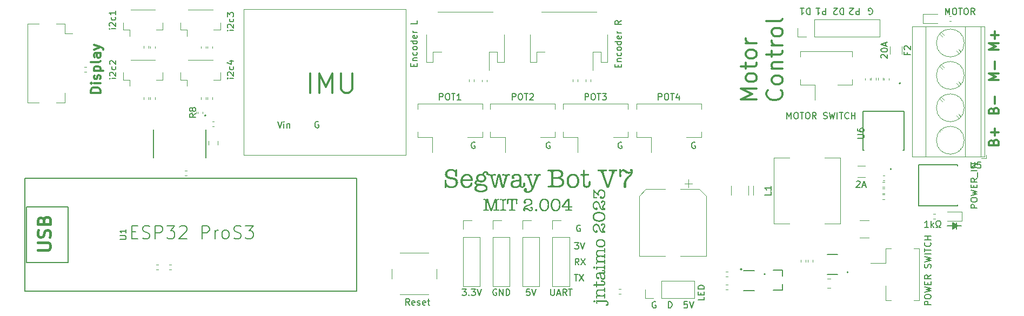
<source format=gbr>
%TF.GenerationSoftware,KiCad,Pcbnew,7.0.1-0*%
%TF.CreationDate,2023-09-22T11:11:22-04:00*%
%TF.ProjectId,Segway V7,53656777-6179-4205-9637-2e6b69636164,V1*%
%TF.SameCoordinates,Original*%
%TF.FileFunction,Legend,Top*%
%TF.FilePolarity,Positive*%
%FSLAX46Y46*%
G04 Gerber Fmt 4.6, Leading zero omitted, Abs format (unit mm)*
G04 Created by KiCad (PCBNEW 7.0.1-0) date 2023-09-22 11:11:22*
%MOMM*%
%LPD*%
G01*
G04 APERTURE LIST*
%ADD10C,0.150000*%
%ADD11C,0.300000*%
%ADD12C,0.400000*%
%ADD13C,0.600000*%
%ADD14C,0.120000*%
%ADD15C,0.127000*%
%ADD16C,0.200000*%
%ADD17C,0.100000*%
G04 APERTURE END LIST*
D10*
X245238095Y-96377619D02*
X245238095Y-95377619D01*
X245238095Y-95377619D02*
X245571428Y-96091904D01*
X245571428Y-96091904D02*
X245904761Y-95377619D01*
X245904761Y-95377619D02*
X245904761Y-96377619D01*
X246571428Y-95377619D02*
X246761904Y-95377619D01*
X246761904Y-95377619D02*
X246857142Y-95425238D01*
X246857142Y-95425238D02*
X246952380Y-95520476D01*
X246952380Y-95520476D02*
X246999999Y-95710952D01*
X246999999Y-95710952D02*
X246999999Y-96044285D01*
X246999999Y-96044285D02*
X246952380Y-96234761D01*
X246952380Y-96234761D02*
X246857142Y-96330000D01*
X246857142Y-96330000D02*
X246761904Y-96377619D01*
X246761904Y-96377619D02*
X246571428Y-96377619D01*
X246571428Y-96377619D02*
X246476190Y-96330000D01*
X246476190Y-96330000D02*
X246380952Y-96234761D01*
X246380952Y-96234761D02*
X246333333Y-96044285D01*
X246333333Y-96044285D02*
X246333333Y-95710952D01*
X246333333Y-95710952D02*
X246380952Y-95520476D01*
X246380952Y-95520476D02*
X246476190Y-95425238D01*
X246476190Y-95425238D02*
X246571428Y-95377619D01*
X247285714Y-95377619D02*
X247857142Y-95377619D01*
X247571428Y-96377619D02*
X247571428Y-95377619D01*
X248380952Y-95377619D02*
X248571428Y-95377619D01*
X248571428Y-95377619D02*
X248666666Y-95425238D01*
X248666666Y-95425238D02*
X248761904Y-95520476D01*
X248761904Y-95520476D02*
X248809523Y-95710952D01*
X248809523Y-95710952D02*
X248809523Y-96044285D01*
X248809523Y-96044285D02*
X248761904Y-96234761D01*
X248761904Y-96234761D02*
X248666666Y-96330000D01*
X248666666Y-96330000D02*
X248571428Y-96377619D01*
X248571428Y-96377619D02*
X248380952Y-96377619D01*
X248380952Y-96377619D02*
X248285714Y-96330000D01*
X248285714Y-96330000D02*
X248190476Y-96234761D01*
X248190476Y-96234761D02*
X248142857Y-96044285D01*
X248142857Y-96044285D02*
X248142857Y-95710952D01*
X248142857Y-95710952D02*
X248190476Y-95520476D01*
X248190476Y-95520476D02*
X248285714Y-95425238D01*
X248285714Y-95425238D02*
X248380952Y-95377619D01*
X249809523Y-96377619D02*
X249476190Y-95901428D01*
X249238095Y-96377619D02*
X249238095Y-95377619D01*
X249238095Y-95377619D02*
X249619047Y-95377619D01*
X249619047Y-95377619D02*
X249714285Y-95425238D01*
X249714285Y-95425238D02*
X249761904Y-95472857D01*
X249761904Y-95472857D02*
X249809523Y-95568095D01*
X249809523Y-95568095D02*
X249809523Y-95710952D01*
X249809523Y-95710952D02*
X249761904Y-95806190D01*
X249761904Y-95806190D02*
X249714285Y-95853809D01*
X249714285Y-95853809D02*
X249619047Y-95901428D01*
X249619047Y-95901428D02*
X249238095Y-95901428D01*
X101000000Y-122000000D02*
X153000000Y-122000000D01*
X153000000Y-139750000D01*
X101000000Y-139750000D01*
X101000000Y-122000000D01*
X117726190Y-130457619D02*
X118392857Y-130457619D01*
X118678571Y-131505238D02*
X117726190Y-131505238D01*
X117726190Y-131505238D02*
X117726190Y-129505238D01*
X117726190Y-129505238D02*
X118678571Y-129505238D01*
X119440476Y-131410000D02*
X119726190Y-131505238D01*
X119726190Y-131505238D02*
X120202381Y-131505238D01*
X120202381Y-131505238D02*
X120392857Y-131410000D01*
X120392857Y-131410000D02*
X120488095Y-131314761D01*
X120488095Y-131314761D02*
X120583333Y-131124285D01*
X120583333Y-131124285D02*
X120583333Y-130933809D01*
X120583333Y-130933809D02*
X120488095Y-130743333D01*
X120488095Y-130743333D02*
X120392857Y-130648095D01*
X120392857Y-130648095D02*
X120202381Y-130552857D01*
X120202381Y-130552857D02*
X119821428Y-130457619D01*
X119821428Y-130457619D02*
X119630952Y-130362380D01*
X119630952Y-130362380D02*
X119535714Y-130267142D01*
X119535714Y-130267142D02*
X119440476Y-130076666D01*
X119440476Y-130076666D02*
X119440476Y-129886190D01*
X119440476Y-129886190D02*
X119535714Y-129695714D01*
X119535714Y-129695714D02*
X119630952Y-129600476D01*
X119630952Y-129600476D02*
X119821428Y-129505238D01*
X119821428Y-129505238D02*
X120297619Y-129505238D01*
X120297619Y-129505238D02*
X120583333Y-129600476D01*
X121440476Y-131505238D02*
X121440476Y-129505238D01*
X121440476Y-129505238D02*
X122202381Y-129505238D01*
X122202381Y-129505238D02*
X122392857Y-129600476D01*
X122392857Y-129600476D02*
X122488095Y-129695714D01*
X122488095Y-129695714D02*
X122583333Y-129886190D01*
X122583333Y-129886190D02*
X122583333Y-130171904D01*
X122583333Y-130171904D02*
X122488095Y-130362380D01*
X122488095Y-130362380D02*
X122392857Y-130457619D01*
X122392857Y-130457619D02*
X122202381Y-130552857D01*
X122202381Y-130552857D02*
X121440476Y-130552857D01*
X123250000Y-129505238D02*
X124488095Y-129505238D01*
X124488095Y-129505238D02*
X123821428Y-130267142D01*
X123821428Y-130267142D02*
X124107143Y-130267142D01*
X124107143Y-130267142D02*
X124297619Y-130362380D01*
X124297619Y-130362380D02*
X124392857Y-130457619D01*
X124392857Y-130457619D02*
X124488095Y-130648095D01*
X124488095Y-130648095D02*
X124488095Y-131124285D01*
X124488095Y-131124285D02*
X124392857Y-131314761D01*
X124392857Y-131314761D02*
X124297619Y-131410000D01*
X124297619Y-131410000D02*
X124107143Y-131505238D01*
X124107143Y-131505238D02*
X123535714Y-131505238D01*
X123535714Y-131505238D02*
X123345238Y-131410000D01*
X123345238Y-131410000D02*
X123250000Y-131314761D01*
X125250000Y-129695714D02*
X125345238Y-129600476D01*
X125345238Y-129600476D02*
X125535714Y-129505238D01*
X125535714Y-129505238D02*
X126011905Y-129505238D01*
X126011905Y-129505238D02*
X126202381Y-129600476D01*
X126202381Y-129600476D02*
X126297619Y-129695714D01*
X126297619Y-129695714D02*
X126392857Y-129886190D01*
X126392857Y-129886190D02*
X126392857Y-130076666D01*
X126392857Y-130076666D02*
X126297619Y-130362380D01*
X126297619Y-130362380D02*
X125154762Y-131505238D01*
X125154762Y-131505238D02*
X126392857Y-131505238D01*
X128773810Y-131505238D02*
X128773810Y-129505238D01*
X128773810Y-129505238D02*
X129535715Y-129505238D01*
X129535715Y-129505238D02*
X129726191Y-129600476D01*
X129726191Y-129600476D02*
X129821429Y-129695714D01*
X129821429Y-129695714D02*
X129916667Y-129886190D01*
X129916667Y-129886190D02*
X129916667Y-130171904D01*
X129916667Y-130171904D02*
X129821429Y-130362380D01*
X129821429Y-130362380D02*
X129726191Y-130457619D01*
X129726191Y-130457619D02*
X129535715Y-130552857D01*
X129535715Y-130552857D02*
X128773810Y-130552857D01*
X130773810Y-131505238D02*
X130773810Y-130171904D01*
X130773810Y-130552857D02*
X130869048Y-130362380D01*
X130869048Y-130362380D02*
X130964286Y-130267142D01*
X130964286Y-130267142D02*
X131154762Y-130171904D01*
X131154762Y-130171904D02*
X131345239Y-130171904D01*
X132297619Y-131505238D02*
X132107143Y-131410000D01*
X132107143Y-131410000D02*
X132011905Y-131314761D01*
X132011905Y-131314761D02*
X131916667Y-131124285D01*
X131916667Y-131124285D02*
X131916667Y-130552857D01*
X131916667Y-130552857D02*
X132011905Y-130362380D01*
X132011905Y-130362380D02*
X132107143Y-130267142D01*
X132107143Y-130267142D02*
X132297619Y-130171904D01*
X132297619Y-130171904D02*
X132583334Y-130171904D01*
X132583334Y-130171904D02*
X132773810Y-130267142D01*
X132773810Y-130267142D02*
X132869048Y-130362380D01*
X132869048Y-130362380D02*
X132964286Y-130552857D01*
X132964286Y-130552857D02*
X132964286Y-131124285D01*
X132964286Y-131124285D02*
X132869048Y-131314761D01*
X132869048Y-131314761D02*
X132773810Y-131410000D01*
X132773810Y-131410000D02*
X132583334Y-131505238D01*
X132583334Y-131505238D02*
X132297619Y-131505238D01*
X133726191Y-131410000D02*
X134011905Y-131505238D01*
X134011905Y-131505238D02*
X134488096Y-131505238D01*
X134488096Y-131505238D02*
X134678572Y-131410000D01*
X134678572Y-131410000D02*
X134773810Y-131314761D01*
X134773810Y-131314761D02*
X134869048Y-131124285D01*
X134869048Y-131124285D02*
X134869048Y-130933809D01*
X134869048Y-130933809D02*
X134773810Y-130743333D01*
X134773810Y-130743333D02*
X134678572Y-130648095D01*
X134678572Y-130648095D02*
X134488096Y-130552857D01*
X134488096Y-130552857D02*
X134107143Y-130457619D01*
X134107143Y-130457619D02*
X133916667Y-130362380D01*
X133916667Y-130362380D02*
X133821429Y-130267142D01*
X133821429Y-130267142D02*
X133726191Y-130076666D01*
X133726191Y-130076666D02*
X133726191Y-129886190D01*
X133726191Y-129886190D02*
X133821429Y-129695714D01*
X133821429Y-129695714D02*
X133916667Y-129600476D01*
X133916667Y-129600476D02*
X134107143Y-129505238D01*
X134107143Y-129505238D02*
X134583334Y-129505238D01*
X134583334Y-129505238D02*
X134869048Y-129600476D01*
X135535715Y-129505238D02*
X136773810Y-129505238D01*
X136773810Y-129505238D02*
X136107143Y-130267142D01*
X136107143Y-130267142D02*
X136392858Y-130267142D01*
X136392858Y-130267142D02*
X136583334Y-130362380D01*
X136583334Y-130362380D02*
X136678572Y-130457619D01*
X136678572Y-130457619D02*
X136773810Y-130648095D01*
X136773810Y-130648095D02*
X136773810Y-131124285D01*
X136773810Y-131124285D02*
X136678572Y-131314761D01*
X136678572Y-131314761D02*
X136583334Y-131410000D01*
X136583334Y-131410000D02*
X136392858Y-131505238D01*
X136392858Y-131505238D02*
X135821429Y-131505238D01*
X135821429Y-131505238D02*
X135630953Y-131410000D01*
X135630953Y-131410000D02*
X135535715Y-131314761D01*
X107750000Y-135250000D02*
X107750000Y-126500000D01*
X247000000Y-130000000D02*
X247000000Y-129000000D01*
X101250000Y-126500000D02*
X101250000Y-135250000D01*
X101250000Y-135250000D02*
X107750000Y-135250000D01*
X247096153Y-129519231D02*
X246346153Y-130019231D01*
X246346153Y-129019231D01*
X247096153Y-129519231D01*
G36*
X247096153Y-129519231D02*
G01*
X246346153Y-130019231D01*
X246346153Y-129019231D01*
X247096153Y-129519231D01*
G37*
X107750000Y-126500000D02*
X101250000Y-126500000D01*
X245500000Y-129500000D02*
X247750000Y-129500000D01*
X183261904Y-116425238D02*
X183166666Y-116377619D01*
X183166666Y-116377619D02*
X183023809Y-116377619D01*
X183023809Y-116377619D02*
X182880952Y-116425238D01*
X182880952Y-116425238D02*
X182785714Y-116520476D01*
X182785714Y-116520476D02*
X182738095Y-116615714D01*
X182738095Y-116615714D02*
X182690476Y-116806190D01*
X182690476Y-116806190D02*
X182690476Y-116949047D01*
X182690476Y-116949047D02*
X182738095Y-117139523D01*
X182738095Y-117139523D02*
X182785714Y-117234761D01*
X182785714Y-117234761D02*
X182880952Y-117330000D01*
X182880952Y-117330000D02*
X183023809Y-117377619D01*
X183023809Y-117377619D02*
X183119047Y-117377619D01*
X183119047Y-117377619D02*
X183261904Y-117330000D01*
X183261904Y-117330000D02*
X183309523Y-117282380D01*
X183309523Y-117282380D02*
X183309523Y-116949047D01*
X183309523Y-116949047D02*
X183119047Y-116949047D01*
X233238095Y-96324761D02*
X233333333Y-96372380D01*
X233333333Y-96372380D02*
X233476190Y-96372380D01*
X233476190Y-96372380D02*
X233619047Y-96324761D01*
X233619047Y-96324761D02*
X233714285Y-96229523D01*
X233714285Y-96229523D02*
X233761904Y-96134285D01*
X233761904Y-96134285D02*
X233809523Y-95943809D01*
X233809523Y-95943809D02*
X233809523Y-95800952D01*
X233809523Y-95800952D02*
X233761904Y-95610476D01*
X233761904Y-95610476D02*
X233714285Y-95515238D01*
X233714285Y-95515238D02*
X233619047Y-95420000D01*
X233619047Y-95420000D02*
X233476190Y-95372380D01*
X233476190Y-95372380D02*
X233380952Y-95372380D01*
X233380952Y-95372380D02*
X233238095Y-95420000D01*
X233238095Y-95420000D02*
X233190476Y-95467619D01*
X233190476Y-95467619D02*
X233190476Y-95800952D01*
X233190476Y-95800952D02*
X233380952Y-95800952D01*
X171511904Y-116425238D02*
X171416666Y-116377619D01*
X171416666Y-116377619D02*
X171273809Y-116377619D01*
X171273809Y-116377619D02*
X171130952Y-116425238D01*
X171130952Y-116425238D02*
X171035714Y-116520476D01*
X171035714Y-116520476D02*
X170988095Y-116615714D01*
X170988095Y-116615714D02*
X170940476Y-116806190D01*
X170940476Y-116806190D02*
X170940476Y-116949047D01*
X170940476Y-116949047D02*
X170988095Y-117139523D01*
X170988095Y-117139523D02*
X171035714Y-117234761D01*
X171035714Y-117234761D02*
X171130952Y-117330000D01*
X171130952Y-117330000D02*
X171273809Y-117377619D01*
X171273809Y-117377619D02*
X171369047Y-117377619D01*
X171369047Y-117377619D02*
X171511904Y-117330000D01*
X171511904Y-117330000D02*
X171559523Y-117282380D01*
X171559523Y-117282380D02*
X171559523Y-116949047D01*
X171559523Y-116949047D02*
X171369047Y-116949047D01*
D11*
X253566428Y-106642857D02*
X252066428Y-106642857D01*
X252066428Y-106642857D02*
X253137857Y-106142857D01*
X253137857Y-106142857D02*
X252066428Y-105642857D01*
X252066428Y-105642857D02*
X253566428Y-105642857D01*
X252995000Y-104928571D02*
X252995000Y-103785714D01*
D10*
X194511904Y-116425238D02*
X194416666Y-116377619D01*
X194416666Y-116377619D02*
X194273809Y-116377619D01*
X194273809Y-116377619D02*
X194130952Y-116425238D01*
X194130952Y-116425238D02*
X194035714Y-116520476D01*
X194035714Y-116520476D02*
X193988095Y-116615714D01*
X193988095Y-116615714D02*
X193940476Y-116806190D01*
X193940476Y-116806190D02*
X193940476Y-116949047D01*
X193940476Y-116949047D02*
X193988095Y-117139523D01*
X193988095Y-117139523D02*
X194035714Y-117234761D01*
X194035714Y-117234761D02*
X194130952Y-117330000D01*
X194130952Y-117330000D02*
X194273809Y-117377619D01*
X194273809Y-117377619D02*
X194369047Y-117377619D01*
X194369047Y-117377619D02*
X194511904Y-117330000D01*
X194511904Y-117330000D02*
X194559523Y-117282380D01*
X194559523Y-117282380D02*
X194559523Y-116949047D01*
X194559523Y-116949047D02*
X194369047Y-116949047D01*
X187809523Y-135627619D02*
X187476190Y-135151428D01*
X187238095Y-135627619D02*
X187238095Y-134627619D01*
X187238095Y-134627619D02*
X187619047Y-134627619D01*
X187619047Y-134627619D02*
X187714285Y-134675238D01*
X187714285Y-134675238D02*
X187761904Y-134722857D01*
X187761904Y-134722857D02*
X187809523Y-134818095D01*
X187809523Y-134818095D02*
X187809523Y-134960952D01*
X187809523Y-134960952D02*
X187761904Y-135056190D01*
X187761904Y-135056190D02*
X187714285Y-135103809D01*
X187714285Y-135103809D02*
X187619047Y-135151428D01*
X187619047Y-135151428D02*
X187238095Y-135151428D01*
X188142857Y-134627619D02*
X188809523Y-135627619D01*
X188809523Y-134627619D02*
X188142857Y-135627619D01*
X229261904Y-95372380D02*
X229261904Y-96372380D01*
X229261904Y-96372380D02*
X229023809Y-96372380D01*
X229023809Y-96372380D02*
X228880952Y-96324761D01*
X228880952Y-96324761D02*
X228785714Y-96229523D01*
X228785714Y-96229523D02*
X228738095Y-96134285D01*
X228738095Y-96134285D02*
X228690476Y-95943809D01*
X228690476Y-95943809D02*
X228690476Y-95800952D01*
X228690476Y-95800952D02*
X228738095Y-95610476D01*
X228738095Y-95610476D02*
X228785714Y-95515238D01*
X228785714Y-95515238D02*
X228880952Y-95420000D01*
X228880952Y-95420000D02*
X229023809Y-95372380D01*
X229023809Y-95372380D02*
X229261904Y-95372380D01*
X228309523Y-96277142D02*
X228261904Y-96324761D01*
X228261904Y-96324761D02*
X228166666Y-96372380D01*
X228166666Y-96372380D02*
X227928571Y-96372380D01*
X227928571Y-96372380D02*
X227833333Y-96324761D01*
X227833333Y-96324761D02*
X227785714Y-96277142D01*
X227785714Y-96277142D02*
X227738095Y-96181904D01*
X227738095Y-96181904D02*
X227738095Y-96086666D01*
X227738095Y-96086666D02*
X227785714Y-95943809D01*
X227785714Y-95943809D02*
X228357142Y-95372380D01*
X228357142Y-95372380D02*
X227738095Y-95372380D01*
D11*
X215644047Y-109654761D02*
X213144047Y-109654761D01*
X213144047Y-109654761D02*
X214929761Y-108821428D01*
X214929761Y-108821428D02*
X213144047Y-107988095D01*
X213144047Y-107988095D02*
X215644047Y-107988095D01*
X215644047Y-106440476D02*
X215525000Y-106678571D01*
X215525000Y-106678571D02*
X215405952Y-106797618D01*
X215405952Y-106797618D02*
X215167857Y-106916666D01*
X215167857Y-106916666D02*
X214453571Y-106916666D01*
X214453571Y-106916666D02*
X214215476Y-106797618D01*
X214215476Y-106797618D02*
X214096428Y-106678571D01*
X214096428Y-106678571D02*
X213977380Y-106440476D01*
X213977380Y-106440476D02*
X213977380Y-106083333D01*
X213977380Y-106083333D02*
X214096428Y-105845237D01*
X214096428Y-105845237D02*
X214215476Y-105726190D01*
X214215476Y-105726190D02*
X214453571Y-105607142D01*
X214453571Y-105607142D02*
X215167857Y-105607142D01*
X215167857Y-105607142D02*
X215405952Y-105726190D01*
X215405952Y-105726190D02*
X215525000Y-105845237D01*
X215525000Y-105845237D02*
X215644047Y-106083333D01*
X215644047Y-106083333D02*
X215644047Y-106440476D01*
X213977380Y-104892856D02*
X213977380Y-103940475D01*
X213144047Y-104535713D02*
X215286904Y-104535713D01*
X215286904Y-104535713D02*
X215525000Y-104416666D01*
X215525000Y-104416666D02*
X215644047Y-104178571D01*
X215644047Y-104178571D02*
X215644047Y-103940475D01*
X215644047Y-102750000D02*
X215525000Y-102988095D01*
X215525000Y-102988095D02*
X215405952Y-103107142D01*
X215405952Y-103107142D02*
X215167857Y-103226190D01*
X215167857Y-103226190D02*
X214453571Y-103226190D01*
X214453571Y-103226190D02*
X214215476Y-103107142D01*
X214215476Y-103107142D02*
X214096428Y-102988095D01*
X214096428Y-102988095D02*
X213977380Y-102750000D01*
X213977380Y-102750000D02*
X213977380Y-102392857D01*
X213977380Y-102392857D02*
X214096428Y-102154761D01*
X214096428Y-102154761D02*
X214215476Y-102035714D01*
X214215476Y-102035714D02*
X214453571Y-101916666D01*
X214453571Y-101916666D02*
X215167857Y-101916666D01*
X215167857Y-101916666D02*
X215405952Y-102035714D01*
X215405952Y-102035714D02*
X215525000Y-102154761D01*
X215525000Y-102154761D02*
X215644047Y-102392857D01*
X215644047Y-102392857D02*
X215644047Y-102750000D01*
X215644047Y-100845237D02*
X213977380Y-100845237D01*
X214453571Y-100845237D02*
X214215476Y-100726190D01*
X214215476Y-100726190D02*
X214096428Y-100607142D01*
X214096428Y-100607142D02*
X213977380Y-100369047D01*
X213977380Y-100369047D02*
X213977380Y-100130952D01*
X219455952Y-108226190D02*
X219575000Y-108345238D01*
X219575000Y-108345238D02*
X219694047Y-108702380D01*
X219694047Y-108702380D02*
X219694047Y-108940476D01*
X219694047Y-108940476D02*
X219575000Y-109297619D01*
X219575000Y-109297619D02*
X219336904Y-109535714D01*
X219336904Y-109535714D02*
X219098809Y-109654761D01*
X219098809Y-109654761D02*
X218622619Y-109773809D01*
X218622619Y-109773809D02*
X218265476Y-109773809D01*
X218265476Y-109773809D02*
X217789285Y-109654761D01*
X217789285Y-109654761D02*
X217551190Y-109535714D01*
X217551190Y-109535714D02*
X217313095Y-109297619D01*
X217313095Y-109297619D02*
X217194047Y-108940476D01*
X217194047Y-108940476D02*
X217194047Y-108702380D01*
X217194047Y-108702380D02*
X217313095Y-108345238D01*
X217313095Y-108345238D02*
X217432142Y-108226190D01*
X219694047Y-106797619D02*
X219575000Y-107035714D01*
X219575000Y-107035714D02*
X219455952Y-107154761D01*
X219455952Y-107154761D02*
X219217857Y-107273809D01*
X219217857Y-107273809D02*
X218503571Y-107273809D01*
X218503571Y-107273809D02*
X218265476Y-107154761D01*
X218265476Y-107154761D02*
X218146428Y-107035714D01*
X218146428Y-107035714D02*
X218027380Y-106797619D01*
X218027380Y-106797619D02*
X218027380Y-106440476D01*
X218027380Y-106440476D02*
X218146428Y-106202380D01*
X218146428Y-106202380D02*
X218265476Y-106083333D01*
X218265476Y-106083333D02*
X218503571Y-105964285D01*
X218503571Y-105964285D02*
X219217857Y-105964285D01*
X219217857Y-105964285D02*
X219455952Y-106083333D01*
X219455952Y-106083333D02*
X219575000Y-106202380D01*
X219575000Y-106202380D02*
X219694047Y-106440476D01*
X219694047Y-106440476D02*
X219694047Y-106797619D01*
X218027380Y-104892856D02*
X219694047Y-104892856D01*
X218265476Y-104892856D02*
X218146428Y-104773809D01*
X218146428Y-104773809D02*
X218027380Y-104535714D01*
X218027380Y-104535714D02*
X218027380Y-104178571D01*
X218027380Y-104178571D02*
X218146428Y-103940475D01*
X218146428Y-103940475D02*
X218384523Y-103821428D01*
X218384523Y-103821428D02*
X219694047Y-103821428D01*
X218027380Y-102988094D02*
X218027380Y-102035713D01*
X217194047Y-102630951D02*
X219336904Y-102630951D01*
X219336904Y-102630951D02*
X219575000Y-102511904D01*
X219575000Y-102511904D02*
X219694047Y-102273809D01*
X219694047Y-102273809D02*
X219694047Y-102035713D01*
X219694047Y-101202380D02*
X218027380Y-101202380D01*
X218503571Y-101202380D02*
X218265476Y-101083333D01*
X218265476Y-101083333D02*
X218146428Y-100964285D01*
X218146428Y-100964285D02*
X218027380Y-100726190D01*
X218027380Y-100726190D02*
X218027380Y-100488095D01*
X219694047Y-99297619D02*
X219575000Y-99535714D01*
X219575000Y-99535714D02*
X219455952Y-99654761D01*
X219455952Y-99654761D02*
X219217857Y-99773809D01*
X219217857Y-99773809D02*
X218503571Y-99773809D01*
X218503571Y-99773809D02*
X218265476Y-99654761D01*
X218265476Y-99654761D02*
X218146428Y-99535714D01*
X218146428Y-99535714D02*
X218027380Y-99297619D01*
X218027380Y-99297619D02*
X218027380Y-98940476D01*
X218027380Y-98940476D02*
X218146428Y-98702380D01*
X218146428Y-98702380D02*
X218265476Y-98583333D01*
X218265476Y-98583333D02*
X218503571Y-98464285D01*
X218503571Y-98464285D02*
X219217857Y-98464285D01*
X219217857Y-98464285D02*
X219455952Y-98583333D01*
X219455952Y-98583333D02*
X219575000Y-98702380D01*
X219575000Y-98702380D02*
X219694047Y-98940476D01*
X219694047Y-98940476D02*
X219694047Y-99297619D01*
X219694047Y-97035714D02*
X219575000Y-97273809D01*
X219575000Y-97273809D02*
X219336904Y-97392856D01*
X219336904Y-97392856D02*
X217194047Y-97392856D01*
X145714285Y-108632857D02*
X145714285Y-105632857D01*
X147142856Y-108632857D02*
X147142856Y-105632857D01*
X147142856Y-105632857D02*
X148142856Y-107775714D01*
X148142856Y-107775714D02*
X149142856Y-105632857D01*
X149142856Y-105632857D02*
X149142856Y-108632857D01*
X150571427Y-105632857D02*
X150571427Y-108061428D01*
X150571427Y-108061428D02*
X150714284Y-108347142D01*
X150714284Y-108347142D02*
X150857142Y-108490000D01*
X150857142Y-108490000D02*
X151142856Y-108632857D01*
X151142856Y-108632857D02*
X151714284Y-108632857D01*
X151714284Y-108632857D02*
X151999999Y-108490000D01*
X151999999Y-108490000D02*
X152142856Y-108347142D01*
X152142856Y-108347142D02*
X152285713Y-108061428D01*
X152285713Y-108061428D02*
X152285713Y-105632857D01*
D10*
X140595238Y-113127619D02*
X140928571Y-114127619D01*
X140928571Y-114127619D02*
X141261904Y-113127619D01*
X141595238Y-114127619D02*
X141595238Y-113460952D01*
X141595238Y-113127619D02*
X141547619Y-113175238D01*
X141547619Y-113175238D02*
X141595238Y-113222857D01*
X141595238Y-113222857D02*
X141642857Y-113175238D01*
X141642857Y-113175238D02*
X141595238Y-113127619D01*
X141595238Y-113127619D02*
X141595238Y-113222857D01*
X142071428Y-113460952D02*
X142071428Y-114127619D01*
X142071428Y-113556190D02*
X142119047Y-113508571D01*
X142119047Y-113508571D02*
X142214285Y-113460952D01*
X142214285Y-113460952D02*
X142357142Y-113460952D01*
X142357142Y-113460952D02*
X142452380Y-113508571D01*
X142452380Y-113508571D02*
X142499999Y-113603809D01*
X142499999Y-113603809D02*
X142499999Y-114127619D01*
D12*
G36*
X173642951Y-125493775D02*
G01*
X174074284Y-126907941D01*
X174547627Y-125401451D01*
X174554877Y-125380500D01*
X174563071Y-125361609D01*
X174575467Y-125339627D01*
X174589541Y-125321309D01*
X174605295Y-125306654D01*
X174622728Y-125295663D01*
X174641840Y-125288336D01*
X174662631Y-125284672D01*
X174673656Y-125284214D01*
X174687334Y-125284214D01*
X174708717Y-125285080D01*
X174729046Y-125287077D01*
X174749257Y-125289824D01*
X174760118Y-125291542D01*
X174779793Y-125295858D01*
X174799231Y-125299765D01*
X174818658Y-125303002D01*
X174832903Y-125304242D01*
X174854177Y-125306146D01*
X174874980Y-125307405D01*
X174898152Y-125308321D01*
X174919273Y-125308822D01*
X174942039Y-125309084D01*
X174956489Y-125309127D01*
X174976922Y-125309013D01*
X175000852Y-125308548D01*
X175022994Y-125307725D01*
X175043347Y-125306544D01*
X175065409Y-125304655D01*
X175084895Y-125302251D01*
X175087892Y-125301800D01*
X175186078Y-125286657D01*
X175206595Y-125284408D01*
X175219295Y-125284214D01*
X175242341Y-125285077D01*
X175263121Y-125287666D01*
X175287301Y-125293803D01*
X175307451Y-125303008D01*
X175323571Y-125315281D01*
X175338054Y-125334937D01*
X175345106Y-125354114D01*
X175348129Y-125376359D01*
X175348255Y-125382400D01*
X175346858Y-125403352D01*
X175341184Y-125425612D01*
X175331145Y-125443508D01*
X175316740Y-125457040D01*
X175297971Y-125466206D01*
X175274838Y-125471007D01*
X175258862Y-125471793D01*
X175239055Y-125470625D01*
X175218037Y-125467868D01*
X175198269Y-125464494D01*
X175192916Y-125463489D01*
X175172492Y-125459642D01*
X175152652Y-125456628D01*
X175132917Y-125454833D01*
X175126971Y-125454696D01*
X175101480Y-125456542D01*
X175078496Y-125462080D01*
X175058020Y-125471311D01*
X175040051Y-125484234D01*
X175024589Y-125500849D01*
X175011635Y-125521157D01*
X175001188Y-125545156D01*
X174993248Y-125572848D01*
X174989348Y-125593361D01*
X174986562Y-125615515D01*
X174984890Y-125639309D01*
X174984333Y-125664745D01*
X174984333Y-125860628D01*
X174981402Y-126107313D01*
X174981402Y-126345205D01*
X174984333Y-126787773D01*
X174984881Y-126813209D01*
X174986524Y-126837004D01*
X174989262Y-126859157D01*
X174993095Y-126879670D01*
X175000899Y-126907362D01*
X175011167Y-126931361D01*
X175023900Y-126951669D01*
X175039097Y-126968284D01*
X175056758Y-126981207D01*
X175076884Y-126990438D01*
X175099474Y-126995976D01*
X175124528Y-126997822D01*
X175144364Y-126996033D01*
X175163598Y-126991301D01*
X175183977Y-126983611D01*
X175186078Y-126982679D01*
X175207390Y-126979193D01*
X175227783Y-126976037D01*
X175248562Y-126973232D01*
X175258862Y-126972421D01*
X175279813Y-126973802D01*
X175302074Y-126979415D01*
X175319970Y-126989344D01*
X175333502Y-127003591D01*
X175342668Y-127022155D01*
X175347469Y-127045036D01*
X175348255Y-127060837D01*
X175346377Y-127084078D01*
X175340744Y-127104221D01*
X175328423Y-127125041D01*
X175310233Y-127141019D01*
X175291457Y-127150316D01*
X175268926Y-127156513D01*
X175242639Y-127159612D01*
X175228087Y-127160000D01*
X175208558Y-127158485D01*
X175188988Y-127157249D01*
X175186078Y-127157069D01*
X175162129Y-127155708D01*
X175138641Y-127154435D01*
X175115616Y-127153250D01*
X175093052Y-127152153D01*
X175070950Y-127151144D01*
X175049309Y-127150222D01*
X175028131Y-127149388D01*
X175007414Y-127148642D01*
X174987159Y-127147984D01*
X174967366Y-127147413D01*
X174938542Y-127146722D01*
X174910757Y-127146228D01*
X174884011Y-127145932D01*
X174858304Y-127145833D01*
X174833677Y-127145919D01*
X174809257Y-127146177D01*
X174785042Y-127146606D01*
X174761034Y-127147207D01*
X174737232Y-127147980D01*
X174713636Y-127148925D01*
X174690246Y-127150041D01*
X174667062Y-127151329D01*
X174644084Y-127152789D01*
X174621312Y-127154420D01*
X174606245Y-127155603D01*
X174584770Y-127157316D01*
X174564371Y-127158608D01*
X174542374Y-127159570D01*
X174521781Y-127159982D01*
X174516852Y-127160000D01*
X174497298Y-127159188D01*
X174474217Y-127155582D01*
X174454555Y-127149090D01*
X174434787Y-127136919D01*
X174420361Y-127120239D01*
X174411278Y-127099051D01*
X174407859Y-127078856D01*
X174407431Y-127067676D01*
X174409179Y-127045350D01*
X174414423Y-127026002D01*
X174425893Y-127006002D01*
X174442826Y-126990653D01*
X174460304Y-126981723D01*
X174481279Y-126975770D01*
X174505749Y-126972793D01*
X174519295Y-126972421D01*
X174539896Y-126973630D01*
X174559538Y-126978861D01*
X174561304Y-126979748D01*
X174582765Y-126984895D01*
X174603245Y-126989553D01*
X174623987Y-126993693D01*
X174634089Y-126994891D01*
X174658185Y-126991625D01*
X174679915Y-126981824D01*
X174699279Y-126965491D01*
X174712249Y-126948953D01*
X174723888Y-126928740D01*
X174734196Y-126904852D01*
X174743174Y-126877288D01*
X174748419Y-126856871D01*
X174753073Y-126834821D01*
X174757136Y-126811137D01*
X174760607Y-126785819D01*
X174762433Y-126762115D01*
X174763440Y-126738698D01*
X174764086Y-126717138D01*
X174764637Y-126692152D01*
X174765093Y-126663740D01*
X174765345Y-126642896D01*
X174765555Y-126620529D01*
X174765723Y-126596639D01*
X174765849Y-126571226D01*
X174765933Y-126544290D01*
X174765975Y-126515832D01*
X174765980Y-126501032D01*
X174766026Y-126476761D01*
X174766120Y-126456834D01*
X174766266Y-126435430D01*
X174766464Y-126412550D01*
X174766713Y-126388192D01*
X174767013Y-126362358D01*
X174767365Y-126335046D01*
X174767769Y-126306258D01*
X174768067Y-126286246D01*
X174768387Y-126265576D01*
X174768731Y-126244251D01*
X174768911Y-126233342D01*
X174774284Y-125982260D01*
X174774284Y-125488401D01*
X174763438Y-125472052D01*
X174760118Y-125471793D01*
X174745067Y-125485433D01*
X174743510Y-125488401D01*
X174228157Y-127085261D01*
X174221052Y-127104205D01*
X174209133Y-127126564D01*
X174194422Y-127145612D01*
X174176916Y-127161346D01*
X174156617Y-127173768D01*
X174133525Y-127182878D01*
X174114372Y-127187536D01*
X174093649Y-127190331D01*
X174071353Y-127191263D01*
X174049526Y-127190750D01*
X174029536Y-127189211D01*
X174007972Y-127186011D01*
X173986157Y-127180411D01*
X173967941Y-127172801D01*
X173963398Y-127170258D01*
X173947003Y-127157069D01*
X173934210Y-127141120D01*
X173924399Y-127124176D01*
X173915652Y-127104209D01*
X173909176Y-127085261D01*
X173402128Y-125488401D01*
X173389324Y-125473415D01*
X173382588Y-125471793D01*
X173371842Y-125488401D01*
X173388450Y-126771165D01*
X173389231Y-126795536D01*
X173390839Y-126818334D01*
X173393276Y-126839561D01*
X173396541Y-126859214D01*
X173402991Y-126885747D01*
X173411304Y-126908742D01*
X173421481Y-126928200D01*
X173433521Y-126944119D01*
X173452472Y-126959842D01*
X173474737Y-126969276D01*
X173500314Y-126972421D01*
X173521742Y-126972421D01*
X173542045Y-126972421D01*
X173562114Y-126972421D01*
X173584333Y-126972421D01*
X173618039Y-126972421D01*
X173643570Y-126973886D01*
X173665696Y-126978283D01*
X173684419Y-126985610D01*
X173703036Y-126998891D01*
X173716333Y-127016751D01*
X173724311Y-127039191D01*
X173726865Y-127060440D01*
X173726971Y-127066210D01*
X173725223Y-127088192D01*
X173719979Y-127107243D01*
X173708509Y-127126935D01*
X173691577Y-127142048D01*
X173674098Y-127150840D01*
X173653124Y-127156702D01*
X173628654Y-127159633D01*
X173615108Y-127160000D01*
X173594177Y-127159345D01*
X173574533Y-127158076D01*
X173556001Y-127156580D01*
X173532628Y-127154697D01*
X173512705Y-127153049D01*
X173492376Y-127151329D01*
X173471641Y-127149538D01*
X173450501Y-127147675D01*
X173428956Y-127145740D01*
X173424598Y-127145345D01*
X173402616Y-127143685D01*
X173382619Y-127142564D01*
X173361095Y-127141681D01*
X173338045Y-127141037D01*
X173318505Y-127140694D01*
X173297989Y-127140503D01*
X173281960Y-127140460D01*
X173254067Y-127140503D01*
X173228088Y-127140632D01*
X173204024Y-127140846D01*
X173181874Y-127141147D01*
X173161640Y-127141533D01*
X173137639Y-127142182D01*
X173117043Y-127142984D01*
X173096084Y-127144200D01*
X173083147Y-127145345D01*
X172965422Y-127158534D01*
X172948813Y-127160000D01*
X172932205Y-127160000D01*
X172909158Y-127159149D01*
X172888378Y-127156599D01*
X172864198Y-127150554D01*
X172844048Y-127141487D01*
X172827928Y-127129397D01*
X172813445Y-127110034D01*
X172806393Y-127091143D01*
X172803370Y-127069230D01*
X172803244Y-127063279D01*
X172805215Y-127042577D01*
X172811127Y-127023884D01*
X172822318Y-127005470D01*
X172828157Y-126998799D01*
X172843334Y-126986048D01*
X172862282Y-126976774D01*
X172883424Y-126972653D01*
X172890195Y-126972421D01*
X172910526Y-126973804D01*
X172930701Y-126977415D01*
X172950126Y-126982506D01*
X172962979Y-126986587D01*
X172982580Y-126992571D01*
X173003130Y-126997647D01*
X173023285Y-127000251D01*
X173024528Y-127000265D01*
X173050019Y-126998419D01*
X173073003Y-126992880D01*
X173093479Y-126983649D01*
X173111448Y-126970727D01*
X173126910Y-126954111D01*
X173139865Y-126933804D01*
X173150312Y-126909804D01*
X173158251Y-126882112D01*
X173162152Y-126861600D01*
X173164938Y-126839446D01*
X173166609Y-126815651D01*
X173167166Y-126790216D01*
X173167166Y-125664745D01*
X173166609Y-125639309D01*
X173164938Y-125615515D01*
X173162152Y-125593361D01*
X173158251Y-125572848D01*
X173150312Y-125545156D01*
X173139865Y-125521157D01*
X173126910Y-125500849D01*
X173111448Y-125484234D01*
X173093479Y-125471311D01*
X173073003Y-125462080D01*
X173050019Y-125456542D01*
X173024528Y-125454696D01*
X173004516Y-125455932D01*
X172983011Y-125458852D01*
X172962647Y-125462424D01*
X172957117Y-125463489D01*
X172936265Y-125467122D01*
X172916091Y-125469968D01*
X172896156Y-125471663D01*
X172890195Y-125471793D01*
X172869816Y-125470396D01*
X172848163Y-125464722D01*
X172830756Y-125454683D01*
X172815472Y-125436874D01*
X172807405Y-125417232D01*
X172803584Y-125393225D01*
X172803244Y-125382400D01*
X172805214Y-125359388D01*
X172811121Y-125339444D01*
X172824044Y-125318829D01*
X172838813Y-125305788D01*
X172857521Y-125295816D01*
X172880167Y-125288913D01*
X172899736Y-125285749D01*
X172921520Y-125284310D01*
X172929274Y-125284214D01*
X172949910Y-125285266D01*
X172965422Y-125286657D01*
X173063607Y-125296427D01*
X173086150Y-125298537D01*
X173108287Y-125300291D01*
X173130018Y-125301686D01*
X173151344Y-125302723D01*
X173172264Y-125303403D01*
X173192779Y-125303725D01*
X173200872Y-125303754D01*
X173222161Y-125303410D01*
X173241922Y-125302599D01*
X173263520Y-125301311D01*
X173286955Y-125299546D01*
X173307024Y-125297791D01*
X173328270Y-125295730D01*
X173344975Y-125293984D01*
X173366926Y-125291694D01*
X173387351Y-125289710D01*
X173410736Y-125287659D01*
X173431735Y-125286084D01*
X173453785Y-125284825D01*
X173475170Y-125284224D01*
X173477843Y-125284214D01*
X173497716Y-125285417D01*
X173522209Y-125290759D01*
X173544412Y-125300376D01*
X173564325Y-125314268D01*
X173581949Y-125332433D01*
X173593664Y-125348862D01*
X173604091Y-125367696D01*
X173613230Y-125388934D01*
X173621081Y-125412575D01*
X173623412Y-125420990D01*
X173642951Y-125493775D01*
G37*
G36*
X175818667Y-125664745D02*
G01*
X175818109Y-125639664D01*
X175816438Y-125616202D01*
X175813652Y-125594357D01*
X175809752Y-125574131D01*
X175801812Y-125546825D01*
X175791365Y-125523160D01*
X175778410Y-125503136D01*
X175762949Y-125486753D01*
X175744980Y-125474010D01*
X175724503Y-125464908D01*
X175701520Y-125459447D01*
X175676029Y-125457627D01*
X175655554Y-125458091D01*
X175634622Y-125459917D01*
X175616922Y-125463489D01*
X175595551Y-125467122D01*
X175575889Y-125469717D01*
X175555814Y-125471396D01*
X175541695Y-125471793D01*
X175521976Y-125469745D01*
X175502150Y-125462666D01*
X175484519Y-125450530D01*
X175479658Y-125445903D01*
X175467615Y-125430099D01*
X175458856Y-125410274D01*
X175455134Y-125390391D01*
X175454745Y-125380935D01*
X175456668Y-125358266D01*
X175462438Y-125338620D01*
X175475061Y-125318312D01*
X175493694Y-125302727D01*
X175512928Y-125293660D01*
X175536009Y-125287615D01*
X175555844Y-125285065D01*
X175577843Y-125284214D01*
X175597387Y-125284904D01*
X175616922Y-125286657D01*
X175765422Y-125304731D01*
X175786518Y-125307135D01*
X175807798Y-125309219D01*
X175829261Y-125310982D01*
X175850907Y-125312424D01*
X175872736Y-125313546D01*
X175894748Y-125314348D01*
X175916944Y-125314829D01*
X175939323Y-125314989D01*
X175961213Y-125314791D01*
X175983653Y-125314195D01*
X176006642Y-125313203D01*
X176030181Y-125311814D01*
X176054269Y-125310028D01*
X176078907Y-125307845D01*
X176104095Y-125305265D01*
X176129832Y-125302288D01*
X176255861Y-125286657D01*
X176275396Y-125284904D01*
X176294940Y-125284214D01*
X176316939Y-125285065D01*
X176336774Y-125287615D01*
X176359855Y-125293660D01*
X176379089Y-125302727D01*
X176394477Y-125314817D01*
X176408301Y-125334180D01*
X176415033Y-125353071D01*
X176417918Y-125374984D01*
X176418039Y-125380935D01*
X176416029Y-125401676D01*
X176410001Y-125420485D01*
X176399955Y-125437362D01*
X176392637Y-125445903D01*
X176375922Y-125459556D01*
X176356917Y-125468152D01*
X176335622Y-125471692D01*
X176331088Y-125471793D01*
X176309637Y-125470812D01*
X176288651Y-125468549D01*
X176267402Y-125465435D01*
X176255861Y-125463489D01*
X176236680Y-125459693D01*
X176215286Y-125457993D01*
X176196755Y-125457627D01*
X176171264Y-125459447D01*
X176148280Y-125464908D01*
X176127804Y-125474010D01*
X176109835Y-125486753D01*
X176094373Y-125503136D01*
X176081419Y-125523160D01*
X176070971Y-125546825D01*
X176063032Y-125574131D01*
X176059131Y-125594357D01*
X176056345Y-125616202D01*
X176054674Y-125639664D01*
X176054117Y-125664745D01*
X176054117Y-126787773D01*
X176054674Y-126813209D01*
X176056345Y-126837004D01*
X176059131Y-126859157D01*
X176063032Y-126879670D01*
X176070971Y-126907362D01*
X176081419Y-126931361D01*
X176094373Y-126951669D01*
X176109835Y-126968284D01*
X176127804Y-126981207D01*
X176148280Y-126990438D01*
X176171264Y-126995976D01*
X176196755Y-126997822D01*
X176217350Y-126996129D01*
X176238428Y-126992052D01*
X176255861Y-126987564D01*
X176274729Y-126982418D01*
X176293963Y-126977760D01*
X176314296Y-126973900D01*
X176331088Y-126972421D01*
X176351467Y-126973802D01*
X176373120Y-126979415D01*
X176390527Y-126989344D01*
X176405811Y-127006958D01*
X176413878Y-127026386D01*
X176417699Y-127050130D01*
X176418039Y-127060837D01*
X176416115Y-127084078D01*
X176410345Y-127104221D01*
X176400728Y-127121264D01*
X176383297Y-127138211D01*
X176365025Y-127148282D01*
X176342905Y-127155254D01*
X176316939Y-127159128D01*
X176294940Y-127160000D01*
X176275401Y-127160000D01*
X176255861Y-127158046D01*
X176109804Y-127144368D01*
X176086856Y-127142398D01*
X176063503Y-127140762D01*
X176039744Y-127139459D01*
X176015580Y-127138491D01*
X175995956Y-127137957D01*
X175976074Y-127137636D01*
X175955931Y-127137529D01*
X175934081Y-127137606D01*
X175912677Y-127137838D01*
X175891720Y-127138225D01*
X175871209Y-127138766D01*
X175851145Y-127139461D01*
X175831528Y-127140311D01*
X175806065Y-127141685D01*
X175781397Y-127143334D01*
X175757522Y-127145257D01*
X175745882Y-127146322D01*
X175616922Y-127158046D01*
X175597383Y-127160000D01*
X175577561Y-127160000D01*
X175575401Y-127160000D01*
X175553838Y-127159128D01*
X175534397Y-127156513D01*
X175511774Y-127150316D01*
X175492921Y-127141019D01*
X175474658Y-127125041D01*
X175462286Y-127104221D01*
X175456630Y-127084078D01*
X175454745Y-127060837D01*
X175456103Y-127040114D01*
X175461623Y-127018097D01*
X175471388Y-127000396D01*
X175488710Y-126984854D01*
X175507815Y-126976652D01*
X175531166Y-126972766D01*
X175541695Y-126972421D01*
X175562826Y-126974384D01*
X175583129Y-126977270D01*
X175605802Y-126980846D01*
X175616922Y-126982679D01*
X175635918Y-126990665D01*
X175656262Y-126996033D01*
X175676029Y-126997822D01*
X175701520Y-126995976D01*
X175724503Y-126990438D01*
X175744980Y-126981207D01*
X175762949Y-126968284D01*
X175778410Y-126951669D01*
X175791365Y-126931361D01*
X175801812Y-126907362D01*
X175809752Y-126879670D01*
X175813652Y-126859157D01*
X175816438Y-126837004D01*
X175818109Y-126813209D01*
X175818667Y-126787773D01*
X175818667Y-125664745D01*
G37*
G36*
X177469748Y-126788262D02*
G01*
X177470305Y-126813934D01*
X177471977Y-126837950D01*
X177474763Y-126860310D01*
X177478663Y-126881013D01*
X177483678Y-126900060D01*
X177493289Y-126925525D01*
X177505408Y-126947264D01*
X177520034Y-126965276D01*
X177537167Y-126979561D01*
X177556807Y-126990120D01*
X177578955Y-126996952D01*
X177603611Y-127000058D01*
X177612386Y-127000265D01*
X177632399Y-126998341D01*
X177651556Y-126994374D01*
X177671568Y-126989031D01*
X177679797Y-126986587D01*
X177700863Y-126980389D01*
X177721205Y-126975534D01*
X177741239Y-126972642D01*
X177747208Y-126972421D01*
X177766769Y-126974546D01*
X177786690Y-126981893D01*
X177802987Y-126992991D01*
X177809734Y-126999288D01*
X177822722Y-127014898D01*
X177832167Y-127034056D01*
X177836365Y-127055122D01*
X177836601Y-127061814D01*
X177834632Y-127084826D01*
X177828724Y-127104770D01*
X177815801Y-127125385D01*
X177801032Y-127138426D01*
X177782325Y-127148397D01*
X177759679Y-127155301D01*
X177740110Y-127158465D01*
X177718325Y-127159904D01*
X177710572Y-127160000D01*
X177693963Y-127160000D01*
X177674424Y-127158534D01*
X177537159Y-127146810D01*
X177517200Y-127145322D01*
X177496646Y-127144032D01*
X177475496Y-127142941D01*
X177453750Y-127142048D01*
X177431410Y-127141353D01*
X177408474Y-127140857D01*
X177384943Y-127140559D01*
X177360816Y-127140460D01*
X177341072Y-127140516D01*
X177315442Y-127140764D01*
X177290606Y-127141210D01*
X177266563Y-127141855D01*
X177243314Y-127142699D01*
X177220859Y-127143741D01*
X177199198Y-127144981D01*
X177178330Y-127146420D01*
X177173237Y-127146810D01*
X177033042Y-127158534D01*
X177013503Y-127160000D01*
X176993963Y-127160000D01*
X176971964Y-127159137D01*
X176952129Y-127156548D01*
X176929048Y-127150411D01*
X176909814Y-127141206D01*
X176894427Y-127128933D01*
X176880602Y-127109277D01*
X176873870Y-127090100D01*
X176870985Y-127067855D01*
X176870865Y-127061814D01*
X176872262Y-127040862D01*
X176877936Y-127018601D01*
X176887975Y-127000705D01*
X176902379Y-126987174D01*
X176921148Y-126978008D01*
X176944282Y-126973207D01*
X176960258Y-126972421D01*
X176980270Y-126974413D01*
X176999427Y-126978522D01*
X177019440Y-126984055D01*
X177027669Y-126986587D01*
X177048704Y-126992571D01*
X177068939Y-126997259D01*
X177088737Y-127000051D01*
X177094591Y-127000265D01*
X177119646Y-126998401D01*
X177142236Y-126992811D01*
X177162362Y-126983495D01*
X177180023Y-126970452D01*
X177195220Y-126953682D01*
X177207952Y-126933186D01*
X177218221Y-126908963D01*
X177226024Y-126881013D01*
X177229858Y-126860310D01*
X177232596Y-126837950D01*
X177234239Y-126813934D01*
X177234787Y-126788262D01*
X177234787Y-126590425D01*
X177237718Y-126341786D01*
X177237718Y-126101939D01*
X177234787Y-125641297D01*
X177233987Y-125616986D01*
X177231589Y-125594243D01*
X177227591Y-125573068D01*
X177221994Y-125553462D01*
X177210601Y-125526993D01*
X177195610Y-125504054D01*
X177177022Y-125484644D01*
X177154835Y-125468763D01*
X177129051Y-125456411D01*
X177109863Y-125450137D01*
X177089075Y-125445431D01*
X177066689Y-125442294D01*
X177042703Y-125440726D01*
X177030111Y-125440530D01*
X176943649Y-125440530D01*
X176919219Y-125441314D01*
X176896365Y-125443667D01*
X176875088Y-125447588D01*
X176855386Y-125453078D01*
X176828789Y-125464253D01*
X176805738Y-125478958D01*
X176786233Y-125497192D01*
X176770275Y-125518955D01*
X176757863Y-125544247D01*
X176751558Y-125563069D01*
X176746830Y-125583459D01*
X176743678Y-125605418D01*
X176742102Y-125628946D01*
X176741905Y-125641297D01*
X176741976Y-125662604D01*
X176742251Y-125685182D01*
X176742832Y-125707398D01*
X176743839Y-125727349D01*
X176744836Y-125738506D01*
X176755582Y-125844996D01*
X176757251Y-125864884D01*
X176758101Y-125884762D01*
X176758467Y-125905156D01*
X176758513Y-125916315D01*
X176758088Y-125938201D01*
X176756811Y-125958676D01*
X176753301Y-125986740D01*
X176747875Y-126011627D01*
X176740535Y-126033337D01*
X176731280Y-126051870D01*
X176715961Y-126071638D01*
X176697239Y-126085758D01*
X176675112Y-126094231D01*
X176649581Y-126097055D01*
X176625309Y-126095047D01*
X176604274Y-126089025D01*
X176586475Y-126078988D01*
X176571912Y-126064937D01*
X176560585Y-126046870D01*
X176552494Y-126024789D01*
X176548550Y-126005594D01*
X176546426Y-125984140D01*
X176546022Y-125968583D01*
X176546358Y-125947181D01*
X176547050Y-125926762D01*
X176547916Y-125906886D01*
X176549044Y-125884411D01*
X176550136Y-125864558D01*
X176551395Y-125843042D01*
X176552879Y-125818717D01*
X176554217Y-125796119D01*
X176555409Y-125775246D01*
X176556772Y-125750101D01*
X176557875Y-125728023D01*
X176558888Y-125704741D01*
X176559570Y-125683132D01*
X176559699Y-125672561D01*
X176559568Y-125650588D01*
X176559175Y-125628330D01*
X176558519Y-125605785D01*
X176557600Y-125582954D01*
X176556420Y-125559837D01*
X176554977Y-125536433D01*
X176554326Y-125526992D01*
X176552318Y-125500738D01*
X176550508Y-125477481D01*
X176548895Y-125457221D01*
X176547052Y-125434869D01*
X176545241Y-125414421D01*
X176543091Y-125401451D01*
X176544027Y-125380500D01*
X176548187Y-125355770D01*
X176555674Y-125334704D01*
X176566490Y-125317302D01*
X176580633Y-125303563D01*
X176598104Y-125293488D01*
X176618903Y-125287077D01*
X176643029Y-125284329D01*
X176649581Y-125284214D01*
X176671633Y-125284214D01*
X176693453Y-125284214D01*
X176714549Y-125284214D01*
X176738882Y-125284214D01*
X176759255Y-125284214D01*
X176781449Y-125284214D01*
X176805463Y-125284214D01*
X176831297Y-125284214D01*
X176850959Y-125284214D01*
X176876023Y-125284214D01*
X176895778Y-125284214D01*
X176919070Y-125284214D01*
X176945901Y-125284214D01*
X176965753Y-125284214D01*
X176987178Y-125284214D01*
X177010175Y-125284214D01*
X177034744Y-125284214D01*
X177060886Y-125284214D01*
X177380355Y-125284214D01*
X177402349Y-125284214D01*
X177426556Y-125284214D01*
X177448568Y-125284214D01*
X177473886Y-125284214D01*
X177502509Y-125284214D01*
X177523428Y-125284214D01*
X177545817Y-125284214D01*
X177569674Y-125284214D01*
X177595001Y-125284214D01*
X177621797Y-125284214D01*
X177650062Y-125284214D01*
X177679797Y-125284214D01*
X177702426Y-125284214D01*
X177725350Y-125284214D01*
X177746351Y-125284214D01*
X177769718Y-125284214D01*
X177795451Y-125284214D01*
X177816304Y-125284214D01*
X177838488Y-125284214D01*
X177862002Y-125284214D01*
X177883080Y-125284214D01*
X177903264Y-125284214D01*
X177928787Y-125284214D01*
X177952723Y-125284214D01*
X177975071Y-125284214D01*
X177995832Y-125284214D01*
X178019550Y-125284214D01*
X178040788Y-125284214D01*
X178065843Y-125285228D01*
X178088433Y-125288267D01*
X178108558Y-125293333D01*
X178131559Y-125303241D01*
X178150179Y-125316750D01*
X178164417Y-125333863D01*
X178174275Y-125354577D01*
X178179751Y-125378895D01*
X178180983Y-125399497D01*
X178180983Y-125405359D01*
X178180268Y-125427484D01*
X178178915Y-125448591D01*
X178177198Y-125470367D01*
X178175373Y-125491111D01*
X178173656Y-125509406D01*
X178171483Y-125533354D01*
X178169693Y-125552924D01*
X178167858Y-125572860D01*
X178165976Y-125593163D01*
X178164049Y-125613832D01*
X178162076Y-125634867D01*
X178160057Y-125656269D01*
X178158513Y-125672561D01*
X178158513Y-125703335D01*
X178158934Y-125724029D01*
X178159964Y-125745449D01*
X178161295Y-125765898D01*
X178163055Y-125788707D01*
X178164773Y-125808655D01*
X178166765Y-125830114D01*
X178167306Y-125835715D01*
X178169314Y-125857003D01*
X178171124Y-125876719D01*
X178173231Y-125900563D01*
X178174986Y-125921614D01*
X178176687Y-125943999D01*
X178178003Y-125965099D01*
X178178541Y-125981772D01*
X178177579Y-126002374D01*
X178173305Y-126026692D01*
X178165611Y-126047407D01*
X178154498Y-126064519D01*
X178139966Y-126078028D01*
X178122014Y-126087936D01*
X178100643Y-126094240D01*
X178075852Y-126096942D01*
X178069120Y-126097055D01*
X178044162Y-126094788D01*
X178022531Y-126087987D01*
X178004228Y-126076653D01*
X177989253Y-126060785D01*
X177977605Y-126040383D01*
X177969286Y-126015447D01*
X177965230Y-125993770D01*
X177963046Y-125969543D01*
X177962630Y-125951974D01*
X177962922Y-125930588D01*
X177963612Y-125910037D01*
X177964706Y-125887006D01*
X177965874Y-125866795D01*
X177967301Y-125844996D01*
X177968988Y-125821610D01*
X177970935Y-125796636D01*
X177972995Y-125771548D01*
X177974781Y-125748062D01*
X177976293Y-125726179D01*
X177977529Y-125705900D01*
X177978688Y-125682804D01*
X177979418Y-125662213D01*
X177979727Y-125640809D01*
X177978863Y-125616556D01*
X177976270Y-125593869D01*
X177971948Y-125572745D01*
X177965897Y-125553187D01*
X177958118Y-125535193D01*
X177943207Y-125511136D01*
X177924406Y-125490600D01*
X177901716Y-125473584D01*
X177884428Y-125464196D01*
X177865412Y-125456372D01*
X177844666Y-125450114D01*
X177822192Y-125445419D01*
X177797989Y-125442290D01*
X177772057Y-125440725D01*
X177758443Y-125440530D01*
X177679797Y-125440530D01*
X177654823Y-125441217D01*
X177631681Y-125443278D01*
X177610371Y-125446712D01*
X177590893Y-125451521D01*
X177569121Y-125459463D01*
X177550211Y-125469553D01*
X177534164Y-125481789D01*
X177531297Y-125484494D01*
X177518220Y-125499511D01*
X177507074Y-125517390D01*
X177497860Y-125538132D01*
X177491879Y-125556786D01*
X177487136Y-125577272D01*
X177483629Y-125599589D01*
X177481358Y-125623739D01*
X177480983Y-125630062D01*
X177472679Y-125827411D01*
X177469748Y-126788262D01*
G37*
G36*
X179373377Y-126649532D02*
G01*
X179358387Y-126668331D01*
X179344923Y-126688092D01*
X179332985Y-126708814D01*
X179322575Y-126730498D01*
X179313690Y-126753144D01*
X179306332Y-126776752D01*
X179300501Y-126801321D01*
X179296196Y-126826852D01*
X179312158Y-126810408D01*
X179328536Y-126795024D01*
X179345329Y-126780702D01*
X179362539Y-126767440D01*
X179380164Y-126755239D01*
X179398206Y-126744100D01*
X179416663Y-126734021D01*
X179435537Y-126725003D01*
X179454826Y-126717046D01*
X179474532Y-126710150D01*
X179494653Y-126704315D01*
X179515191Y-126699541D01*
X179536144Y-126695827D01*
X179557513Y-126693175D01*
X179579299Y-126691584D01*
X179601500Y-126691053D01*
X179622205Y-126691635D01*
X179643044Y-126693381D01*
X179664016Y-126696291D01*
X179685122Y-126700365D01*
X179706362Y-126705603D01*
X179727735Y-126712005D01*
X179749242Y-126719570D01*
X179770882Y-126728300D01*
X179792656Y-126738194D01*
X179814564Y-126749252D01*
X179836605Y-126761473D01*
X179858779Y-126774859D01*
X179881087Y-126789409D01*
X179903529Y-126805122D01*
X179926104Y-126822000D01*
X179948813Y-126840041D01*
X179973611Y-126859857D01*
X179997692Y-126878395D01*
X180021056Y-126895654D01*
X180043702Y-126911635D01*
X180065630Y-126926337D01*
X180086841Y-126939761D01*
X180107334Y-126951907D01*
X180127110Y-126962773D01*
X180146169Y-126972362D01*
X180164510Y-126980672D01*
X180190677Y-126990740D01*
X180215229Y-126997931D01*
X180238167Y-127002246D01*
X180259490Y-127003684D01*
X180283199Y-127002396D01*
X180305476Y-126998532D01*
X180326323Y-126992092D01*
X180345738Y-126983076D01*
X180363723Y-126971484D01*
X180380276Y-126957316D01*
X180386496Y-126950928D01*
X180400710Y-126933549D01*
X180412514Y-126914692D01*
X180421909Y-126894356D01*
X180428895Y-126872541D01*
X180433473Y-126849247D01*
X180435400Y-126829548D01*
X180435833Y-126814152D01*
X180434506Y-126793702D01*
X180430995Y-126774010D01*
X180425289Y-126753269D01*
X180424598Y-126751137D01*
X180407368Y-126762592D01*
X180389381Y-126771676D01*
X180370640Y-126778391D01*
X180351142Y-126782736D01*
X180330889Y-126784711D01*
X180323970Y-126784842D01*
X180302408Y-126783748D01*
X180282966Y-126780463D01*
X180260343Y-126772678D01*
X180241491Y-126761000D01*
X180226409Y-126745430D01*
X180215097Y-126725967D01*
X180207556Y-126702611D01*
X180204375Y-126682540D01*
X180203314Y-126660279D01*
X180204471Y-126639632D01*
X180207941Y-126620131D01*
X180215160Y-126598241D01*
X180225710Y-126577999D01*
X180239592Y-126559406D01*
X180250697Y-126547927D01*
X180266409Y-126535121D01*
X180283622Y-126524485D01*
X180302339Y-126516020D01*
X180322558Y-126509726D01*
X180344280Y-126505602D01*
X180367505Y-126503648D01*
X180377215Y-126503475D01*
X180402471Y-126504681D01*
X180426461Y-126508299D01*
X180449183Y-126514328D01*
X180470638Y-126522770D01*
X180490826Y-126533623D01*
X180509747Y-126546889D01*
X180527402Y-126562566D01*
X180543789Y-126580655D01*
X180558558Y-126600744D01*
X180571358Y-126622421D01*
X180582188Y-126645685D01*
X180589019Y-126664175D01*
X180594742Y-126683558D01*
X180599357Y-126703834D01*
X180602865Y-126725003D01*
X180605265Y-126747065D01*
X180606557Y-126770020D01*
X180606803Y-126785819D01*
X180606376Y-126808206D01*
X180605094Y-126830180D01*
X180602957Y-126851742D01*
X180599965Y-126872892D01*
X180596118Y-126893630D01*
X180591416Y-126913955D01*
X180585860Y-126933869D01*
X180579448Y-126953370D01*
X180572182Y-126972459D01*
X180564061Y-126991136D01*
X180555085Y-127009401D01*
X180545254Y-127027254D01*
X180534569Y-127044694D01*
X180523028Y-127061722D01*
X180510633Y-127078338D01*
X180497383Y-127094542D01*
X180483579Y-127110040D01*
X180469402Y-127124538D01*
X180454850Y-127138037D01*
X180432321Y-127156409D01*
X180408951Y-127172532D01*
X180384740Y-127186405D01*
X180359687Y-127198029D01*
X180333792Y-127207403D01*
X180307056Y-127214527D01*
X180279479Y-127219401D01*
X180251060Y-127222026D01*
X180231646Y-127222526D01*
X180203270Y-127221152D01*
X180183761Y-127218709D01*
X180163779Y-127215046D01*
X180143324Y-127210161D01*
X180122395Y-127204055D01*
X180100994Y-127196728D01*
X180079119Y-127188179D01*
X180056770Y-127178409D01*
X180033949Y-127167418D01*
X180010654Y-127155206D01*
X179986886Y-127141773D01*
X179962645Y-127127118D01*
X179937931Y-127111243D01*
X179912743Y-127094146D01*
X179887083Y-127075827D01*
X179874075Y-127066210D01*
X179848204Y-127047281D01*
X179822738Y-127029574D01*
X179797676Y-127013087D01*
X179773019Y-126997822D01*
X179748767Y-126983778D01*
X179724919Y-126970956D01*
X179701475Y-126959354D01*
X179678436Y-126948974D01*
X179655802Y-126939815D01*
X179633572Y-126931877D01*
X179611747Y-126925160D01*
X179590326Y-126919665D01*
X179569309Y-126915390D01*
X179548698Y-126912337D01*
X179528490Y-126910505D01*
X179508688Y-126909895D01*
X179480322Y-126910719D01*
X179454025Y-126913192D01*
X179429798Y-126917314D01*
X179407640Y-126923084D01*
X179387551Y-126930503D01*
X179369532Y-126939570D01*
X179348726Y-126954225D01*
X179331598Y-126971810D01*
X179318150Y-126992327D01*
X179312805Y-127003684D01*
X179332961Y-127003684D01*
X179346510Y-127003684D01*
X179369871Y-127005783D01*
X179389272Y-127012080D01*
X179407327Y-127025177D01*
X179419680Y-127044320D01*
X179425619Y-127064890D01*
X179427520Y-127084368D01*
X179427599Y-127089658D01*
X179426371Y-127113403D01*
X179422687Y-127134812D01*
X179416548Y-127153886D01*
X179404542Y-127175684D01*
X179388170Y-127193331D01*
X179367432Y-127206825D01*
X179349014Y-127214221D01*
X179328140Y-127219282D01*
X179304810Y-127222007D01*
X179287892Y-127222526D01*
X179265353Y-127221274D01*
X179243898Y-127217519D01*
X179223526Y-127211260D01*
X179204239Y-127202498D01*
X179186035Y-127191232D01*
X179168915Y-127177463D01*
X179152879Y-127161190D01*
X179137927Y-127142414D01*
X179124532Y-127121531D01*
X179112923Y-127098939D01*
X179105388Y-127080872D01*
X179098858Y-127061844D01*
X179093332Y-127041855D01*
X179088811Y-127020903D01*
X179085295Y-126998990D01*
X179082783Y-126976115D01*
X179081276Y-126952279D01*
X179080774Y-126927480D01*
X179081433Y-126897005D01*
X179083409Y-126867066D01*
X179086703Y-126837665D01*
X179091315Y-126808801D01*
X179097244Y-126780474D01*
X179104490Y-126752684D01*
X179113055Y-126725432D01*
X179122937Y-126698716D01*
X179134136Y-126672538D01*
X179146653Y-126646897D01*
X179160487Y-126621793D01*
X179175640Y-126597226D01*
X179192109Y-126573196D01*
X179209897Y-126549703D01*
X179229001Y-126526748D01*
X179249424Y-126504330D01*
X179271164Y-126482448D01*
X179294221Y-126461104D01*
X179318597Y-126440297D01*
X179344289Y-126420028D01*
X179371300Y-126400295D01*
X179399627Y-126381100D01*
X179429273Y-126362441D01*
X179460236Y-126344320D01*
X179492516Y-126326736D01*
X179526115Y-126309689D01*
X179561030Y-126293179D01*
X179597264Y-126277207D01*
X179634815Y-126261771D01*
X179673683Y-126246873D01*
X179713869Y-126232512D01*
X179755373Y-126218688D01*
X179957117Y-126154207D01*
X179977944Y-126147223D01*
X179998110Y-126139946D01*
X180017615Y-126132377D01*
X180036458Y-126124517D01*
X180054640Y-126116364D01*
X180089021Y-126099183D01*
X180120758Y-126080834D01*
X180149849Y-126061318D01*
X180176296Y-126040634D01*
X180200099Y-126018781D01*
X180221256Y-125995762D01*
X180239769Y-125971574D01*
X180255637Y-125946218D01*
X180268861Y-125919695D01*
X180279439Y-125892004D01*
X180287373Y-125863145D01*
X180292663Y-125833119D01*
X180295307Y-125801924D01*
X180295638Y-125785889D01*
X180295161Y-125764377D01*
X180293730Y-125743437D01*
X180291345Y-125723069D01*
X180288005Y-125703274D01*
X180283712Y-125684051D01*
X180275483Y-125656291D01*
X180265108Y-125629818D01*
X180252585Y-125604633D01*
X180237917Y-125580737D01*
X180221101Y-125558128D01*
X180202139Y-125536807D01*
X180181030Y-125516775D01*
X180173517Y-125510383D01*
X180157958Y-125498139D01*
X180141689Y-125486684D01*
X180124710Y-125476019D01*
X180107021Y-125466145D01*
X180088623Y-125457060D01*
X180069515Y-125448765D01*
X180049697Y-125441261D01*
X180029169Y-125434546D01*
X180007931Y-125428621D01*
X179985984Y-125423486D01*
X179963327Y-125419141D01*
X179939959Y-125415587D01*
X179915882Y-125412822D01*
X179891096Y-125410847D01*
X179865599Y-125409662D01*
X179839392Y-125409267D01*
X179816197Y-125409566D01*
X179793505Y-125410465D01*
X179771317Y-125411963D01*
X179749633Y-125414060D01*
X179728453Y-125416756D01*
X179707776Y-125420052D01*
X179687603Y-125423946D01*
X179667934Y-125428440D01*
X179648768Y-125433533D01*
X179620965Y-125442295D01*
X179594295Y-125452406D01*
X179568758Y-125463865D01*
X179544355Y-125476672D01*
X179528715Y-125485959D01*
X179506519Y-125500745D01*
X179486091Y-125516528D01*
X179467432Y-125533306D01*
X179450543Y-125551080D01*
X179435421Y-125569851D01*
X179422069Y-125589617D01*
X179410486Y-125610380D01*
X179400671Y-125632138D01*
X179392625Y-125654893D01*
X179386349Y-125678644D01*
X179383147Y-125695031D01*
X179410122Y-125698108D01*
X179434443Y-125703125D01*
X179456112Y-125710083D01*
X179475127Y-125718982D01*
X179491489Y-125729821D01*
X179509177Y-125747292D01*
X179522149Y-125768213D01*
X179530404Y-125792584D01*
X179533499Y-125813126D01*
X179534089Y-125827899D01*
X179532789Y-125850425D01*
X179528889Y-125871901D01*
X179522389Y-125892328D01*
X179513290Y-125911705D01*
X179501591Y-125930033D01*
X179487292Y-125947311D01*
X179480844Y-125953928D01*
X179463597Y-125968986D01*
X179445133Y-125981492D01*
X179425453Y-125991445D01*
X179404556Y-125998846D01*
X179382443Y-126003695D01*
X179359114Y-126005992D01*
X179349441Y-126006196D01*
X179326215Y-126005158D01*
X179304165Y-126002044D01*
X179283290Y-125996854D01*
X179263590Y-125989588D01*
X179245066Y-125980245D01*
X179227717Y-125968827D01*
X179211543Y-125955333D01*
X179196545Y-125939762D01*
X179183150Y-125922505D01*
X179171541Y-125903950D01*
X179161718Y-125884098D01*
X179153681Y-125862948D01*
X179147429Y-125840500D01*
X179142964Y-125816755D01*
X179140285Y-125791713D01*
X179139448Y-125772080D01*
X179139392Y-125765373D01*
X179140201Y-125736667D01*
X179142629Y-125708556D01*
X179146674Y-125681040D01*
X179152337Y-125654120D01*
X179159619Y-125627795D01*
X179168518Y-125602066D01*
X179179036Y-125576932D01*
X179191172Y-125552393D01*
X179204926Y-125528450D01*
X179220298Y-125505102D01*
X179237288Y-125482349D01*
X179255896Y-125460191D01*
X179276123Y-125438629D01*
X179297967Y-125417663D01*
X179321430Y-125397291D01*
X179346510Y-125377515D01*
X179372784Y-125358646D01*
X179399824Y-125340993D01*
X179427631Y-125324558D01*
X179456206Y-125309341D01*
X179485547Y-125295341D01*
X179515656Y-125282558D01*
X179546532Y-125270993D01*
X179578175Y-125260645D01*
X179610585Y-125251515D01*
X179643761Y-125243601D01*
X179677706Y-125236906D01*
X179712417Y-125231427D01*
X179747895Y-125227167D01*
X179784140Y-125224123D01*
X179821152Y-125222297D01*
X179858932Y-125221688D01*
X179895635Y-125222299D01*
X179931495Y-125224131D01*
X179966511Y-125227184D01*
X180000684Y-125231458D01*
X180034014Y-125236953D01*
X180066500Y-125243670D01*
X180098143Y-125251608D01*
X180128942Y-125260767D01*
X180158898Y-125271147D01*
X180188011Y-125282749D01*
X180216280Y-125295572D01*
X180243706Y-125309616D01*
X180270288Y-125324881D01*
X180296027Y-125341367D01*
X180320923Y-125359075D01*
X180344975Y-125378004D01*
X180367867Y-125397900D01*
X180389282Y-125418510D01*
X180409220Y-125439833D01*
X180427682Y-125461871D01*
X180444666Y-125484621D01*
X180460174Y-125508086D01*
X180474204Y-125532264D01*
X180486758Y-125557156D01*
X180497835Y-125582761D01*
X180507435Y-125609080D01*
X180515558Y-125636113D01*
X180522204Y-125663859D01*
X180527373Y-125692319D01*
X180531065Y-125721493D01*
X180533281Y-125751380D01*
X180534019Y-125781981D01*
X180533662Y-125802954D01*
X180532592Y-125823617D01*
X180530808Y-125843971D01*
X180528310Y-125864016D01*
X180525098Y-125883752D01*
X180521173Y-125903179D01*
X180516535Y-125922297D01*
X180511182Y-125941106D01*
X180501816Y-125968739D01*
X180490843Y-125995677D01*
X180478265Y-126021919D01*
X180464082Y-126047466D01*
X180453734Y-126064110D01*
X180442672Y-126080446D01*
X180431036Y-126096375D01*
X180418843Y-126111801D01*
X180406093Y-126126723D01*
X180392786Y-126141140D01*
X180378921Y-126155055D01*
X180364499Y-126168465D01*
X180349520Y-126181372D01*
X180333984Y-126193775D01*
X180317891Y-126205674D01*
X180301240Y-126217069D01*
X180284033Y-126227961D01*
X180266268Y-126238349D01*
X180247946Y-126248233D01*
X180229067Y-126257614D01*
X180209630Y-126266490D01*
X180189637Y-126274863D01*
X180168165Y-126282901D01*
X180149764Y-126289579D01*
X180127224Y-126297648D01*
X180100545Y-126307107D01*
X180080460Y-126314187D01*
X180058535Y-126321884D01*
X180034771Y-126330200D01*
X180009168Y-126339134D01*
X179981725Y-126348686D01*
X179952442Y-126358856D01*
X179921321Y-126369645D01*
X179888359Y-126381052D01*
X179853558Y-126393077D01*
X179828293Y-126401849D01*
X179803664Y-126410578D01*
X179779673Y-126419266D01*
X179756319Y-126427912D01*
X179733603Y-126436516D01*
X179711524Y-126445078D01*
X179690082Y-126453598D01*
X179669277Y-126462076D01*
X179649110Y-126470511D01*
X179629580Y-126478905D01*
X179610688Y-126487257D01*
X179592432Y-126495567D01*
X179566244Y-126507954D01*
X179541491Y-126520245D01*
X179525785Y-126528387D01*
X179503849Y-126540752D01*
X179482737Y-126553911D01*
X179462449Y-126567863D01*
X179442986Y-126582609D01*
X179424347Y-126598149D01*
X179406533Y-126614483D01*
X179389543Y-126631611D01*
X179373377Y-126649532D01*
G37*
G36*
X181114829Y-127222526D02*
G01*
X181092491Y-127221178D01*
X181071275Y-127217135D01*
X181051180Y-127210397D01*
X181032206Y-127200964D01*
X181014353Y-127188835D01*
X180997621Y-127174011D01*
X180991242Y-127167327D01*
X180976747Y-127149540D01*
X180964709Y-127130681D01*
X180955128Y-127110748D01*
X180948003Y-127089742D01*
X180943335Y-127067662D01*
X180941124Y-127044509D01*
X180940928Y-127034947D01*
X180942156Y-127011365D01*
X180945841Y-126988856D01*
X180951983Y-126967420D01*
X180960582Y-126947058D01*
X180971637Y-126927769D01*
X180985149Y-126909553D01*
X180991242Y-126902568D01*
X181007525Y-126886666D01*
X181024930Y-126873459D01*
X181043456Y-126862947D01*
X181063102Y-126855131D01*
X181083870Y-126850010D01*
X181105759Y-126847584D01*
X181114829Y-126847369D01*
X181137025Y-126848716D01*
X181158124Y-126852759D01*
X181178127Y-126859497D01*
X181197032Y-126868931D01*
X181214839Y-126881059D01*
X181231550Y-126895883D01*
X181237927Y-126902568D01*
X181252422Y-126920354D01*
X181264460Y-126939214D01*
X181274041Y-126959146D01*
X181281166Y-126980153D01*
X181285833Y-127002232D01*
X181288044Y-127025385D01*
X181288241Y-127034947D01*
X181287013Y-127058529D01*
X181283327Y-127081038D01*
X181277186Y-127102474D01*
X181268587Y-127122836D01*
X181257532Y-127142125D01*
X181244020Y-127160341D01*
X181237927Y-127167327D01*
X181221655Y-127183229D01*
X181204286Y-127196436D01*
X181185820Y-127206947D01*
X181166257Y-127214763D01*
X181145596Y-127219884D01*
X181123839Y-127222310D01*
X181114829Y-127222526D01*
G37*
G36*
X182426665Y-125221943D02*
G01*
X182448124Y-125222705D01*
X182469293Y-125223977D01*
X182490175Y-125225756D01*
X182510769Y-125228045D01*
X182531074Y-125230842D01*
X182551092Y-125234147D01*
X182570821Y-125237961D01*
X182590262Y-125242283D01*
X182609415Y-125247114D01*
X182628280Y-125252454D01*
X182665146Y-125264658D01*
X182700859Y-125278897D01*
X182735419Y-125295170D01*
X182768827Y-125313476D01*
X182801082Y-125333817D01*
X182832185Y-125356192D01*
X182862135Y-125380601D01*
X182890933Y-125407044D01*
X182904900Y-125421029D01*
X182918578Y-125435521D01*
X182931969Y-125450523D01*
X182945071Y-125466033D01*
X182957885Y-125482051D01*
X182970387Y-125498504D01*
X182982493Y-125515316D01*
X182994201Y-125532488D01*
X183005512Y-125550019D01*
X183016427Y-125567911D01*
X183026945Y-125586162D01*
X183037066Y-125604772D01*
X183046789Y-125623743D01*
X183056116Y-125643073D01*
X183065047Y-125662762D01*
X183073580Y-125682812D01*
X183081716Y-125703221D01*
X183089456Y-125723989D01*
X183096798Y-125745118D01*
X183103744Y-125766606D01*
X183110293Y-125788454D01*
X183116444Y-125810661D01*
X183122199Y-125833228D01*
X183127558Y-125856155D01*
X183132519Y-125879442D01*
X183137083Y-125903088D01*
X183141250Y-125927094D01*
X183145021Y-125951460D01*
X183148394Y-125976185D01*
X183151371Y-126001270D01*
X183153951Y-126026715D01*
X183156134Y-126052519D01*
X183157920Y-126078683D01*
X183159309Y-126105207D01*
X183160301Y-126132090D01*
X183160897Y-126159333D01*
X183161095Y-126186936D01*
X183160890Y-126216809D01*
X183160275Y-126246285D01*
X183159249Y-126275363D01*
X183157813Y-126304043D01*
X183155967Y-126332325D01*
X183153711Y-126360209D01*
X183151044Y-126387696D01*
X183147967Y-126414784D01*
X183144480Y-126441475D01*
X183140583Y-126467768D01*
X183136275Y-126493663D01*
X183131557Y-126519160D01*
X183126429Y-126544259D01*
X183120890Y-126568960D01*
X183114942Y-126593264D01*
X183108583Y-126617170D01*
X183101814Y-126640678D01*
X183094634Y-126663788D01*
X183087045Y-126686500D01*
X183079045Y-126708814D01*
X183070635Y-126730731D01*
X183061814Y-126752249D01*
X183052584Y-126773370D01*
X183042943Y-126794093D01*
X183032891Y-126814418D01*
X183022430Y-126834346D01*
X183011558Y-126853875D01*
X183000276Y-126873007D01*
X182988584Y-126891740D01*
X182976482Y-126910076D01*
X182963969Y-126928014D01*
X182951046Y-126945554D01*
X182937768Y-126962595D01*
X182924189Y-126979094D01*
X182910310Y-126995052D01*
X182896130Y-127010469D01*
X182881649Y-127025346D01*
X182866868Y-127039681D01*
X182851787Y-127053476D01*
X182836405Y-127066729D01*
X182820722Y-127079442D01*
X182804739Y-127091613D01*
X182788455Y-127103244D01*
X182771871Y-127114334D01*
X182754987Y-127124882D01*
X182737801Y-127134890D01*
X182720315Y-127144357D01*
X182702529Y-127153283D01*
X182684442Y-127161668D01*
X182666055Y-127169512D01*
X182647367Y-127176815D01*
X182628379Y-127183577D01*
X182609090Y-127189798D01*
X182589500Y-127195478D01*
X182569610Y-127200617D01*
X182549419Y-127205215D01*
X182528928Y-127209272D01*
X182508137Y-127212788D01*
X182487044Y-127215764D01*
X182465652Y-127218198D01*
X182443959Y-127220091D01*
X182421965Y-127221444D01*
X182399670Y-127222255D01*
X182377076Y-127222526D01*
X182354998Y-127222269D01*
X182333219Y-127221499D01*
X182311737Y-127220216D01*
X182290553Y-127218419D01*
X182269666Y-127216110D01*
X182249077Y-127213286D01*
X182228786Y-127209950D01*
X182208792Y-127206100D01*
X182189096Y-127201737D01*
X182169698Y-127196861D01*
X182150598Y-127191472D01*
X182131795Y-127185569D01*
X182113289Y-127179153D01*
X182077172Y-127164780D01*
X182042245Y-127148355D01*
X182008509Y-127129877D01*
X181975964Y-127109345D01*
X181944609Y-127086760D01*
X181914445Y-127062122D01*
X181899810Y-127049033D01*
X181885472Y-127035431D01*
X181871432Y-127021315D01*
X181857689Y-127006687D01*
X181844245Y-126991544D01*
X181831097Y-126975889D01*
X181818248Y-126959720D01*
X181805776Y-126943071D01*
X181793700Y-126926034D01*
X181782019Y-126908610D01*
X181770735Y-126890798D01*
X181759847Y-126872599D01*
X181749354Y-126854013D01*
X181739258Y-126835039D01*
X181729557Y-126815678D01*
X181720253Y-126795930D01*
X181711344Y-126775794D01*
X181702831Y-126755271D01*
X181694714Y-126734361D01*
X181686994Y-126713063D01*
X181679669Y-126691378D01*
X181672740Y-126669305D01*
X181666207Y-126646845D01*
X181660070Y-126623998D01*
X181654329Y-126600764D01*
X181648983Y-126577142D01*
X181644034Y-126553132D01*
X181639481Y-126528736D01*
X181635323Y-126503952D01*
X181631562Y-126478780D01*
X181628196Y-126453222D01*
X181625227Y-126427276D01*
X181622653Y-126400942D01*
X181620476Y-126374222D01*
X181618694Y-126347114D01*
X181617308Y-126319618D01*
X181616318Y-126291735D01*
X181615724Y-126263465D01*
X181615590Y-126244089D01*
X181864654Y-126244089D01*
X181864785Y-126266642D01*
X181865179Y-126288873D01*
X181865835Y-126310781D01*
X181866753Y-126332367D01*
X181867934Y-126353631D01*
X181869377Y-126374572D01*
X181871082Y-126395190D01*
X181873050Y-126415486D01*
X181875280Y-126435460D01*
X181877773Y-126455111D01*
X181883545Y-126493446D01*
X181890366Y-126530490D01*
X181898237Y-126566245D01*
X181907158Y-126600710D01*
X181917128Y-126633885D01*
X181928148Y-126665770D01*
X181940217Y-126696366D01*
X181953335Y-126725671D01*
X181967503Y-126753686D01*
X181982721Y-126780412D01*
X181998988Y-126805847D01*
X182016218Y-126829804D01*
X182034327Y-126852215D01*
X182053313Y-126873081D01*
X182073176Y-126892401D01*
X182093918Y-126910175D01*
X182115537Y-126926404D01*
X182138034Y-126941087D01*
X182161409Y-126954225D01*
X182185662Y-126965817D01*
X182210792Y-126975863D01*
X182236800Y-126984364D01*
X182263686Y-126991319D01*
X182291449Y-126996729D01*
X182320091Y-127000593D01*
X182349610Y-127002911D01*
X182380006Y-127003684D01*
X182411027Y-127002841D01*
X182441197Y-127000310D01*
X182470516Y-126996093D01*
X182498983Y-126990190D01*
X182526600Y-126982599D01*
X182553365Y-126973322D01*
X182579280Y-126962357D01*
X182604344Y-126949706D01*
X182628556Y-126935369D01*
X182651917Y-126919344D01*
X182674428Y-126901633D01*
X182696087Y-126882234D01*
X182716896Y-126861149D01*
X182736853Y-126838377D01*
X182755959Y-126813919D01*
X182774214Y-126787773D01*
X182791546Y-126760086D01*
X182807760Y-126731124D01*
X182822855Y-126700888D01*
X182836832Y-126669377D01*
X182849691Y-126636591D01*
X182861432Y-126602530D01*
X182872055Y-126567195D01*
X182881559Y-126530586D01*
X182889945Y-126492701D01*
X182893719Y-126473281D01*
X182897214Y-126453542D01*
X182900428Y-126433485D01*
X182903364Y-126413109D01*
X182906019Y-126392414D01*
X182908395Y-126371400D01*
X182910492Y-126350068D01*
X182912309Y-126328417D01*
X182913846Y-126306448D01*
X182915104Y-126284160D01*
X182916083Y-126261553D01*
X182916782Y-126238628D01*
X182917201Y-126215384D01*
X182917341Y-126191821D01*
X182917210Y-126169272D01*
X182916816Y-126147054D01*
X182916160Y-126125167D01*
X182915242Y-126103611D01*
X182914061Y-126082386D01*
X182912618Y-126061492D01*
X182910913Y-126040930D01*
X182908945Y-126020698D01*
X182906715Y-126000798D01*
X182904222Y-125981228D01*
X182898450Y-125943082D01*
X182891628Y-125906261D01*
X182883757Y-125870764D01*
X182874837Y-125836591D01*
X182864867Y-125803742D01*
X182853847Y-125772217D01*
X182841778Y-125742017D01*
X182828660Y-125713141D01*
X182814492Y-125685589D01*
X182799274Y-125659362D01*
X182783007Y-125634459D01*
X182765767Y-125610975D01*
X182747630Y-125589007D01*
X182728596Y-125568553D01*
X182708666Y-125549615D01*
X182687838Y-125532192D01*
X182666114Y-125516283D01*
X182643493Y-125501890D01*
X182619975Y-125489012D01*
X182595560Y-125477649D01*
X182570249Y-125467801D01*
X182544040Y-125459468D01*
X182516935Y-125452650D01*
X182488933Y-125447348D01*
X182460034Y-125443560D01*
X182430238Y-125441287D01*
X182399546Y-125440530D01*
X182367821Y-125441274D01*
X182337064Y-125443507D01*
X182307275Y-125447227D01*
X182278455Y-125452437D01*
X182250603Y-125459134D01*
X182223720Y-125467320D01*
X182197805Y-125476995D01*
X182172858Y-125488157D01*
X182148880Y-125500808D01*
X182125870Y-125514948D01*
X182103828Y-125530575D01*
X182082755Y-125547691D01*
X182062651Y-125566296D01*
X182043514Y-125586389D01*
X182025346Y-125607970D01*
X182008147Y-125631039D01*
X181991916Y-125655597D01*
X181976653Y-125681643D01*
X181962358Y-125709178D01*
X181949032Y-125738201D01*
X181936675Y-125768712D01*
X181925285Y-125800712D01*
X181914865Y-125834200D01*
X181905412Y-125869176D01*
X181896928Y-125905641D01*
X181889412Y-125943594D01*
X181882865Y-125983035D01*
X181877286Y-126023965D01*
X181872675Y-126066383D01*
X181869033Y-126110290D01*
X181866359Y-126155684D01*
X181864654Y-126202568D01*
X181864654Y-126222193D01*
X181864654Y-126244089D01*
X181615590Y-126244089D01*
X181615526Y-126234808D01*
X181615733Y-126205631D01*
X181616353Y-126176842D01*
X181617385Y-126148440D01*
X181618831Y-126120426D01*
X181620690Y-126092799D01*
X181622962Y-126065559D01*
X181625648Y-126038706D01*
X181628746Y-126012241D01*
X181632257Y-125986164D01*
X181636182Y-125960473D01*
X181640520Y-125935170D01*
X181645271Y-125910255D01*
X181650434Y-125885726D01*
X181656012Y-125861585D01*
X181662002Y-125837832D01*
X181668405Y-125814466D01*
X181675221Y-125791487D01*
X181682451Y-125768895D01*
X181690093Y-125746691D01*
X181698149Y-125724874D01*
X181706618Y-125703445D01*
X181715500Y-125682403D01*
X181724795Y-125661748D01*
X181734503Y-125641481D01*
X181744624Y-125621601D01*
X181755159Y-125602108D01*
X181766106Y-125583003D01*
X181777467Y-125564285D01*
X181789241Y-125545954D01*
X181801428Y-125528011D01*
X181814028Y-125510455D01*
X181827041Y-125493286D01*
X181840412Y-125476577D01*
X181854085Y-125460397D01*
X181868061Y-125444749D01*
X181882339Y-125429631D01*
X181896919Y-125415043D01*
X181911802Y-125400985D01*
X181926988Y-125387459D01*
X181942476Y-125374462D01*
X181958266Y-125361996D01*
X181974359Y-125350061D01*
X181990754Y-125338656D01*
X182007452Y-125327781D01*
X182024452Y-125317437D01*
X182041755Y-125307624D01*
X182059360Y-125298340D01*
X182077267Y-125289588D01*
X182095477Y-125281366D01*
X182113990Y-125273674D01*
X182132805Y-125266513D01*
X182151922Y-125259882D01*
X182171342Y-125253781D01*
X182191064Y-125248212D01*
X182211088Y-125243172D01*
X182231415Y-125238663D01*
X182252045Y-125234685D01*
X182272977Y-125231237D01*
X182294211Y-125228319D01*
X182315748Y-125225932D01*
X182337587Y-125224075D01*
X182359729Y-125222749D01*
X182382173Y-125221953D01*
X182404919Y-125221688D01*
X182426665Y-125221943D01*
G37*
G36*
X184208661Y-125221943D02*
G01*
X184230119Y-125222705D01*
X184251289Y-125223977D01*
X184272171Y-125225756D01*
X184292765Y-125228045D01*
X184313070Y-125230842D01*
X184333088Y-125234147D01*
X184352817Y-125237961D01*
X184372258Y-125242283D01*
X184391411Y-125247114D01*
X184410276Y-125252454D01*
X184447142Y-125264658D01*
X184482854Y-125278897D01*
X184517415Y-125295170D01*
X184550823Y-125313476D01*
X184583078Y-125333817D01*
X184614181Y-125356192D01*
X184644131Y-125380601D01*
X184672929Y-125407044D01*
X184686895Y-125421029D01*
X184700574Y-125435521D01*
X184713964Y-125450523D01*
X184727067Y-125466033D01*
X184739881Y-125482051D01*
X184752383Y-125498504D01*
X184764488Y-125515316D01*
X184776197Y-125532488D01*
X184787508Y-125550019D01*
X184798423Y-125567911D01*
X184808941Y-125586162D01*
X184819061Y-125604772D01*
X184828785Y-125623743D01*
X184838112Y-125643073D01*
X184847042Y-125662762D01*
X184855576Y-125682812D01*
X184863712Y-125703221D01*
X184871451Y-125723989D01*
X184878794Y-125745118D01*
X184885740Y-125766606D01*
X184892288Y-125788454D01*
X184898440Y-125810661D01*
X184904195Y-125833228D01*
X184909553Y-125856155D01*
X184914515Y-125879442D01*
X184919079Y-125903088D01*
X184923246Y-125927094D01*
X184927017Y-125951460D01*
X184930390Y-125976185D01*
X184933367Y-126001270D01*
X184935947Y-126026715D01*
X184938130Y-126052519D01*
X184939916Y-126078683D01*
X184941305Y-126105207D01*
X184942297Y-126132090D01*
X184942892Y-126159333D01*
X184943091Y-126186936D01*
X184942886Y-126216809D01*
X184942270Y-126246285D01*
X184941245Y-126275363D01*
X184939809Y-126304043D01*
X184937963Y-126332325D01*
X184935706Y-126360209D01*
X184933040Y-126387696D01*
X184929963Y-126414784D01*
X184926476Y-126441475D01*
X184922578Y-126467768D01*
X184918271Y-126493663D01*
X184913553Y-126519160D01*
X184908425Y-126544259D01*
X184902886Y-126568960D01*
X184896938Y-126593264D01*
X184890579Y-126617170D01*
X184883810Y-126640678D01*
X184876630Y-126663788D01*
X184869040Y-126686500D01*
X184861041Y-126708814D01*
X184852630Y-126730731D01*
X184843810Y-126752249D01*
X184834579Y-126773370D01*
X184824938Y-126794093D01*
X184814887Y-126814418D01*
X184804426Y-126834346D01*
X184793554Y-126853875D01*
X184782272Y-126873007D01*
X184770580Y-126891740D01*
X184758478Y-126910076D01*
X184745965Y-126928014D01*
X184733042Y-126945554D01*
X184719764Y-126962595D01*
X184706185Y-126979094D01*
X184692306Y-126995052D01*
X184678126Y-127010469D01*
X184663645Y-127025346D01*
X184648864Y-127039681D01*
X184633783Y-127053476D01*
X184618401Y-127066729D01*
X184602718Y-127079442D01*
X184586735Y-127091613D01*
X184570451Y-127103244D01*
X184553867Y-127114334D01*
X184536982Y-127124882D01*
X184519797Y-127134890D01*
X184502311Y-127144357D01*
X184484525Y-127153283D01*
X184466438Y-127161668D01*
X184448051Y-127169512D01*
X184429363Y-127176815D01*
X184410374Y-127183577D01*
X184391085Y-127189798D01*
X184371496Y-127195478D01*
X184351606Y-127200617D01*
X184331415Y-127205215D01*
X184310924Y-127209272D01*
X184290132Y-127212788D01*
X184269040Y-127215764D01*
X184247648Y-127218198D01*
X184225954Y-127220091D01*
X184203961Y-127221444D01*
X184181666Y-127222255D01*
X184159071Y-127222526D01*
X184136994Y-127222269D01*
X184115215Y-127221499D01*
X184093733Y-127220216D01*
X184072548Y-127218419D01*
X184051662Y-127216110D01*
X184031073Y-127213286D01*
X184010782Y-127209950D01*
X183990788Y-127206100D01*
X183971092Y-127201737D01*
X183951694Y-127196861D01*
X183932593Y-127191472D01*
X183913790Y-127185569D01*
X183895285Y-127179153D01*
X183859168Y-127164780D01*
X183824241Y-127148355D01*
X183790505Y-127129877D01*
X183757960Y-127109345D01*
X183726605Y-127086760D01*
X183696441Y-127062122D01*
X183681806Y-127049033D01*
X183667468Y-127035431D01*
X183653428Y-127021315D01*
X183639685Y-127006687D01*
X183626240Y-126991544D01*
X183613093Y-126975889D01*
X183600244Y-126959720D01*
X183587772Y-126943071D01*
X183575695Y-126926034D01*
X183564015Y-126908610D01*
X183552731Y-126890798D01*
X183541843Y-126872599D01*
X183531350Y-126854013D01*
X183521254Y-126835039D01*
X183511553Y-126815678D01*
X183502248Y-126795930D01*
X183493340Y-126775794D01*
X183484827Y-126755271D01*
X183476710Y-126734361D01*
X183468989Y-126713063D01*
X183461665Y-126691378D01*
X183454736Y-126669305D01*
X183448203Y-126646845D01*
X183442065Y-126623998D01*
X183436324Y-126600764D01*
X183430979Y-126577142D01*
X183426030Y-126553132D01*
X183421477Y-126528736D01*
X183417319Y-126503952D01*
X183413558Y-126478780D01*
X183410192Y-126453222D01*
X183407223Y-126427276D01*
X183404649Y-126400942D01*
X183402471Y-126374222D01*
X183400690Y-126347114D01*
X183399304Y-126319618D01*
X183398314Y-126291735D01*
X183397720Y-126263465D01*
X183397586Y-126244089D01*
X183646650Y-126244089D01*
X183646781Y-126266642D01*
X183647175Y-126288873D01*
X183647831Y-126310781D01*
X183648749Y-126332367D01*
X183649930Y-126353631D01*
X183651373Y-126374572D01*
X183653078Y-126395190D01*
X183655046Y-126415486D01*
X183657276Y-126435460D01*
X183659768Y-126455111D01*
X183665541Y-126493446D01*
X183672362Y-126530490D01*
X183680233Y-126566245D01*
X183689154Y-126600710D01*
X183699124Y-126633885D01*
X183710143Y-126665770D01*
X183722213Y-126696366D01*
X183735331Y-126725671D01*
X183749499Y-126753686D01*
X183764716Y-126780412D01*
X183780983Y-126805847D01*
X183798214Y-126829804D01*
X183816322Y-126852215D01*
X183835308Y-126873081D01*
X183855172Y-126892401D01*
X183875914Y-126910175D01*
X183897533Y-126926404D01*
X183920030Y-126941087D01*
X183943405Y-126954225D01*
X183967657Y-126965817D01*
X183992788Y-126975863D01*
X184018796Y-126984364D01*
X184045682Y-126991319D01*
X184073445Y-126996729D01*
X184102086Y-127000593D01*
X184131606Y-127002911D01*
X184162002Y-127003684D01*
X184193023Y-127002841D01*
X184223193Y-127000310D01*
X184252511Y-126996093D01*
X184280979Y-126990190D01*
X184308596Y-126982599D01*
X184335361Y-126973322D01*
X184361276Y-126962357D01*
X184386339Y-126949706D01*
X184410552Y-126935369D01*
X184433913Y-126919344D01*
X184456424Y-126901633D01*
X184478083Y-126882234D01*
X184498891Y-126861149D01*
X184518849Y-126838377D01*
X184537955Y-126813919D01*
X184556210Y-126787773D01*
X184573542Y-126760086D01*
X184589755Y-126731124D01*
X184604851Y-126700888D01*
X184618828Y-126669377D01*
X184631687Y-126636591D01*
X184643428Y-126602530D01*
X184654050Y-126567195D01*
X184663555Y-126530586D01*
X184671941Y-126492701D01*
X184675715Y-126473281D01*
X184679209Y-126453542D01*
X184682424Y-126433485D01*
X184685359Y-126413109D01*
X184688015Y-126392414D01*
X184690391Y-126371400D01*
X184692488Y-126350068D01*
X184694305Y-126328417D01*
X184695842Y-126306448D01*
X184697100Y-126284160D01*
X184698079Y-126261553D01*
X184698777Y-126238628D01*
X184699197Y-126215384D01*
X184699337Y-126191821D01*
X184699205Y-126169272D01*
X184698812Y-126147054D01*
X184698156Y-126125167D01*
X184697238Y-126103611D01*
X184696057Y-126082386D01*
X184694614Y-126061492D01*
X184692908Y-126040930D01*
X184690941Y-126020698D01*
X184688711Y-126000798D01*
X184686218Y-125981228D01*
X184680446Y-125943082D01*
X184673624Y-125906261D01*
X184665753Y-125870764D01*
X184656833Y-125836591D01*
X184646863Y-125803742D01*
X184635843Y-125772217D01*
X184623774Y-125742017D01*
X184610655Y-125713141D01*
X184596487Y-125685589D01*
X184581270Y-125659362D01*
X184565003Y-125634459D01*
X184547763Y-125610975D01*
X184529626Y-125589007D01*
X184510592Y-125568553D01*
X184490662Y-125549615D01*
X184469834Y-125532192D01*
X184448110Y-125516283D01*
X184425489Y-125501890D01*
X184401971Y-125489012D01*
X184377556Y-125477649D01*
X184352245Y-125467801D01*
X184326036Y-125459468D01*
X184298931Y-125452650D01*
X184270929Y-125447348D01*
X184242030Y-125443560D01*
X184212234Y-125441287D01*
X184181542Y-125440530D01*
X184149816Y-125441274D01*
X184119059Y-125443507D01*
X184089271Y-125447227D01*
X184060451Y-125452437D01*
X184032599Y-125459134D01*
X184005715Y-125467320D01*
X183979800Y-125476995D01*
X183954854Y-125488157D01*
X183930876Y-125500808D01*
X183907866Y-125514948D01*
X183885824Y-125530575D01*
X183864751Y-125547691D01*
X183844646Y-125566296D01*
X183825510Y-125586389D01*
X183807342Y-125607970D01*
X183790143Y-125631039D01*
X183773911Y-125655597D01*
X183758649Y-125681643D01*
X183744354Y-125709178D01*
X183731028Y-125738201D01*
X183718671Y-125768712D01*
X183707281Y-125800712D01*
X183696860Y-125834200D01*
X183687408Y-125869176D01*
X183678924Y-125905641D01*
X183671408Y-125943594D01*
X183664861Y-125983035D01*
X183659282Y-126023965D01*
X183654671Y-126066383D01*
X183651029Y-126110290D01*
X183648355Y-126155684D01*
X183646650Y-126202568D01*
X183646650Y-126222193D01*
X183646650Y-126244089D01*
X183397586Y-126244089D01*
X183397522Y-126234808D01*
X183397729Y-126205631D01*
X183398348Y-126176842D01*
X183399381Y-126148440D01*
X183400827Y-126120426D01*
X183402686Y-126092799D01*
X183404958Y-126065559D01*
X183407643Y-126038706D01*
X183410742Y-126012241D01*
X183414253Y-125986164D01*
X183418178Y-125960473D01*
X183422516Y-125935170D01*
X183427266Y-125910255D01*
X183432430Y-125885726D01*
X183438007Y-125861585D01*
X183443997Y-125837832D01*
X183450401Y-125814466D01*
X183457217Y-125791487D01*
X183464447Y-125768895D01*
X183472089Y-125746691D01*
X183480145Y-125724874D01*
X183488614Y-125703445D01*
X183497496Y-125682403D01*
X183506791Y-125661748D01*
X183516499Y-125641481D01*
X183526620Y-125621601D01*
X183537155Y-125602108D01*
X183548102Y-125583003D01*
X183559463Y-125564285D01*
X183571237Y-125545954D01*
X183583423Y-125528011D01*
X183596023Y-125510455D01*
X183609036Y-125493286D01*
X183622407Y-125476577D01*
X183636081Y-125460397D01*
X183650056Y-125444749D01*
X183664335Y-125429631D01*
X183678915Y-125415043D01*
X183693798Y-125400985D01*
X183708984Y-125387459D01*
X183724472Y-125374462D01*
X183740262Y-125361996D01*
X183756355Y-125350061D01*
X183772750Y-125338656D01*
X183789448Y-125327781D01*
X183806448Y-125317437D01*
X183823751Y-125307624D01*
X183841356Y-125298340D01*
X183859263Y-125289588D01*
X183877473Y-125281366D01*
X183895986Y-125273674D01*
X183914800Y-125266513D01*
X183933918Y-125259882D01*
X183953337Y-125253781D01*
X183973059Y-125248212D01*
X183993084Y-125243172D01*
X184013411Y-125238663D01*
X184034041Y-125234685D01*
X184054972Y-125231237D01*
X184076207Y-125228319D01*
X184097744Y-125225932D01*
X184119583Y-125224075D01*
X184141724Y-125222749D01*
X184164169Y-125221953D01*
X184186915Y-125221688D01*
X184208661Y-125221943D01*
G37*
G36*
X186206022Y-125223470D02*
G01*
X186230422Y-125228815D01*
X186252161Y-125237724D01*
X186271238Y-125250196D01*
X186287653Y-125266232D01*
X186301406Y-125285831D01*
X186312497Y-125308993D01*
X186320926Y-125335719D01*
X186325067Y-125355516D01*
X186328024Y-125376897D01*
X186329799Y-125399862D01*
X186330390Y-125424410D01*
X186330390Y-126409685D01*
X186660607Y-126409685D01*
X186682245Y-126411151D01*
X186705236Y-126417104D01*
X186723719Y-126427637D01*
X186737693Y-126442750D01*
X186747160Y-126462442D01*
X186752119Y-126486714D01*
X186752930Y-126503475D01*
X186751404Y-126525457D01*
X186746824Y-126544508D01*
X186736807Y-126564200D01*
X186722018Y-126579312D01*
X186702460Y-126589845D01*
X186683378Y-126594974D01*
X186661244Y-126597172D01*
X186655233Y-126597264D01*
X186330390Y-126597264D01*
X186330390Y-126763349D01*
X186330883Y-126790678D01*
X186332359Y-126816243D01*
X186334821Y-126840045D01*
X186338267Y-126862084D01*
X186342698Y-126882360D01*
X186351190Y-126909468D01*
X186361898Y-126932609D01*
X186374821Y-126951783D01*
X186389959Y-126966990D01*
X186407312Y-126978230D01*
X186426881Y-126985503D01*
X186448666Y-126988809D01*
X186456420Y-126989030D01*
X186477350Y-126988373D01*
X186499263Y-126986686D01*
X186520991Y-126984358D01*
X186541513Y-126981731D01*
X186548743Y-126980725D01*
X186568664Y-126977903D01*
X186588814Y-126975049D01*
X186607362Y-126972421D01*
X186628400Y-126973232D01*
X186653233Y-126976839D01*
X186674387Y-126983330D01*
X186691862Y-126992707D01*
X186708532Y-127008485D01*
X186719453Y-127028771D01*
X186724052Y-127048246D01*
X186725087Y-127064745D01*
X186723514Y-127087070D01*
X186718797Y-127106419D01*
X186708479Y-127126418D01*
X186693247Y-127141767D01*
X186673102Y-127152465D01*
X186653448Y-127157674D01*
X186630650Y-127159906D01*
X186624459Y-127160000D01*
X186604058Y-127159737D01*
X186581630Y-127158950D01*
X186557175Y-127157638D01*
X186536151Y-127156211D01*
X186513830Y-127154448D01*
X186490211Y-127152349D01*
X186465294Y-127149914D01*
X186458862Y-127149253D01*
X186436582Y-127147192D01*
X186412975Y-127145406D01*
X186388039Y-127143895D01*
X186368466Y-127142942D01*
X186348146Y-127142143D01*
X186327078Y-127141499D01*
X186305264Y-127141010D01*
X186282702Y-127140675D01*
X186259394Y-127140494D01*
X186243440Y-127140460D01*
X186222557Y-127140613D01*
X186199232Y-127141071D01*
X186173464Y-127141834D01*
X186152536Y-127142607D01*
X186130233Y-127143551D01*
X186106557Y-127144668D01*
X186081507Y-127145956D01*
X186055083Y-127147415D01*
X186027285Y-127149047D01*
X186007990Y-127150230D01*
X185979280Y-127151976D01*
X185951953Y-127153550D01*
X185926009Y-127154952D01*
X185901446Y-127156183D01*
X185878267Y-127157242D01*
X185856469Y-127158130D01*
X185836055Y-127158845D01*
X185810985Y-127159532D01*
X185788374Y-127159914D01*
X185773028Y-127160000D01*
X185748070Y-127158572D01*
X185726439Y-127154290D01*
X185708136Y-127147154D01*
X185689937Y-127134219D01*
X185676938Y-127116824D01*
X185669138Y-127094968D01*
X185666642Y-127074273D01*
X185666538Y-127068653D01*
X185668553Y-127046098D01*
X185674598Y-127026551D01*
X185687822Y-127006346D01*
X185702934Y-126993566D01*
X185722077Y-126983792D01*
X185745249Y-126977026D01*
X185765273Y-126973925D01*
X185787564Y-126972515D01*
X185795498Y-126972421D01*
X185815524Y-126973232D01*
X185835323Y-126975049D01*
X185855402Y-126977490D01*
X185878053Y-126980725D01*
X185897624Y-126983547D01*
X185918071Y-126986102D01*
X185938289Y-126988048D01*
X185958840Y-126989021D01*
X185960607Y-126989030D01*
X185985661Y-126987046D01*
X186008251Y-126981095D01*
X186028377Y-126971178D01*
X186046038Y-126957293D01*
X186061235Y-126939442D01*
X186073968Y-126917623D01*
X186084236Y-126891837D01*
X186089712Y-126872443D01*
X186094093Y-126851285D01*
X186097379Y-126828364D01*
X186099570Y-126803681D01*
X186100665Y-126777234D01*
X186100802Y-126763349D01*
X186100802Y-126597264D01*
X185232763Y-126597264D01*
X185209716Y-126596264D01*
X185188937Y-126593263D01*
X185164757Y-126586149D01*
X185144607Y-126575479D01*
X185128487Y-126561252D01*
X185116396Y-126543468D01*
X185108336Y-126522127D01*
X185104306Y-126497229D01*
X185103803Y-126483447D01*
X185105275Y-126463572D01*
X185109693Y-126443696D01*
X185117056Y-126423821D01*
X185124388Y-126409685D01*
X185375401Y-126409685D01*
X186100802Y-126409685D01*
X186120341Y-125480097D01*
X185375401Y-126409685D01*
X185124388Y-126409685D01*
X185127365Y-126403946D01*
X185134577Y-126392588D01*
X185876587Y-125457627D01*
X185891060Y-125439532D01*
X185905049Y-125422250D01*
X185918553Y-125405781D01*
X185931572Y-125390124D01*
X185950192Y-125368164D01*
X185967722Y-125348032D01*
X185984161Y-125329730D01*
X185999510Y-125313256D01*
X186013768Y-125298612D01*
X186031083Y-125281931D01*
X186046458Y-125268501D01*
X186050000Y-125265652D01*
X186067960Y-125252987D01*
X186086731Y-125242468D01*
X186106314Y-125234096D01*
X186126707Y-125227871D01*
X186147911Y-125223792D01*
X186169927Y-125221860D01*
X186178960Y-125221688D01*
X186206022Y-125223470D01*
G37*
D10*
X187095238Y-137127619D02*
X187666666Y-137127619D01*
X187380952Y-138127619D02*
X187380952Y-137127619D01*
X187904762Y-137127619D02*
X188571428Y-138127619D01*
X188571428Y-137127619D02*
X187904762Y-138127619D01*
X188011904Y-129425238D02*
X187916666Y-129377619D01*
X187916666Y-129377619D02*
X187773809Y-129377619D01*
X187773809Y-129377619D02*
X187630952Y-129425238D01*
X187630952Y-129425238D02*
X187535714Y-129520476D01*
X187535714Y-129520476D02*
X187488095Y-129615714D01*
X187488095Y-129615714D02*
X187440476Y-129806190D01*
X187440476Y-129806190D02*
X187440476Y-129949047D01*
X187440476Y-129949047D02*
X187488095Y-130139523D01*
X187488095Y-130139523D02*
X187535714Y-130234761D01*
X187535714Y-130234761D02*
X187630952Y-130330000D01*
X187630952Y-130330000D02*
X187773809Y-130377619D01*
X187773809Y-130377619D02*
X187869047Y-130377619D01*
X187869047Y-130377619D02*
X188011904Y-130330000D01*
X188011904Y-130330000D02*
X188059523Y-130282380D01*
X188059523Y-130282380D02*
X188059523Y-129949047D01*
X188059523Y-129949047D02*
X187869047Y-129949047D01*
G36*
X192121025Y-141794940D02*
G01*
X192142549Y-141796709D01*
X192163524Y-141802016D01*
X192183948Y-141810860D01*
X192203824Y-141823242D01*
X192219967Y-141836263D01*
X192229469Y-141845254D01*
X192242521Y-141826287D01*
X192253832Y-141807244D01*
X192263404Y-141788124D01*
X192271235Y-141768928D01*
X192277325Y-141749656D01*
X192281676Y-141730307D01*
X192284286Y-141710882D01*
X192285157Y-141691381D01*
X192284362Y-141662758D01*
X192281979Y-141635688D01*
X192278008Y-141610173D01*
X192272448Y-141586212D01*
X192265300Y-141563805D01*
X192256563Y-141542952D01*
X192246237Y-141523654D01*
X192234323Y-141505909D01*
X192220821Y-141489719D01*
X192205730Y-141475083D01*
X192194787Y-141466189D01*
X192176876Y-141453880D01*
X192157034Y-141442782D01*
X192135260Y-141432895D01*
X192111553Y-141424218D01*
X192085915Y-141416752D01*
X192058345Y-141410496D01*
X192038891Y-141406999D01*
X192018579Y-141404039D01*
X191997408Y-141401618D01*
X191975378Y-141399734D01*
X191952490Y-141398389D01*
X191928743Y-141397582D01*
X191904138Y-141397313D01*
X191043914Y-141394382D01*
X191014533Y-141394437D01*
X190986594Y-141394603D01*
X190960097Y-141394880D01*
X190935043Y-141395267D01*
X190911432Y-141395765D01*
X190889263Y-141396374D01*
X190868537Y-141397093D01*
X190840152Y-141398380D01*
X190815013Y-141399916D01*
X190793120Y-141401700D01*
X190768978Y-141404467D01*
X190746915Y-141408548D01*
X190727824Y-141415526D01*
X190710543Y-141427878D01*
X190698639Y-141444765D01*
X190692111Y-141466186D01*
X190690739Y-141484263D01*
X190691836Y-141505119D01*
X190694700Y-141526663D01*
X190698738Y-141548019D01*
X190701974Y-141562421D01*
X190707035Y-141581472D01*
X190709881Y-141602110D01*
X190710279Y-141613224D01*
X190708683Y-141634175D01*
X190702203Y-141656436D01*
X190690737Y-141674332D01*
X190674287Y-141687863D01*
X190652851Y-141697029D01*
X190632113Y-141701220D01*
X190608185Y-141702616D01*
X190583570Y-141700777D01*
X190562237Y-141695259D01*
X190544186Y-141686061D01*
X190529417Y-141673185D01*
X190517930Y-141656630D01*
X190509725Y-141636396D01*
X190504802Y-141612483D01*
X190503263Y-141592134D01*
X190503161Y-141584891D01*
X190503161Y-141564589D01*
X190503161Y-141543427D01*
X190503161Y-141521998D01*
X190503161Y-141512107D01*
X190510488Y-141490583D01*
X190516838Y-141470708D01*
X190523402Y-141448182D01*
X190528440Y-141428232D01*
X190532470Y-141407693D01*
X190534424Y-141386078D01*
X190532226Y-141365722D01*
X190527692Y-141345856D01*
X190521586Y-141324890D01*
X190518792Y-141316224D01*
X190512701Y-141296496D01*
X190507572Y-141276926D01*
X190503909Y-141256929D01*
X190503161Y-141245882D01*
X190505355Y-141222522D01*
X190511938Y-141203121D01*
X190525631Y-141185066D01*
X190545644Y-141172712D01*
X190567149Y-141166773D01*
X190587512Y-141164873D01*
X190593042Y-141164794D01*
X190613803Y-141165526D01*
X190633972Y-141166728D01*
X190648729Y-141167725D01*
X190669830Y-141168676D01*
X190691713Y-141169478D01*
X190713484Y-141170014D01*
X190730307Y-141170167D01*
X190750943Y-141171369D01*
X190774201Y-141172528D01*
X190796774Y-141173559D01*
X190822874Y-141174681D01*
X190844763Y-141175582D01*
X190868635Y-141176535D01*
X190894491Y-141177540D01*
X190922331Y-141178596D01*
X190932051Y-141178960D01*
X190953777Y-141179610D01*
X190974870Y-141180219D01*
X190995329Y-141180786D01*
X191015155Y-141181311D01*
X191043705Y-141182019D01*
X191070831Y-141182633D01*
X191096531Y-141183152D01*
X191120805Y-141183577D01*
X191143654Y-141183908D01*
X191165078Y-141184144D01*
X191185076Y-141184286D01*
X191203649Y-141184333D01*
X191836727Y-141184333D01*
X191857394Y-141184388D01*
X191877385Y-141184554D01*
X191906106Y-141185011D01*
X191933308Y-141185716D01*
X191958989Y-141186671D01*
X191983150Y-141187875D01*
X192005792Y-141189327D01*
X192026914Y-141191029D01*
X192046516Y-141192979D01*
X192070287Y-141195968D01*
X192086343Y-141198499D01*
X192110637Y-141203617D01*
X192134245Y-141209627D01*
X192157166Y-141216531D01*
X192179399Y-141224328D01*
X192200946Y-141233018D01*
X192221806Y-141242600D01*
X192241979Y-141253076D01*
X192261465Y-141264445D01*
X192280264Y-141276706D01*
X192298376Y-141289861D01*
X192310069Y-141299127D01*
X192329767Y-141316335D01*
X192348194Y-141334375D01*
X192365350Y-141353246D01*
X192381236Y-141372950D01*
X192395850Y-141393485D01*
X192409194Y-141414853D01*
X192421267Y-141437052D01*
X192432069Y-141460083D01*
X192441600Y-141483947D01*
X192449860Y-141508642D01*
X192456850Y-141534169D01*
X192462568Y-141560528D01*
X192467016Y-141587719D01*
X192470193Y-141615742D01*
X192472100Y-141644597D01*
X192472735Y-141674284D01*
X192472397Y-141695070D01*
X192471384Y-141715416D01*
X192469695Y-141735324D01*
X192467331Y-141754793D01*
X192462518Y-141783173D01*
X192456186Y-141810566D01*
X192448333Y-141836971D01*
X192438961Y-141862389D01*
X192428069Y-141886820D01*
X192415657Y-141910263D01*
X192401725Y-141932718D01*
X192386273Y-141954187D01*
X192369771Y-141974265D01*
X192352505Y-141992369D01*
X192334474Y-142008497D01*
X192315679Y-142022651D01*
X192296120Y-142034830D01*
X192275797Y-142045033D01*
X192254710Y-142053262D01*
X192232858Y-142059516D01*
X192210242Y-142063795D01*
X192186862Y-142066099D01*
X192170851Y-142066538D01*
X192148867Y-142065548D01*
X192128099Y-142062579D01*
X192108547Y-142057630D01*
X192090213Y-142050701D01*
X192069816Y-142039773D01*
X192051172Y-142025994D01*
X192035069Y-142010051D01*
X192022298Y-141992632D01*
X192012858Y-141973735D01*
X192006750Y-141953362D01*
X192003974Y-141931512D01*
X192003789Y-141923900D01*
X192005448Y-141901330D01*
X192010427Y-141880210D01*
X192018725Y-141860538D01*
X192030343Y-141842316D01*
X192038471Y-141832554D01*
X192054443Y-141817898D01*
X192071583Y-141806841D01*
X192089892Y-141799385D01*
X192109370Y-141795528D01*
X192121025Y-141794940D01*
G37*
G36*
X190378108Y-141324528D02*
G01*
X190376975Y-141344237D01*
X190372625Y-141366723D01*
X190365011Y-141387938D01*
X190354135Y-141407882D01*
X190339996Y-141426555D01*
X190331702Y-141435415D01*
X190316747Y-141448643D01*
X190297605Y-141461557D01*
X190277157Y-141471243D01*
X190255404Y-141477700D01*
X190232346Y-141480929D01*
X190220327Y-141481332D01*
X190200654Y-141480211D01*
X190178306Y-141475907D01*
X190157332Y-141468373D01*
X190137731Y-141457611D01*
X190119505Y-141443621D01*
X190110907Y-141435415D01*
X190097819Y-141420472D01*
X190085042Y-141401375D01*
X190075460Y-141381007D01*
X190069071Y-141359369D01*
X190065877Y-141336460D01*
X190065478Y-141324528D01*
X190066610Y-141304796D01*
X190070961Y-141282219D01*
X190078575Y-141260844D01*
X190089451Y-141240671D01*
X190101007Y-141224778D01*
X190111884Y-141212665D01*
X190126767Y-141198874D01*
X190145635Y-141185410D01*
X190165602Y-141175312D01*
X190186668Y-141168580D01*
X190208833Y-141165214D01*
X190220327Y-141164794D01*
X190240177Y-141165962D01*
X190262800Y-141170450D01*
X190284118Y-141178304D01*
X190304130Y-141189524D01*
X190319811Y-141201445D01*
X190331702Y-141212665D01*
X190345071Y-141227890D01*
X190358123Y-141247261D01*
X190367912Y-141267835D01*
X190374438Y-141289611D01*
X190377700Y-141312589D01*
X190378108Y-141324528D01*
G37*
G36*
X190592065Y-140397383D02*
G01*
X190675108Y-140397383D01*
X190650500Y-140375941D01*
X190627480Y-140353625D01*
X190606048Y-140330435D01*
X190586203Y-140306372D01*
X190567946Y-140281434D01*
X190551277Y-140255623D01*
X190536195Y-140228937D01*
X190522700Y-140201378D01*
X190510793Y-140172944D01*
X190500474Y-140143637D01*
X190491742Y-140113456D01*
X190484598Y-140082401D01*
X190479042Y-140050472D01*
X190475073Y-140017669D01*
X190472691Y-139983992D01*
X190471898Y-139949441D01*
X190472572Y-139921286D01*
X190474594Y-139893422D01*
X190477964Y-139865850D01*
X190482682Y-139838570D01*
X190488749Y-139811582D01*
X190496164Y-139784886D01*
X190504926Y-139758482D01*
X190515037Y-139732370D01*
X190526496Y-139706550D01*
X190539303Y-139681022D01*
X190548590Y-139664166D01*
X190563209Y-139639738D01*
X190578489Y-139616830D01*
X190594430Y-139595442D01*
X190611032Y-139575574D01*
X190628296Y-139557226D01*
X190646220Y-139540397D01*
X190664806Y-139525089D01*
X190684053Y-139511300D01*
X190703961Y-139499031D01*
X190724531Y-139488282D01*
X190738611Y-139481960D01*
X190756886Y-139474977D01*
X190776175Y-139468680D01*
X190796476Y-139463070D01*
X190817791Y-139458147D01*
X190840119Y-139453911D01*
X190863461Y-139450362D01*
X190887816Y-139447499D01*
X190913183Y-139445324D01*
X190939564Y-139443836D01*
X190966959Y-139443034D01*
X190985785Y-139442882D01*
X191513838Y-139442882D01*
X191535423Y-139442856D01*
X191555300Y-139442779D01*
X191579144Y-139442595D01*
X191599950Y-139442321D01*
X191621687Y-139441848D01*
X191641505Y-139441093D01*
X191655987Y-139439951D01*
X191678083Y-139435783D01*
X191697233Y-139430120D01*
X191717028Y-139420937D01*
X191734705Y-139406832D01*
X191745753Y-139389361D01*
X191750173Y-139368524D01*
X191750265Y-139364724D01*
X191748341Y-139343543D01*
X191743800Y-139322640D01*
X191738243Y-139303787D01*
X191736587Y-139298778D01*
X191730389Y-139279972D01*
X191725132Y-139260585D01*
X191722421Y-139241137D01*
X191724469Y-139221577D01*
X191731548Y-139201655D01*
X191743684Y-139183643D01*
X191748311Y-139178611D01*
X191763488Y-139165623D01*
X191782436Y-139156178D01*
X191803578Y-139151980D01*
X191810348Y-139151744D01*
X191830926Y-139153851D01*
X191849672Y-139160170D01*
X191866585Y-139170703D01*
X191881667Y-139185450D01*
X191894063Y-139203157D01*
X191902916Y-139222575D01*
X191908229Y-139243702D01*
X191909972Y-139263590D01*
X191910000Y-139266538D01*
X191909664Y-139289253D01*
X191908971Y-139310456D01*
X191908105Y-139330854D01*
X191906977Y-139353733D01*
X191905886Y-139373822D01*
X191904626Y-139395498D01*
X191903252Y-139417679D01*
X191902062Y-139439523D01*
X191901054Y-139461032D01*
X191900230Y-139482205D01*
X191899589Y-139503042D01*
X191899131Y-139523543D01*
X191898856Y-139543708D01*
X191898764Y-139563538D01*
X191898836Y-139585662D01*
X191899051Y-139606547D01*
X191899408Y-139626192D01*
X191900027Y-139648128D01*
X191900851Y-139668278D01*
X191901695Y-139683705D01*
X191903179Y-139708832D01*
X191904517Y-139731641D01*
X191905710Y-139752132D01*
X191907072Y-139775847D01*
X191908175Y-139795439D01*
X191909343Y-139817101D01*
X191910000Y-139832205D01*
X191909124Y-139852196D01*
X191905231Y-139875792D01*
X191898224Y-139895892D01*
X191885087Y-139916102D01*
X191867083Y-139930850D01*
X191849177Y-139938715D01*
X191828157Y-139943085D01*
X191810348Y-139944068D01*
X191789740Y-139942580D01*
X191767844Y-139936533D01*
X191750242Y-139925836D01*
X191736932Y-139910487D01*
X191727916Y-139890487D01*
X191723795Y-139871139D01*
X191722421Y-139848813D01*
X191724384Y-139828123D01*
X191729193Y-139808752D01*
X191732679Y-139798499D01*
X191739652Y-139779906D01*
X191746704Y-139759390D01*
X191752214Y-139739156D01*
X191753196Y-139731088D01*
X191749510Y-139711537D01*
X191738455Y-139695015D01*
X191720030Y-139681522D01*
X191699983Y-139672908D01*
X191675219Y-139666234D01*
X191653550Y-139662500D01*
X191629229Y-139659857D01*
X191602254Y-139658304D01*
X191462058Y-139652930D01*
X191294508Y-139650000D01*
X191085436Y-139650000D01*
X191058936Y-139650124D01*
X191034024Y-139650498D01*
X191010702Y-139651120D01*
X190988967Y-139651992D01*
X190968822Y-139653112D01*
X190944432Y-139654994D01*
X190922866Y-139657318D01*
X190899880Y-139660845D01*
X190884668Y-139664166D01*
X190865563Y-139669356D01*
X190841344Y-139677893D01*
X190818561Y-139688277D01*
X190797213Y-139700509D01*
X190777299Y-139714587D01*
X190758821Y-139730512D01*
X190741777Y-139748285D01*
X190726169Y-139767904D01*
X190722491Y-139773098D01*
X190711229Y-139790632D01*
X190701076Y-139808612D01*
X190692030Y-139827039D01*
X190684091Y-139845913D01*
X190677261Y-139865233D01*
X190671538Y-139884999D01*
X190666922Y-139905212D01*
X190663415Y-139925872D01*
X190661015Y-139946978D01*
X190659722Y-139968530D01*
X190659476Y-139983147D01*
X190660089Y-140010679D01*
X190661926Y-140037224D01*
X190664989Y-140062779D01*
X190669276Y-140087347D01*
X190674789Y-140110926D01*
X190681527Y-140133516D01*
X190689489Y-140155119D01*
X190698677Y-140175732D01*
X190709090Y-140195358D01*
X190720728Y-140213994D01*
X190733590Y-140231643D01*
X190747678Y-140248303D01*
X190762991Y-140263974D01*
X190779529Y-140278658D01*
X190797292Y-140292352D01*
X190816280Y-140305059D01*
X190837669Y-140317106D01*
X190861721Y-140327968D01*
X190888434Y-140337645D01*
X190907721Y-140343438D01*
X190928192Y-140348705D01*
X190949846Y-140353445D01*
X190972682Y-140357658D01*
X190996702Y-140361344D01*
X191021905Y-140364504D01*
X191048291Y-140367138D01*
X191075860Y-140369244D01*
X191104612Y-140370824D01*
X191134547Y-140371877D01*
X191165665Y-140372404D01*
X191181667Y-140372470D01*
X191547055Y-140372470D01*
X191569091Y-140372324D01*
X191589770Y-140371886D01*
X191615233Y-140370848D01*
X191638283Y-140369291D01*
X191658922Y-140367215D01*
X191681328Y-140363890D01*
X191703241Y-140358829D01*
X191712163Y-140355861D01*
X191731397Y-140345603D01*
X191746467Y-140329975D01*
X191754581Y-140310020D01*
X191756127Y-140294312D01*
X191753385Y-140273314D01*
X191747547Y-140253431D01*
X191740540Y-140235189D01*
X191739518Y-140232763D01*
X191732038Y-140213895D01*
X191726178Y-140194859D01*
X191722688Y-140174740D01*
X191722421Y-140168283D01*
X191723909Y-140147904D01*
X191729956Y-140126251D01*
X191740653Y-140108844D01*
X191756002Y-140095683D01*
X191776002Y-140086767D01*
X191795350Y-140082691D01*
X191817676Y-140081332D01*
X191839314Y-140083080D01*
X191862305Y-140090181D01*
X191880788Y-140102744D01*
X191894762Y-140120769D01*
X191902697Y-140139121D01*
X191907746Y-140160969D01*
X191909909Y-140186313D01*
X191910000Y-140193196D01*
X191909265Y-140213795D01*
X191907960Y-140236372D01*
X191906374Y-140260591D01*
X191904779Y-140283504D01*
X191902894Y-140309562D01*
X191901289Y-140331169D01*
X191900718Y-140338764D01*
X191899311Y-140358344D01*
X191898142Y-140378616D01*
X191897212Y-140399579D01*
X191896520Y-140421234D01*
X191896067Y-140443581D01*
X191895852Y-140466620D01*
X191895833Y-140476029D01*
X191896057Y-140499402D01*
X191896584Y-140521004D01*
X191897421Y-140544539D01*
X191898314Y-140564758D01*
X191899405Y-140586213D01*
X191900695Y-140608905D01*
X191902184Y-140632833D01*
X191903580Y-140654978D01*
X191904840Y-140675251D01*
X191906305Y-140699370D01*
X191907527Y-140720161D01*
X191908710Y-140741470D01*
X191909725Y-140762568D01*
X191910000Y-140772540D01*
X191909149Y-140793578D01*
X191905371Y-140818411D01*
X191898571Y-140839565D01*
X191888748Y-140857040D01*
X191872218Y-140873710D01*
X191850966Y-140884631D01*
X191830564Y-140889230D01*
X191813279Y-140890265D01*
X191791984Y-140888868D01*
X191769359Y-140883194D01*
X191751169Y-140873154D01*
X191737416Y-140858750D01*
X191728100Y-140839981D01*
X191723220Y-140816847D01*
X191722421Y-140800872D01*
X191726329Y-140780844D01*
X191732740Y-140762373D01*
X191738053Y-140749092D01*
X191744678Y-140730163D01*
X191749868Y-140709161D01*
X191752663Y-140688467D01*
X191753196Y-140674842D01*
X191750662Y-140655105D01*
X191740367Y-140633996D01*
X191726430Y-140619959D01*
X191707425Y-140608457D01*
X191683352Y-140599489D01*
X191661971Y-140594426D01*
X191637739Y-140590788D01*
X191610657Y-140588575D01*
X191591018Y-140587892D01*
X191279853Y-140582519D01*
X190941332Y-140582519D01*
X190843147Y-140587892D01*
X190820280Y-140589441D01*
X190799305Y-140591403D01*
X190775749Y-140594435D01*
X190755151Y-140598110D01*
X190734337Y-140603371D01*
X190715436Y-140610681D01*
X190713210Y-140611828D01*
X190696208Y-140624120D01*
X190684771Y-140640662D01*
X190678897Y-140661454D01*
X190678039Y-140674842D01*
X190679254Y-140695492D01*
X190681915Y-140716702D01*
X190684389Y-140732484D01*
X190687459Y-140752212D01*
X190689846Y-140772440D01*
X190690739Y-140789637D01*
X190689297Y-140813221D01*
X190684969Y-140833661D01*
X190675502Y-140854789D01*
X190661527Y-140871004D01*
X190643045Y-140882305D01*
X190620054Y-140888692D01*
X190598415Y-140890265D01*
X190576090Y-140888295D01*
X190556741Y-140882388D01*
X190536742Y-140869465D01*
X190521393Y-140850388D01*
X190512463Y-140830696D01*
X190506509Y-140807066D01*
X190503998Y-140786758D01*
X190503161Y-140764235D01*
X190505054Y-140744751D01*
X190507557Y-140736392D01*
X190524166Y-140632833D01*
X190523494Y-140611065D01*
X190521479Y-140590701D01*
X190517606Y-140569470D01*
X190513419Y-140554187D01*
X190510464Y-140533147D01*
X190507579Y-140512401D01*
X190504854Y-140492381D01*
X190503161Y-140478471D01*
X190505331Y-140455111D01*
X190511843Y-140435710D01*
X190525387Y-140417655D01*
X190545182Y-140405301D01*
X190566453Y-140399362D01*
X190586595Y-140397462D01*
X190592065Y-140397383D01*
G37*
G36*
X191519211Y-138273935D02*
G01*
X191342868Y-138268562D01*
X191322615Y-138267180D01*
X191298709Y-138262745D01*
X191278346Y-138255349D01*
X191261523Y-138244992D01*
X191245476Y-138227880D01*
X191234962Y-138206142D01*
X191230535Y-138185419D01*
X191229539Y-138167934D01*
X191231539Y-138144922D01*
X191237538Y-138124978D01*
X191247537Y-138108102D01*
X191261535Y-138094295D01*
X191279532Y-138083556D01*
X191301530Y-138075885D01*
X191327526Y-138071282D01*
X191349648Y-138069844D01*
X191357522Y-138069748D01*
X191394664Y-138070054D01*
X191430375Y-138070969D01*
X191464655Y-138072496D01*
X191497504Y-138074633D01*
X191528922Y-138077381D01*
X191558908Y-138080739D01*
X191587463Y-138084708D01*
X191614588Y-138089288D01*
X191640281Y-138094478D01*
X191664543Y-138100279D01*
X191687374Y-138106690D01*
X191708774Y-138113712D01*
X191728743Y-138121345D01*
X191747280Y-138129588D01*
X191772403Y-138143097D01*
X191780062Y-138147906D01*
X191799583Y-138161753D01*
X191817844Y-138176673D01*
X191834845Y-138192665D01*
X191850587Y-138209730D01*
X191865070Y-138227867D01*
X191878294Y-138247076D01*
X191890258Y-138267358D01*
X191900963Y-138288712D01*
X191910408Y-138311138D01*
X191918594Y-138334637D01*
X191925520Y-138359208D01*
X191931188Y-138384852D01*
X191935595Y-138411568D01*
X191938744Y-138439356D01*
X191940633Y-138468217D01*
X191941263Y-138498150D01*
X191940694Y-138525614D01*
X191938988Y-138552074D01*
X191936145Y-138577531D01*
X191932165Y-138601984D01*
X191927047Y-138625433D01*
X191920792Y-138647879D01*
X191913400Y-138669321D01*
X191904870Y-138689759D01*
X191895204Y-138709193D01*
X191884400Y-138727624D01*
X191872459Y-138745051D01*
X191859380Y-138761475D01*
X191845164Y-138776894D01*
X191829812Y-138791310D01*
X191813321Y-138804723D01*
X191795694Y-138817131D01*
X191774601Y-138829615D01*
X191750889Y-138840871D01*
X191724558Y-138850898D01*
X191705549Y-138856901D01*
X191685376Y-138862359D01*
X191664039Y-138867270D01*
X191641538Y-138871636D01*
X191617873Y-138875456D01*
X191593044Y-138878731D01*
X191567052Y-138881459D01*
X191539895Y-138883642D01*
X191511574Y-138885279D01*
X191482089Y-138886371D01*
X191451441Y-138886917D01*
X191435680Y-138886985D01*
X190750823Y-138886985D01*
X190730404Y-138888857D01*
X190711921Y-138895772D01*
X190697839Y-138909916D01*
X190691267Y-138930714D01*
X190690739Y-138940230D01*
X190690739Y-139030111D01*
X190689030Y-139051421D01*
X190683900Y-139070900D01*
X190675352Y-139088546D01*
X190663384Y-139104361D01*
X190647069Y-139118529D01*
X190628900Y-139128060D01*
X190608876Y-139132955D01*
X190596950Y-139133670D01*
X190576999Y-139131352D01*
X190558361Y-139124397D01*
X190541038Y-139112805D01*
X190531981Y-139104361D01*
X190519372Y-139089248D01*
X190509493Y-139071152D01*
X190504174Y-139051896D01*
X190503161Y-139038415D01*
X190503161Y-138928995D01*
X190499924Y-138908265D01*
X190488547Y-138892023D01*
X190468978Y-138883277D01*
X190451381Y-138881612D01*
X190169525Y-138881612D01*
X190145139Y-138879902D01*
X190124004Y-138874773D01*
X190106121Y-138866224D01*
X190088340Y-138850730D01*
X190075638Y-138829893D01*
X190069135Y-138809377D01*
X190065884Y-138785441D01*
X190065478Y-138772191D01*
X190067103Y-138748606D01*
X190071980Y-138728166D01*
X190082649Y-138707038D01*
X190098399Y-138690823D01*
X190119229Y-138679522D01*
X190139550Y-138674019D01*
X190163124Y-138671661D01*
X190169525Y-138671563D01*
X190462128Y-138671563D01*
X190481963Y-138667583D01*
X190496389Y-138653825D01*
X190502520Y-138633041D01*
X190503161Y-138621249D01*
X190503161Y-138315945D01*
X190504588Y-138290987D01*
X190508870Y-138269356D01*
X190516006Y-138251053D01*
X190528941Y-138232854D01*
X190546336Y-138219855D01*
X190568192Y-138212055D01*
X190588888Y-138209559D01*
X190594508Y-138209455D01*
X190617062Y-138211249D01*
X190636609Y-138216630D01*
X190656814Y-138228401D01*
X190672320Y-138245777D01*
X190681342Y-138263713D01*
X190687356Y-138285237D01*
X190690363Y-138310348D01*
X190690739Y-138324249D01*
X190690739Y-138632484D01*
X190696607Y-138653092D01*
X190714209Y-138666067D01*
X190733514Y-138670609D01*
X190750823Y-138671563D01*
X191453754Y-138671563D01*
X191490074Y-138670807D01*
X191524050Y-138668540D01*
X191555683Y-138664762D01*
X191584973Y-138659473D01*
X191611920Y-138652672D01*
X191636524Y-138644360D01*
X191658784Y-138634537D01*
X191678702Y-138623203D01*
X191696276Y-138610357D01*
X191711506Y-138596000D01*
X191724394Y-138580132D01*
X191734938Y-138562752D01*
X191743140Y-138543862D01*
X191748998Y-138523460D01*
X191752512Y-138501547D01*
X191753684Y-138478122D01*
X191752768Y-138454370D01*
X191750020Y-138432083D01*
X191745441Y-138411261D01*
X191739030Y-138391905D01*
X191730786Y-138374014D01*
X191714987Y-138349925D01*
X191695066Y-138329134D01*
X191679495Y-138317105D01*
X191662093Y-138306542D01*
X191642859Y-138297444D01*
X191621793Y-138289811D01*
X191598895Y-138283644D01*
X191574166Y-138278942D01*
X191547604Y-138275706D01*
X191519211Y-138273935D01*
G37*
G36*
X191678946Y-136434787D02*
G01*
X191710711Y-136436533D01*
X191740426Y-136440427D01*
X191768092Y-136446470D01*
X191793709Y-136454662D01*
X191817277Y-136465002D01*
X191838795Y-136477491D01*
X191858264Y-136492128D01*
X191875683Y-136508914D01*
X191891054Y-136527849D01*
X191904374Y-136548932D01*
X191915646Y-136572164D01*
X191924868Y-136597544D01*
X191932041Y-136625073D01*
X191937164Y-136654750D01*
X191940238Y-136686576D01*
X191941263Y-136720551D01*
X191940507Y-136748560D01*
X191938240Y-136775192D01*
X191934462Y-136800447D01*
X191929173Y-136824323D01*
X191922372Y-136846822D01*
X191914060Y-136867944D01*
X191904237Y-136887687D01*
X191892903Y-136906053D01*
X191880057Y-136923041D01*
X191865700Y-136938652D01*
X191849832Y-136952885D01*
X191832452Y-136965740D01*
X191813562Y-136977218D01*
X191793160Y-136987317D01*
X191771247Y-136996040D01*
X191747822Y-137003384D01*
X191775032Y-137021849D01*
X191800487Y-137041585D01*
X191824186Y-137062592D01*
X191846130Y-137084870D01*
X191866318Y-137108418D01*
X191884751Y-137133237D01*
X191901428Y-137159327D01*
X191916350Y-137186688D01*
X191929516Y-137215320D01*
X191940927Y-137245223D01*
X191950582Y-137276396D01*
X191958482Y-137308840D01*
X191964626Y-137342555D01*
X191969015Y-137377541D01*
X191971648Y-137413798D01*
X191972526Y-137451325D01*
X191972091Y-137479303D01*
X191970785Y-137506570D01*
X191968610Y-137533128D01*
X191965565Y-137558975D01*
X191961649Y-137584113D01*
X191956864Y-137608541D01*
X191951208Y-137632260D01*
X191944682Y-137655268D01*
X191937286Y-137677567D01*
X191929020Y-137699156D01*
X191919884Y-137720035D01*
X191909877Y-137740204D01*
X191899001Y-137759663D01*
X191887254Y-137778412D01*
X191874638Y-137796452D01*
X191861151Y-137813782D01*
X191846937Y-137830226D01*
X191832139Y-137845610D01*
X191816758Y-137859932D01*
X191800792Y-137873194D01*
X191784243Y-137885395D01*
X191767110Y-137896534D01*
X191749393Y-137906613D01*
X191731092Y-137915631D01*
X191712207Y-137923588D01*
X191692738Y-137930484D01*
X191672685Y-137936319D01*
X191652049Y-137941093D01*
X191630828Y-137944807D01*
X191609024Y-137947459D01*
X191586635Y-137949050D01*
X191563663Y-137949581D01*
X191535260Y-137948804D01*
X191507815Y-137946474D01*
X191481328Y-137942591D01*
X191455799Y-137937155D01*
X191431228Y-137930165D01*
X191407615Y-137921623D01*
X191384959Y-137911527D01*
X191363262Y-137899877D01*
X191342522Y-137886675D01*
X191322740Y-137871919D01*
X191303917Y-137855610D01*
X191286051Y-137837748D01*
X191269143Y-137818333D01*
X191253192Y-137797364D01*
X191238200Y-137774842D01*
X191224166Y-137750767D01*
X191214236Y-137732174D01*
X191205206Y-137714253D01*
X191195186Y-137692796D01*
X191186573Y-137672388D01*
X191179368Y-137653030D01*
X191172578Y-137631185D01*
X191169944Y-137620830D01*
X191165820Y-137601038D01*
X191162297Y-137581323D01*
X191158576Y-137558158D01*
X191155655Y-137538520D01*
X191152623Y-137516942D01*
X191149479Y-137493423D01*
X191146223Y-137467963D01*
X191142856Y-137440563D01*
X191139377Y-137411223D01*
X191138192Y-137401011D01*
X191134943Y-137372221D01*
X191131544Y-137344713D01*
X191127997Y-137318488D01*
X191124301Y-137293545D01*
X191120456Y-137269883D01*
X191116462Y-137247505D01*
X191112320Y-137226408D01*
X191108028Y-137206594D01*
X191101312Y-137179277D01*
X191094261Y-137154845D01*
X191086875Y-137133298D01*
X191079154Y-137114637D01*
X191068339Y-137094242D01*
X191056050Y-137077527D01*
X191041411Y-137063040D01*
X191024421Y-137050782D01*
X191005080Y-137040753D01*
X190983388Y-137032953D01*
X190963298Y-137028297D01*
X191190460Y-137028297D01*
X191204214Y-137043799D01*
X191216899Y-137059529D01*
X191228516Y-137075489D01*
X191241534Y-137095761D01*
X191252883Y-137116390D01*
X191262562Y-137137377D01*
X191270572Y-137158722D01*
X191276220Y-137177506D01*
X191281685Y-137199664D01*
X191286967Y-137225195D01*
X191290808Y-137246557D01*
X191294546Y-137269817D01*
X191298181Y-137294974D01*
X191301713Y-137322029D01*
X191305142Y-137350982D01*
X191307370Y-137371338D01*
X191309553Y-137392538D01*
X191310628Y-137403454D01*
X191312755Y-137423109D01*
X191318048Y-137460547D01*
X191324726Y-137495489D01*
X191332790Y-137527935D01*
X191342239Y-137557885D01*
X191353074Y-137585339D01*
X191365294Y-137610298D01*
X191378899Y-137632761D01*
X191393889Y-137652727D01*
X191410265Y-137670198D01*
X191428026Y-137685174D01*
X191447172Y-137697653D01*
X191467704Y-137707636D01*
X191489621Y-137715124D01*
X191512923Y-137720116D01*
X191537611Y-137722611D01*
X191550474Y-137722923D01*
X191570495Y-137722249D01*
X191595935Y-137719254D01*
X191619939Y-137713861D01*
X191642509Y-137706072D01*
X191663643Y-137695886D01*
X191683343Y-137683304D01*
X191701608Y-137668325D01*
X191718438Y-137650950D01*
X191722421Y-137646231D01*
X191737076Y-137626081D01*
X191749776Y-137604221D01*
X191760523Y-137580652D01*
X191767301Y-137561853D01*
X191772979Y-137542092D01*
X191777559Y-137521370D01*
X191781039Y-137499685D01*
X191783421Y-137477040D01*
X191784703Y-137453432D01*
X191784947Y-137437159D01*
X191784541Y-137414025D01*
X191783321Y-137391516D01*
X191781289Y-137369634D01*
X191778444Y-137348377D01*
X191774786Y-137327746D01*
X191770315Y-137307741D01*
X191765032Y-137288362D01*
X191758935Y-137269609D01*
X191748266Y-137242652D01*
X191735768Y-137217104D01*
X191721442Y-137192964D01*
X191705286Y-137170232D01*
X191687301Y-137148909D01*
X191680900Y-137142114D01*
X191660608Y-137122795D01*
X191638934Y-137105323D01*
X191615877Y-137089697D01*
X191591438Y-137075917D01*
X191565617Y-137063982D01*
X191538413Y-137053895D01*
X191519509Y-137048195D01*
X191499990Y-137043316D01*
X191479857Y-137039257D01*
X191459110Y-137036019D01*
X191437748Y-137033601D01*
X191415772Y-137032004D01*
X191393182Y-137031228D01*
X191190460Y-137028297D01*
X190963298Y-137028297D01*
X190959345Y-137027381D01*
X190939771Y-137024665D01*
X190918873Y-137023202D01*
X190904207Y-137022923D01*
X190883292Y-137023628D01*
X190863226Y-137025740D01*
X190837794Y-137030747D01*
X190813874Y-137038257D01*
X190791465Y-137048271D01*
X190770567Y-137060789D01*
X190751180Y-137075810D01*
X190733304Y-137093334D01*
X190724933Y-137103035D01*
X190709592Y-137123925D01*
X190699428Y-137140886D01*
X190690415Y-137158953D01*
X190682552Y-137178129D01*
X190675840Y-137198412D01*
X190670279Y-137219803D01*
X190665868Y-137242301D01*
X190662608Y-137265907D01*
X190660499Y-137290621D01*
X190659540Y-137316443D01*
X190659476Y-137325296D01*
X190660051Y-137348776D01*
X190661777Y-137371956D01*
X190664654Y-137394835D01*
X190668681Y-137417414D01*
X190673859Y-137439692D01*
X190680187Y-137461669D01*
X190687666Y-137483346D01*
X190696296Y-137504723D01*
X190706076Y-137525799D01*
X190717007Y-137546574D01*
X190724933Y-137560258D01*
X190736591Y-137576627D01*
X190751922Y-137591765D01*
X190769410Y-137600791D01*
X190780132Y-137602267D01*
X190796341Y-137591328D01*
X190806510Y-137576866D01*
X190819804Y-137561639D01*
X190836604Y-137550152D01*
X190856910Y-137542405D01*
X190877106Y-137538741D01*
X190895903Y-137537787D01*
X190917906Y-137539727D01*
X190938178Y-137545548D01*
X190956721Y-137555248D01*
X190973534Y-137568829D01*
X190982365Y-137578332D01*
X190993986Y-137594274D01*
X191003202Y-137611694D01*
X191010014Y-137630590D01*
X191014422Y-137650963D01*
X191016426Y-137672814D01*
X191016559Y-137680425D01*
X191015355Y-137702598D01*
X191011741Y-137723626D01*
X191005719Y-137743509D01*
X190997287Y-137762247D01*
X190986446Y-137779840D01*
X190973197Y-137796288D01*
X190967222Y-137802547D01*
X190951127Y-137816619D01*
X190933982Y-137828307D01*
X190915788Y-137837609D01*
X190896544Y-137844526D01*
X190876251Y-137849058D01*
X190854909Y-137851204D01*
X190846078Y-137851395D01*
X190817613Y-137850030D01*
X190789921Y-137845934D01*
X190763002Y-137839108D01*
X190736855Y-137829551D01*
X190711482Y-137817263D01*
X190686881Y-137802245D01*
X190670910Y-137790716D01*
X190655282Y-137777973D01*
X190639998Y-137764017D01*
X190625057Y-137748848D01*
X190610460Y-137732464D01*
X190596206Y-137714867D01*
X190582295Y-137696057D01*
X190568927Y-137676382D01*
X190556421Y-137656192D01*
X190544777Y-137635486D01*
X190533996Y-137614266D01*
X190524078Y-137592530D01*
X190515022Y-137570279D01*
X190506828Y-137547513D01*
X190499497Y-137524232D01*
X190493028Y-137500435D01*
X190487422Y-137476124D01*
X190482679Y-137451297D01*
X190478797Y-137425955D01*
X190475779Y-137400097D01*
X190473623Y-137373725D01*
X190472329Y-137346837D01*
X190471898Y-137319434D01*
X190472376Y-137288089D01*
X190473811Y-137257738D01*
X190476204Y-137228383D01*
X190479553Y-137200022D01*
X190483859Y-137172657D01*
X190489122Y-137146287D01*
X190495343Y-137120912D01*
X190502520Y-137096532D01*
X190510654Y-137073147D01*
X190519744Y-137050758D01*
X190529792Y-137029363D01*
X190540797Y-137008963D01*
X190552759Y-136989559D01*
X190565677Y-136971150D01*
X190579553Y-136953735D01*
X190594385Y-136937316D01*
X190610175Y-136921892D01*
X190626921Y-136907463D01*
X190644625Y-136894030D01*
X190663285Y-136881591D01*
X190682902Y-136870147D01*
X190703476Y-136859699D01*
X190725007Y-136850245D01*
X190747495Y-136841787D01*
X190770940Y-136834324D01*
X190795342Y-136827855D01*
X190820701Y-136822382D01*
X190847016Y-136817904D01*
X190874289Y-136814422D01*
X190902519Y-136811934D01*
X190931705Y-136810441D01*
X190961849Y-136809944D01*
X191527515Y-136809944D01*
X191551741Y-136809896D01*
X191574043Y-136809755D01*
X191594422Y-136809519D01*
X191618603Y-136809057D01*
X191639363Y-136808427D01*
X191660505Y-136807404D01*
X191681129Y-136805531D01*
X191686762Y-136804570D01*
X191709774Y-136799342D01*
X191729718Y-136792206D01*
X191750333Y-136780602D01*
X191766154Y-136766016D01*
X191777181Y-136748449D01*
X191783413Y-136727901D01*
X191784947Y-136709316D01*
X191782146Y-136686303D01*
X191773743Y-136666359D01*
X191759737Y-136649484D01*
X191740129Y-136635676D01*
X191721746Y-136627334D01*
X191700212Y-136620718D01*
X191675527Y-136615828D01*
X191647690Y-136612664D01*
X191627382Y-136611514D01*
X191605673Y-136611130D01*
X191468408Y-136611130D01*
X191447342Y-136609771D01*
X191424960Y-136604252D01*
X191406966Y-136594487D01*
X191391167Y-136577165D01*
X191382828Y-136558060D01*
X191378878Y-136534709D01*
X191378527Y-136524180D01*
X191380573Y-136502541D01*
X191386709Y-136483788D01*
X191400133Y-136464403D01*
X191415475Y-136452142D01*
X191434907Y-136442765D01*
X191458431Y-136436274D01*
X191478758Y-136433298D01*
X191501387Y-136431946D01*
X191509441Y-136431856D01*
X191523119Y-136431856D01*
X191678946Y-136434787D01*
G37*
G36*
X191092763Y-135892079D02*
G01*
X191459616Y-135892079D01*
X191485068Y-135892053D01*
X191508485Y-135891976D01*
X191529867Y-135891847D01*
X191555211Y-135891595D01*
X191576938Y-135891252D01*
X191599008Y-135890694D01*
X191620409Y-135889672D01*
X191626189Y-135889148D01*
X191648887Y-135886159D01*
X191669352Y-135882319D01*
X191693165Y-135875877D01*
X191713010Y-135867924D01*
X191732235Y-135855857D01*
X191747118Y-135838260D01*
X191753072Y-135817263D01*
X191753196Y-135813433D01*
X191748988Y-135793331D01*
X191742806Y-135774539D01*
X191735142Y-135753739D01*
X191731214Y-135743579D01*
X191724353Y-135724668D01*
X191722455Y-135704997D01*
X191722421Y-135701570D01*
X191723864Y-135676611D01*
X191728191Y-135654980D01*
X191735404Y-135636677D01*
X191748477Y-135618478D01*
X191766058Y-135605479D01*
X191788148Y-135597680D01*
X191809065Y-135595184D01*
X191814745Y-135595080D01*
X191835877Y-135597862D01*
X191855308Y-135606208D01*
X191871153Y-135618298D01*
X191882156Y-135630251D01*
X191894337Y-135648752D01*
X191902141Y-135666844D01*
X191907280Y-135686713D01*
X191909755Y-135708358D01*
X191910000Y-135718178D01*
X191909672Y-135740037D01*
X191908871Y-135762271D01*
X191907836Y-135783265D01*
X191906467Y-135806502D01*
X191905131Y-135826705D01*
X191903581Y-135848343D01*
X191903161Y-135853977D01*
X191901443Y-135875974D01*
X191899955Y-135896536D01*
X191898417Y-135920221D01*
X191897236Y-135941664D01*
X191896291Y-135964436D01*
X191895862Y-135983979D01*
X191895833Y-135989776D01*
X191895988Y-136012939D01*
X191896454Y-136036936D01*
X191897049Y-136056735D01*
X191897843Y-136077068D01*
X191898835Y-136097936D01*
X191900026Y-136119337D01*
X191901415Y-136141274D01*
X191902184Y-136152442D01*
X191903580Y-136172231D01*
X191905229Y-136196640D01*
X191906634Y-136218790D01*
X191907794Y-136238681D01*
X191908900Y-136260367D01*
X191909725Y-136281730D01*
X191910000Y-136298011D01*
X191909162Y-136318002D01*
X191905441Y-136341598D01*
X191898744Y-136361698D01*
X191886186Y-136381908D01*
X191868977Y-136396656D01*
X191847117Y-136405941D01*
X191826280Y-136409437D01*
X191814745Y-136409874D01*
X191793106Y-136408386D01*
X191770116Y-136402339D01*
X191751633Y-136391642D01*
X191737658Y-136376293D01*
X191728191Y-136356293D01*
X191723864Y-136336945D01*
X191722421Y-136314619D01*
X191724413Y-136294881D01*
X191729117Y-136274025D01*
X191734872Y-136254455D01*
X191736587Y-136249162D01*
X191742571Y-136228737D01*
X191747259Y-136208898D01*
X191750051Y-136189162D01*
X191750265Y-136183217D01*
X191745888Y-136163591D01*
X191732757Y-136146542D01*
X191715950Y-136134757D01*
X191693541Y-136124621D01*
X191673058Y-136118101D01*
X191649423Y-136112508D01*
X191622637Y-136107843D01*
X191603029Y-136105248D01*
X191582020Y-136103065D01*
X191570990Y-136102128D01*
X191547205Y-136102128D01*
X191525422Y-136102128D01*
X191504556Y-136102128D01*
X191479810Y-136102128D01*
X191451182Y-136102128D01*
X191429940Y-136102128D01*
X191406974Y-136102128D01*
X191382282Y-136102128D01*
X191355866Y-136102128D01*
X191327725Y-136102128D01*
X191098136Y-136102128D01*
X191069936Y-136102128D01*
X191043464Y-136102128D01*
X191018721Y-136102128D01*
X190995707Y-136102128D01*
X190974422Y-136102128D01*
X190954865Y-136102128D01*
X190928772Y-136102128D01*
X190906568Y-136102128D01*
X190883014Y-136102128D01*
X190863295Y-136102128D01*
X190854382Y-136102128D01*
X190833028Y-136104116D01*
X190813051Y-136106540D01*
X190785670Y-136110990D01*
X190761388Y-136116420D01*
X190740206Y-136122828D01*
X190716786Y-136132896D01*
X190698876Y-136144703D01*
X190684238Y-136161910D01*
X190678211Y-136181836D01*
X190678039Y-136186147D01*
X190679087Y-136207388D01*
X190681319Y-136227786D01*
X190684389Y-136249162D01*
X190687459Y-136270307D01*
X190689691Y-136289903D01*
X190690739Y-136309246D01*
X190689320Y-136332831D01*
X190685061Y-136353271D01*
X190675744Y-136374399D01*
X190661991Y-136390613D01*
X190643802Y-136401914D01*
X190621176Y-136408302D01*
X190599881Y-136409874D01*
X190577212Y-136407950D01*
X190557566Y-136402180D01*
X190537258Y-136389558D01*
X190521674Y-136370925D01*
X190512606Y-136351691D01*
X190506561Y-136328610D01*
X190504011Y-136308775D01*
X190503161Y-136286775D01*
X190503394Y-136264953D01*
X190504234Y-136243620D01*
X190506142Y-136222364D01*
X190508046Y-136211060D01*
X190512396Y-136189712D01*
X190516167Y-136170363D01*
X190520064Y-136148990D01*
X190523544Y-136127466D01*
X190525955Y-136108041D01*
X190526608Y-136096266D01*
X190524959Y-136076116D01*
X190521559Y-136056676D01*
X190516980Y-136036282D01*
X190514884Y-136027878D01*
X190510316Y-136008721D01*
X190506092Y-135987456D01*
X190503447Y-135966608D01*
X190503161Y-135959002D01*
X190505844Y-135935641D01*
X190513894Y-135916240D01*
X190527311Y-135900798D01*
X190546094Y-135889316D01*
X190564985Y-135882981D01*
X190587310Y-135879180D01*
X190613070Y-135877913D01*
X190632865Y-135879175D01*
X190647264Y-135880844D01*
X190666926Y-135883042D01*
X190680969Y-135883775D01*
X190703887Y-135885187D01*
X190725502Y-135886005D01*
X190747362Y-135886677D01*
X190773282Y-135887364D01*
X190795387Y-135887889D01*
X190819776Y-135888423D01*
X190846449Y-135888965D01*
X190855847Y-135889148D01*
X190877602Y-135889672D01*
X190899450Y-135890144D01*
X190921394Y-135890565D01*
X190943431Y-135890934D01*
X190965563Y-135891252D01*
X190987790Y-135891518D01*
X191010111Y-135891733D01*
X191032527Y-135891896D01*
X191055036Y-135892007D01*
X191077641Y-135892068D01*
X191092763Y-135892079D01*
G37*
G36*
X190378108Y-136037648D02*
G01*
X190376975Y-136057357D01*
X190372625Y-136079842D01*
X190365011Y-136101057D01*
X190354135Y-136121001D01*
X190339996Y-136139674D01*
X190331702Y-136148534D01*
X190316747Y-136161762D01*
X190297605Y-136174677D01*
X190277157Y-136184362D01*
X190255404Y-136190820D01*
X190232346Y-136194048D01*
X190220327Y-136194452D01*
X190200654Y-136193331D01*
X190178306Y-136189026D01*
X190157332Y-136181493D01*
X190137731Y-136170731D01*
X190119505Y-136156740D01*
X190110907Y-136148534D01*
X190097819Y-136133591D01*
X190085042Y-136114494D01*
X190075460Y-136094127D01*
X190069071Y-136072488D01*
X190065877Y-136049579D01*
X190065478Y-136037648D01*
X190066587Y-136017951D01*
X190070846Y-135995511D01*
X190078299Y-135974376D01*
X190088946Y-135954547D01*
X190102788Y-135936023D01*
X190110907Y-135927250D01*
X190125428Y-135913881D01*
X190144112Y-135900829D01*
X190164171Y-135891041D01*
X190185603Y-135884515D01*
X190208409Y-135881252D01*
X190220327Y-135880844D01*
X190240177Y-135881977D01*
X190262800Y-135886327D01*
X190284118Y-135893941D01*
X190304130Y-135904817D01*
X190322838Y-135918957D01*
X190331702Y-135927250D01*
X190345071Y-135942052D01*
X190358123Y-135961012D01*
X190367912Y-135981276D01*
X190374438Y-136002846D01*
X190377700Y-136025721D01*
X190378108Y-136037648D01*
G37*
G36*
X190589134Y-135058234D02*
G01*
X190675108Y-135058234D01*
X190654206Y-135039465D01*
X190634550Y-135020893D01*
X190616139Y-135002519D01*
X190598973Y-134984343D01*
X190583051Y-134966364D01*
X190568375Y-134948582D01*
X190554944Y-134930998D01*
X190542759Y-134913612D01*
X190531818Y-134896423D01*
X190522122Y-134879431D01*
X190516350Y-134868213D01*
X190505931Y-134845048D01*
X190499029Y-134826763D01*
X190492908Y-134807696D01*
X190487569Y-134787848D01*
X190483011Y-134767219D01*
X190479234Y-134745808D01*
X190476239Y-134723616D01*
X190474025Y-134700642D01*
X190472592Y-134676887D01*
X190471941Y-134652351D01*
X190471898Y-134643998D01*
X190472691Y-134610251D01*
X190475073Y-134577640D01*
X190479042Y-134546167D01*
X190484598Y-134515832D01*
X190491742Y-134486633D01*
X190500474Y-134458572D01*
X190510793Y-134431648D01*
X190522700Y-134405861D01*
X190536195Y-134381212D01*
X190551277Y-134357700D01*
X190567946Y-134335325D01*
X190586203Y-134314087D01*
X190606048Y-134293987D01*
X190627480Y-134275023D01*
X190650500Y-134257198D01*
X190675108Y-134240509D01*
X190654630Y-134222627D01*
X190635329Y-134204703D01*
X190617204Y-134186735D01*
X190600255Y-134168724D01*
X190584483Y-134150671D01*
X190569887Y-134132575D01*
X190556467Y-134114435D01*
X190544224Y-134096253D01*
X190533157Y-134078028D01*
X190523267Y-134059760D01*
X190517327Y-134047557D01*
X190509208Y-134028658D01*
X190501888Y-134008780D01*
X190495366Y-133987923D01*
X190489643Y-133966087D01*
X190484719Y-133943272D01*
X190480593Y-133919478D01*
X190477266Y-133894706D01*
X190474737Y-133868954D01*
X190473007Y-133842224D01*
X190472075Y-133814515D01*
X190471898Y-133795498D01*
X190472157Y-133775663D01*
X190472936Y-133756091D01*
X190475077Y-133727227D01*
X190478385Y-133698956D01*
X190482862Y-133671277D01*
X190488506Y-133644190D01*
X190495318Y-133617696D01*
X190503298Y-133591794D01*
X190512446Y-133566485D01*
X190522761Y-133541768D01*
X190534244Y-133517644D01*
X190538332Y-133509734D01*
X190547972Y-133492551D01*
X190563319Y-133468058D01*
X190579731Y-133445102D01*
X190597208Y-133423682D01*
X190615749Y-133403800D01*
X190635355Y-133385454D01*
X190656026Y-133368646D01*
X190677762Y-133353375D01*
X190700562Y-133339640D01*
X190724428Y-133327443D01*
X190749357Y-133316782D01*
X190773850Y-133308196D01*
X190794394Y-133302507D01*
X190816801Y-133297462D01*
X190841071Y-133293062D01*
X190867205Y-133289305D01*
X190895201Y-133286192D01*
X190914901Y-133284475D01*
X190935429Y-133283044D01*
X190956785Y-133281899D01*
X190978969Y-133281040D01*
X191001981Y-133280468D01*
X191025822Y-133280182D01*
X191038053Y-133280146D01*
X191307208Y-133280146D01*
X191515303Y-133283077D01*
X191535779Y-133283051D01*
X191560677Y-133282937D01*
X191582827Y-133282731D01*
X191606650Y-133282344D01*
X191629571Y-133281692D01*
X191650514Y-133280501D01*
X191654033Y-133280146D01*
X191677389Y-133276017D01*
X191697630Y-133270468D01*
X191718553Y-133261535D01*
X191734610Y-133250385D01*
X191747456Y-133234076D01*
X191753295Y-133214573D01*
X191753684Y-133207362D01*
X191750692Y-133186525D01*
X191744891Y-133167062D01*
X191738053Y-133148743D01*
X191731214Y-133130211D01*
X191725413Y-133110567D01*
X191722436Y-133090877D01*
X191722421Y-133089637D01*
X191723772Y-133066624D01*
X191727825Y-133046680D01*
X191736691Y-133026065D01*
X191749778Y-133010244D01*
X191767087Y-132999218D01*
X191788618Y-132992985D01*
X191808883Y-132991451D01*
X191832582Y-132993199D01*
X191853121Y-132998442D01*
X191874352Y-133009913D01*
X191890645Y-133026845D01*
X191900125Y-133044324D01*
X191906445Y-133065298D01*
X191909605Y-133089768D01*
X191910000Y-133103314D01*
X191909813Y-133123774D01*
X191909355Y-133144622D01*
X191908763Y-133164331D01*
X191907981Y-133186163D01*
X191907008Y-133210117D01*
X191906092Y-133230809D01*
X191905061Y-133251547D01*
X191903966Y-133275687D01*
X191903086Y-133297848D01*
X191902421Y-133318029D01*
X191901906Y-133339633D01*
X191901695Y-133361235D01*
X191901906Y-133384069D01*
X191902421Y-133406989D01*
X191903086Y-133428451D01*
X191903966Y-133452060D01*
X191904825Y-133472492D01*
X191905821Y-133494298D01*
X191906092Y-133499965D01*
X191907008Y-133522000D01*
X191907801Y-133542677D01*
X191908622Y-133566612D01*
X191909252Y-133588424D01*
X191909690Y-133608114D01*
X191909965Y-133628940D01*
X191910000Y-133638206D01*
X191909111Y-133659245D01*
X191905161Y-133684077D01*
X191898051Y-133705231D01*
X191887782Y-133722706D01*
X191870501Y-133739376D01*
X191853121Y-133748573D01*
X191832582Y-133754092D01*
X191808883Y-133755931D01*
X191788618Y-133754534D01*
X191767087Y-133748860D01*
X191749778Y-133738821D01*
X191734580Y-133721012D01*
X191726558Y-133701370D01*
X191722759Y-133677363D01*
X191722421Y-133666538D01*
X191725840Y-133646877D01*
X191731450Y-133626030D01*
X191736099Y-133610362D01*
X191746267Y-133592323D01*
X191750043Y-133572696D01*
X191750265Y-133565910D01*
X191747364Y-133544203D01*
X191737168Y-133525111D01*
X191719629Y-133511660D01*
X191703859Y-133505826D01*
X191681344Y-133501407D01*
X191660858Y-133498843D01*
X191635991Y-133496583D01*
X191614466Y-133495089D01*
X191590476Y-133493767D01*
X191564022Y-133492616D01*
X191535104Y-133491637D01*
X191514456Y-133491080D01*
X191492713Y-133490599D01*
X191469874Y-133490195D01*
X191302323Y-133487264D01*
X191121095Y-133487264D01*
X191097806Y-133487378D01*
X191075322Y-133487722D01*
X191053644Y-133488294D01*
X191032771Y-133489096D01*
X191012703Y-133490126D01*
X190984111Y-133492101D01*
X190957330Y-133494591D01*
X190932362Y-133497597D01*
X190909205Y-133501117D01*
X190887860Y-133505153D01*
X190868327Y-133509704D01*
X190845101Y-133516573D01*
X190823951Y-133524717D01*
X190803976Y-133534494D01*
X190785177Y-133545905D01*
X190767554Y-133558949D01*
X190751105Y-133573627D01*
X190735833Y-133589938D01*
X190721735Y-133607882D01*
X190708813Y-133627459D01*
X190697250Y-133648083D01*
X190687228Y-133669408D01*
X190678748Y-133691436D01*
X190671810Y-133714166D01*
X190666414Y-133737598D01*
X190662560Y-133761732D01*
X190660247Y-133786568D01*
X190659476Y-133812107D01*
X190660003Y-133836487D01*
X190661583Y-133859925D01*
X190664216Y-133882420D01*
X190667903Y-133903973D01*
X190672642Y-133924583D01*
X190678435Y-133944250D01*
X190685282Y-133962975D01*
X190697526Y-133989294D01*
X190712141Y-134013493D01*
X190729125Y-134035571D01*
X190748480Y-134055527D01*
X190770204Y-134073363D01*
X190794298Y-134089078D01*
X190815761Y-134100078D01*
X190840031Y-134109995D01*
X190867109Y-134118831D01*
X190886721Y-134124121D01*
X190907581Y-134128929D01*
X190929688Y-134133257D01*
X190953044Y-134137104D01*
X190977648Y-134140470D01*
X191003499Y-134143355D01*
X191030599Y-134145759D01*
X191058946Y-134147682D01*
X191088542Y-134149125D01*
X191119385Y-134150087D01*
X191151476Y-134150567D01*
X191167990Y-134150628D01*
X191362896Y-134150628D01*
X191394439Y-134150578D01*
X191424468Y-134150429D01*
X191452981Y-134150181D01*
X191479979Y-134149834D01*
X191505463Y-134149387D01*
X191529431Y-134148842D01*
X191551884Y-134148197D01*
X191572822Y-134147452D01*
X191601389Y-134146150D01*
X191626546Y-134144625D01*
X191648295Y-134142876D01*
X191671990Y-134140197D01*
X191685785Y-134137927D01*
X191707698Y-134131756D01*
X191725077Y-134122769D01*
X191739623Y-134108724D01*
X191747998Y-134090845D01*
X191750265Y-134072470D01*
X191747259Y-134053114D01*
X191740527Y-134032838D01*
X191736587Y-134023133D01*
X191729117Y-134004509D01*
X191723542Y-133984863D01*
X191722421Y-133974284D01*
X191724585Y-133953307D01*
X191731076Y-133934339D01*
X191741896Y-133917380D01*
X191749776Y-133908827D01*
X191765893Y-133895840D01*
X191784020Y-133887103D01*
X191804156Y-133882616D01*
X191816210Y-133881960D01*
X191838192Y-133884021D01*
X191857243Y-133890204D01*
X191876935Y-133903728D01*
X191889392Y-133919184D01*
X191898917Y-133938761D01*
X191905512Y-133962460D01*
X191908534Y-133982940D01*
X191909908Y-134005737D01*
X191910000Y-134013852D01*
X191909742Y-134034171D01*
X191909113Y-134054676D01*
X191908105Y-134078032D01*
X191906977Y-134099672D01*
X191905586Y-134123293D01*
X191904626Y-134138415D01*
X191903252Y-134158420D01*
X191901793Y-134181645D01*
X191900619Y-134202890D01*
X191899589Y-134225770D01*
X191898970Y-134245800D01*
X191898764Y-134262979D01*
X191898970Y-134285373D01*
X191899589Y-134308592D01*
X191900419Y-134328570D01*
X191901535Y-134349121D01*
X191902937Y-134370244D01*
X191904626Y-134391939D01*
X191906174Y-134413363D01*
X191907460Y-134433976D01*
X191908483Y-134453778D01*
X191909365Y-134476469D01*
X191909868Y-134497993D01*
X191910000Y-134515038D01*
X191909137Y-134535553D01*
X191905301Y-134559767D01*
X191898397Y-134580394D01*
X191888426Y-134597434D01*
X191871646Y-134613689D01*
X191850072Y-134624339D01*
X191829361Y-134628823D01*
X191811814Y-134629832D01*
X191790862Y-134628519D01*
X191768601Y-134623186D01*
X191750705Y-134613750D01*
X191734992Y-134597012D01*
X191726699Y-134578551D01*
X191722770Y-134555987D01*
X191722421Y-134545812D01*
X191723922Y-134526329D01*
X191729565Y-134507619D01*
X191735122Y-134498429D01*
X191743243Y-134479897D01*
X191750131Y-134460253D01*
X191753666Y-134440563D01*
X191753684Y-134439323D01*
X191750261Y-134419972D01*
X191737118Y-134400875D01*
X191718635Y-134388398D01*
X191698920Y-134380666D01*
X191674824Y-134374934D01*
X191653877Y-134371947D01*
X191630465Y-134370085D01*
X191613489Y-134369469D01*
X191484040Y-134366538D01*
X191461577Y-134365542D01*
X191439252Y-134364752D01*
X191417064Y-134364168D01*
X191395013Y-134363790D01*
X191373100Y-134363619D01*
X191365826Y-134363607D01*
X191344058Y-134362325D01*
X191323599Y-134361160D01*
X191313558Y-134360676D01*
X191085436Y-134360676D01*
X191056146Y-134360934D01*
X191027993Y-134361707D01*
X191000977Y-134362995D01*
X190975099Y-134364798D01*
X190950358Y-134367116D01*
X190926754Y-134369950D01*
X190904288Y-134373299D01*
X190882958Y-134377163D01*
X190862766Y-134381542D01*
X190843712Y-134386436D01*
X190817262Y-134394744D01*
X190793371Y-134404211D01*
X190772039Y-134414837D01*
X190753265Y-134426622D01*
X190736504Y-134439884D01*
X190721392Y-134454941D01*
X190707928Y-134471792D01*
X190696113Y-134490438D01*
X190685946Y-134510879D01*
X190677428Y-134533114D01*
X190670559Y-134557144D01*
X190665338Y-134582968D01*
X190661766Y-134610587D01*
X190659842Y-134640001D01*
X190659476Y-134660607D01*
X190659991Y-134683350D01*
X190661537Y-134705418D01*
X190664113Y-134726810D01*
X190667719Y-134747527D01*
X190672356Y-134767568D01*
X190678023Y-134786934D01*
X190684721Y-134805624D01*
X190692449Y-134823639D01*
X190705973Y-134849394D01*
X190721815Y-134873630D01*
X190739976Y-134896346D01*
X190753371Y-134910646D01*
X190767797Y-134924270D01*
X190783253Y-134937219D01*
X190791367Y-134943440D01*
X190812917Y-134957931D01*
X190837266Y-134970997D01*
X190864414Y-134982638D01*
X190884068Y-134989607D01*
X190904966Y-134995942D01*
X190927108Y-135001643D01*
X190950494Y-135006711D01*
X190975125Y-135011146D01*
X191000999Y-135014947D01*
X191028118Y-135018114D01*
X191056480Y-135020648D01*
X191086087Y-135022549D01*
X191116938Y-135023816D01*
X191149033Y-135024449D01*
X191165547Y-135024528D01*
X191530935Y-135024528D01*
X191550748Y-135024503D01*
X191574696Y-135024388D01*
X191595819Y-135024182D01*
X191618251Y-135023796D01*
X191639346Y-135023143D01*
X191659074Y-135021778D01*
X191660383Y-135021598D01*
X191682251Y-135018178D01*
X191705485Y-135012187D01*
X191724163Y-135004287D01*
X191740564Y-134992288D01*
X191751406Y-134974817D01*
X191753684Y-134960048D01*
X191748210Y-134940356D01*
X191739671Y-134921946D01*
X191730304Y-134904208D01*
X191728771Y-134901430D01*
X191722421Y-134884822D01*
X191722421Y-134864794D01*
X191723909Y-134839263D01*
X191728374Y-134817136D01*
X191735816Y-134798413D01*
X191749304Y-134779797D01*
X191767444Y-134766499D01*
X191790234Y-134758521D01*
X191811815Y-134755968D01*
X191817676Y-134755861D01*
X191839314Y-134757831D01*
X191858067Y-134763738D01*
X191877452Y-134776661D01*
X191892328Y-134795738D01*
X191900984Y-134815430D01*
X191906754Y-134839060D01*
X191909188Y-134859368D01*
X191910000Y-134881891D01*
X191909836Y-134903696D01*
X191909435Y-134924098D01*
X191908794Y-134946080D01*
X191907912Y-134969642D01*
X191906994Y-134990483D01*
X191906580Y-134999127D01*
X191905435Y-135022506D01*
X191904443Y-135045014D01*
X191903603Y-135066653D01*
X191902916Y-135087421D01*
X191902382Y-135107319D01*
X191901929Y-135130968D01*
X191901714Y-135153258D01*
X191901695Y-135161793D01*
X191902214Y-135182126D01*
X191903285Y-135201944D01*
X191904623Y-135221450D01*
X191906366Y-135243675D01*
X191908053Y-135263413D01*
X191910000Y-135284891D01*
X191910000Y-135306590D01*
X191910000Y-135326623D01*
X191910000Y-135350741D01*
X191910000Y-135371899D01*
X191910000Y-135394181D01*
X191910000Y-135414812D01*
X191910000Y-135430460D01*
X191909137Y-135450451D01*
X191905301Y-135474047D01*
X191898397Y-135494148D01*
X191885453Y-135514357D01*
X191867714Y-135529105D01*
X191845182Y-135538391D01*
X191823704Y-135541886D01*
X191811814Y-135542323D01*
X191790862Y-135540659D01*
X191768601Y-135533900D01*
X191750705Y-135521940D01*
X191737174Y-135504781D01*
X191728008Y-135482423D01*
X191723818Y-135460792D01*
X191722421Y-135435833D01*
X191722421Y-135419225D01*
X191726817Y-135402128D01*
X191749288Y-135332274D01*
X191753684Y-135321039D01*
X191750393Y-135299096D01*
X191740518Y-135280587D01*
X191724060Y-135265512D01*
X191706154Y-135255926D01*
X191684035Y-135248537D01*
X191664680Y-135244439D01*
X191642956Y-135241576D01*
X191618862Y-135239951D01*
X191461570Y-135234577D01*
X191040495Y-135234577D01*
X191011936Y-135234627D01*
X190984754Y-135234776D01*
X190958950Y-135235024D01*
X190934524Y-135235371D01*
X190911476Y-135235818D01*
X190889805Y-135236363D01*
X190869512Y-135237008D01*
X190841655Y-135238162D01*
X190816898Y-135239538D01*
X190795241Y-135241138D01*
X190771187Y-135243619D01*
X190748869Y-135247278D01*
X190729114Y-135253552D01*
X190711232Y-135264692D01*
X190698914Y-135279945D01*
X190692158Y-135299313D01*
X190690739Y-135315666D01*
X190690739Y-135336156D01*
X190690739Y-135357435D01*
X190690739Y-135377963D01*
X190690739Y-135393824D01*
X190690739Y-135413424D01*
X190690739Y-135433288D01*
X190690739Y-135438764D01*
X190689320Y-135463036D01*
X190685061Y-135484071D01*
X190675744Y-135505815D01*
X190661991Y-135522501D01*
X190643802Y-135534132D01*
X190621176Y-135540705D01*
X190599881Y-135542323D01*
X190577212Y-135540530D01*
X190557566Y-135535149D01*
X190537258Y-135523378D01*
X190521674Y-135506002D01*
X190512606Y-135488065D01*
X190506561Y-135466541D01*
X190503539Y-135441430D01*
X190503161Y-135427529D01*
X190504687Y-135406101D01*
X190508107Y-135385798D01*
X190512701Y-135365729D01*
X190517831Y-135346815D01*
X190518792Y-135343510D01*
X190524105Y-135324041D01*
X190528913Y-135302586D01*
X190532226Y-135282487D01*
X190534180Y-135261177D01*
X190534424Y-135251186D01*
X190534424Y-135230763D01*
X190534424Y-135220411D01*
X190534424Y-135200872D01*
X190503161Y-135133949D01*
X190503161Y-135125157D01*
X190506183Y-135102413D01*
X190515251Y-135084376D01*
X190530363Y-135071043D01*
X190551521Y-135062417D01*
X190573770Y-135058822D01*
X190589134Y-135058234D01*
G37*
G36*
X191235208Y-131571113D02*
G01*
X191256245Y-131571646D01*
X191277019Y-131572536D01*
X191297530Y-131573782D01*
X191317777Y-131575383D01*
X191337761Y-131577340D01*
X191357482Y-131579653D01*
X191376939Y-131582322D01*
X191415064Y-131588728D01*
X191452136Y-131596557D01*
X191488154Y-131605810D01*
X191523119Y-131616486D01*
X191557030Y-131628585D01*
X191589889Y-131642108D01*
X191621694Y-131657055D01*
X191652445Y-131673425D01*
X191682144Y-131691218D01*
X191710789Y-131710435D01*
X191738381Y-131731076D01*
X191764919Y-131753140D01*
X191790059Y-131776326D01*
X191813577Y-131800454D01*
X191835473Y-131825525D01*
X191855747Y-131851539D01*
X191874399Y-131878495D01*
X191891429Y-131906395D01*
X191906838Y-131935236D01*
X191920624Y-131965020D01*
X191932789Y-131995747D01*
X191943331Y-132027417D01*
X191952252Y-132060029D01*
X191959550Y-132093584D01*
X191965227Y-132128081D01*
X191969282Y-132163521D01*
X191971715Y-132199904D01*
X191972526Y-132237229D01*
X191971730Y-132273528D01*
X191969343Y-132308907D01*
X191965364Y-132343366D01*
X191959795Y-132376905D01*
X191952633Y-132409525D01*
X191943881Y-132441225D01*
X191933536Y-132472006D01*
X191921601Y-132501866D01*
X191908074Y-132530807D01*
X191892956Y-132558828D01*
X191876246Y-132585930D01*
X191857945Y-132612111D01*
X191838053Y-132637373D01*
X191816569Y-132661716D01*
X191793494Y-132685138D01*
X191768827Y-132707641D01*
X191742821Y-132728995D01*
X191715727Y-132748971D01*
X191687546Y-132767570D01*
X191658277Y-132784791D01*
X191627920Y-132800634D01*
X191596476Y-132815100D01*
X191563944Y-132828188D01*
X191530324Y-132839898D01*
X191495617Y-132850231D01*
X191459822Y-132859186D01*
X191422939Y-132866763D01*
X191384969Y-132872963D01*
X191365576Y-132875546D01*
X191345911Y-132877785D01*
X191325974Y-132879679D01*
X191305766Y-132881229D01*
X191285285Y-132882434D01*
X191264532Y-132883295D01*
X191243508Y-132883812D01*
X191222212Y-132883984D01*
X191200915Y-132883811D01*
X191179891Y-132883290D01*
X191159138Y-132882421D01*
X191138658Y-132881206D01*
X191118449Y-132879643D01*
X191098512Y-132877733D01*
X191078847Y-132875476D01*
X191059454Y-132872871D01*
X191021484Y-132866620D01*
X190984602Y-132858980D01*
X190948807Y-132849950D01*
X190914099Y-132839532D01*
X190880480Y-132827724D01*
X190847948Y-132814528D01*
X190816503Y-132799942D01*
X190786147Y-132783967D01*
X190756877Y-132766603D01*
X190728696Y-132747849D01*
X190701602Y-132727707D01*
X190675596Y-132706175D01*
X190650930Y-132683474D01*
X190627854Y-132659823D01*
X190606370Y-132635221D01*
X190586478Y-132609669D01*
X190568177Y-132583167D01*
X190551467Y-132555714D01*
X190536349Y-132527311D01*
X190522822Y-132497958D01*
X190510887Y-132467655D01*
X190500543Y-132436401D01*
X190491790Y-132404198D01*
X190484629Y-132371044D01*
X190479059Y-132336939D01*
X190475080Y-132301885D01*
X190472693Y-132265880D01*
X190471898Y-132228925D01*
X190472019Y-132223063D01*
X190659476Y-132223063D01*
X190660012Y-132247279D01*
X190661621Y-132270835D01*
X190664302Y-132293731D01*
X190668055Y-132315967D01*
X190672881Y-132337542D01*
X190678779Y-132358457D01*
X190685749Y-132378712D01*
X190693792Y-132398307D01*
X190702907Y-132417242D01*
X190713095Y-132435516D01*
X190724355Y-132453130D01*
X190736687Y-132470084D01*
X190750092Y-132486378D01*
X190764569Y-132502011D01*
X190780119Y-132516984D01*
X190796741Y-132531297D01*
X190814345Y-132544887D01*
X190832843Y-132557691D01*
X190852233Y-132569708D01*
X190872517Y-132580940D01*
X190893694Y-132591385D01*
X190915763Y-132601044D01*
X190938726Y-132609917D01*
X190962581Y-132618004D01*
X190987330Y-132625304D01*
X191012972Y-132631819D01*
X191039507Y-132637547D01*
X191066934Y-132642489D01*
X191095255Y-132646645D01*
X191124469Y-132650015D01*
X191154575Y-132652598D01*
X191185575Y-132654396D01*
X191206183Y-132654396D01*
X191222212Y-132654396D01*
X191254681Y-132653965D01*
X191286264Y-132652671D01*
X191316963Y-132650515D01*
X191346775Y-132647496D01*
X191375703Y-132643615D01*
X191403745Y-132638871D01*
X191430902Y-132633265D01*
X191457173Y-132626796D01*
X191482559Y-132619465D01*
X191507060Y-132611272D01*
X191530675Y-132602216D01*
X191553405Y-132592297D01*
X191575249Y-132581516D01*
X191596209Y-132569873D01*
X191616282Y-132557367D01*
X191635471Y-132543998D01*
X191653571Y-132529794D01*
X191670504Y-132514903D01*
X191686269Y-132499325D01*
X191700867Y-132483060D01*
X191714296Y-132466108D01*
X191726558Y-132448469D01*
X191737652Y-132430143D01*
X191747578Y-132411130D01*
X191756336Y-132391430D01*
X191763927Y-132371044D01*
X191770350Y-132349970D01*
X191775605Y-132328210D01*
X191779692Y-132305762D01*
X191782612Y-132282628D01*
X191784363Y-132258806D01*
X191784947Y-132234298D01*
X191784363Y-132209118D01*
X191782612Y-132184625D01*
X191779692Y-132160819D01*
X191775605Y-132137700D01*
X191770350Y-132115268D01*
X191763927Y-132093523D01*
X191756336Y-132072464D01*
X191747578Y-132052093D01*
X191737652Y-132032409D01*
X191726558Y-132013411D01*
X191714296Y-131995100D01*
X191700867Y-131977477D01*
X191686269Y-131960540D01*
X191670504Y-131944290D01*
X191653571Y-131928727D01*
X191635471Y-131913852D01*
X191616271Y-131899773D01*
X191596163Y-131886603D01*
X191575146Y-131874341D01*
X191553222Y-131862988D01*
X191530389Y-131852543D01*
X191506648Y-131843006D01*
X191481998Y-131834377D01*
X191456441Y-131826657D01*
X191429975Y-131819845D01*
X191402600Y-131813941D01*
X191374318Y-131808945D01*
X191345127Y-131804858D01*
X191315028Y-131801679D01*
X191284020Y-131799409D01*
X191252105Y-131798046D01*
X191219281Y-131797592D01*
X191184840Y-131798007D01*
X191151492Y-131799254D01*
X191119238Y-131801331D01*
X191088077Y-131804240D01*
X191058009Y-131807979D01*
X191029035Y-131812550D01*
X191001154Y-131817951D01*
X190974366Y-131824184D01*
X190948672Y-131831247D01*
X190924071Y-131839142D01*
X190900564Y-131847867D01*
X190878150Y-131857424D01*
X190856829Y-131867811D01*
X190836602Y-131879030D01*
X190817468Y-131891079D01*
X190799427Y-131903960D01*
X190782480Y-131917671D01*
X190766626Y-131932214D01*
X190751866Y-131947587D01*
X190738199Y-131963792D01*
X190725625Y-131980827D01*
X190714145Y-131998694D01*
X190703758Y-132017391D01*
X190694464Y-132036919D01*
X190686264Y-132057279D01*
X190679157Y-132078469D01*
X190673143Y-132100491D01*
X190668223Y-132123343D01*
X190664396Y-132147027D01*
X190661663Y-132171541D01*
X190660023Y-132196887D01*
X190659476Y-132223063D01*
X190472019Y-132223063D01*
X190472678Y-132191266D01*
X190475019Y-132154614D01*
X190478922Y-132118970D01*
X190484385Y-132084333D01*
X190491408Y-132050704D01*
X190499993Y-132018082D01*
X190510139Y-131986468D01*
X190521845Y-131955861D01*
X190535113Y-131926262D01*
X190549941Y-131897670D01*
X190566330Y-131870086D01*
X190584280Y-131843510D01*
X190603791Y-131817940D01*
X190624862Y-131793379D01*
X190647495Y-131769825D01*
X190671688Y-131747278D01*
X190697162Y-131725924D01*
X190723758Y-131705947D01*
X190751476Y-131687349D01*
X190780315Y-131670128D01*
X190810277Y-131654284D01*
X190841361Y-131639819D01*
X190873566Y-131626731D01*
X190906894Y-131615020D01*
X190941344Y-131604688D01*
X190976915Y-131595733D01*
X191013609Y-131588156D01*
X191051425Y-131581956D01*
X191090362Y-131577134D01*
X191110252Y-131575240D01*
X191130422Y-131573690D01*
X191150873Y-131572484D01*
X191171604Y-131571623D01*
X191192615Y-131571107D01*
X191213907Y-131570935D01*
X191235208Y-131571113D01*
G37*
G36*
X191399532Y-130341416D02*
G01*
X191418331Y-130356407D01*
X191438092Y-130369870D01*
X191458814Y-130381808D01*
X191480498Y-130392219D01*
X191503144Y-130401103D01*
X191526752Y-130408461D01*
X191551321Y-130414292D01*
X191576852Y-130418597D01*
X191560408Y-130402635D01*
X191545024Y-130386258D01*
X191530702Y-130369464D01*
X191517440Y-130352254D01*
X191505239Y-130334629D01*
X191494100Y-130316587D01*
X191484021Y-130298130D01*
X191475003Y-130279256D01*
X191467046Y-130259967D01*
X191460150Y-130240261D01*
X191454315Y-130220140D01*
X191449541Y-130199603D01*
X191445827Y-130178649D01*
X191443175Y-130157280D01*
X191441584Y-130135495D01*
X191441053Y-130113293D01*
X191441635Y-130092588D01*
X191443381Y-130071749D01*
X191446291Y-130050777D01*
X191450365Y-130029671D01*
X191455603Y-130008431D01*
X191462005Y-129987058D01*
X191469570Y-129965551D01*
X191478300Y-129943911D01*
X191488194Y-129922137D01*
X191499252Y-129900230D01*
X191511473Y-129878189D01*
X191524859Y-129856014D01*
X191539409Y-129833706D01*
X191555122Y-129811264D01*
X191572000Y-129788689D01*
X191590041Y-129765980D01*
X191609857Y-129741182D01*
X191628395Y-129717101D01*
X191645654Y-129693738D01*
X191661635Y-129671092D01*
X191676337Y-129649163D01*
X191689761Y-129627952D01*
X191701907Y-129607459D01*
X191712773Y-129587683D01*
X191722362Y-129568624D01*
X191730672Y-129550283D01*
X191740740Y-129524117D01*
X191747931Y-129499564D01*
X191752246Y-129476627D01*
X191753684Y-129455303D01*
X191752396Y-129431594D01*
X191748532Y-129409317D01*
X191742092Y-129388470D01*
X191733076Y-129369055D01*
X191721484Y-129351071D01*
X191707316Y-129334517D01*
X191700928Y-129328297D01*
X191683549Y-129314083D01*
X191664692Y-129302279D01*
X191644356Y-129292884D01*
X191622541Y-129285898D01*
X191599247Y-129281321D01*
X191579548Y-129279393D01*
X191564152Y-129278960D01*
X191543702Y-129280287D01*
X191524010Y-129283798D01*
X191503269Y-129289504D01*
X191501137Y-129290195D01*
X191512592Y-129307425D01*
X191521676Y-129325412D01*
X191528391Y-129344153D01*
X191532736Y-129363651D01*
X191534711Y-129383904D01*
X191534842Y-129390823D01*
X191533748Y-129412385D01*
X191530463Y-129431827D01*
X191522678Y-129454450D01*
X191511000Y-129473303D01*
X191495430Y-129488385D01*
X191475967Y-129499696D01*
X191452611Y-129507237D01*
X191432540Y-129510418D01*
X191410279Y-129511479D01*
X191389632Y-129510322D01*
X191370131Y-129506852D01*
X191348241Y-129499633D01*
X191327999Y-129489083D01*
X191309406Y-129475201D01*
X191297927Y-129464096D01*
X191285121Y-129448385D01*
X191274485Y-129431171D01*
X191266020Y-129412454D01*
X191259726Y-129392235D01*
X191255602Y-129370513D01*
X191253648Y-129347289D01*
X191253475Y-129337578D01*
X191254681Y-129312322D01*
X191258299Y-129288333D01*
X191264328Y-129265610D01*
X191272770Y-129244155D01*
X191283623Y-129223967D01*
X191296889Y-129205046D01*
X191312566Y-129187392D01*
X191330655Y-129171004D01*
X191350744Y-129156235D01*
X191372421Y-129143435D01*
X191395685Y-129132605D01*
X191414175Y-129125774D01*
X191433558Y-129120051D01*
X191453834Y-129115436D01*
X191475003Y-129111928D01*
X191497065Y-129109528D01*
X191520020Y-129108236D01*
X191535819Y-129107990D01*
X191558206Y-129108417D01*
X191580180Y-129109699D01*
X191601742Y-129111837D01*
X191622892Y-129114829D01*
X191643630Y-129118675D01*
X191663955Y-129123377D01*
X191683869Y-129128934D01*
X191703370Y-129135345D01*
X191722459Y-129142611D01*
X191741136Y-129150732D01*
X191759401Y-129159708D01*
X191777254Y-129169539D01*
X191794694Y-129180225D01*
X191811722Y-129191765D01*
X191828338Y-129204160D01*
X191844542Y-129217411D01*
X191860040Y-129231214D01*
X191874538Y-129245392D01*
X191888037Y-129259943D01*
X191906409Y-129282472D01*
X191922532Y-129305842D01*
X191936405Y-129330053D01*
X191948029Y-129355106D01*
X191957403Y-129381001D01*
X191964527Y-129407737D01*
X191969401Y-129435314D01*
X191972026Y-129463733D01*
X191972526Y-129483147D01*
X191971152Y-129511523D01*
X191968709Y-129531032D01*
X191965046Y-129551014D01*
X191960161Y-129571469D01*
X191954055Y-129592398D01*
X191946728Y-129613799D01*
X191938179Y-129635674D01*
X191928409Y-129658023D01*
X191917418Y-129680844D01*
X191905206Y-129704139D01*
X191891773Y-129727907D01*
X191877118Y-129752148D01*
X191861243Y-129776862D01*
X191844146Y-129802050D01*
X191825827Y-129827710D01*
X191816210Y-129840718D01*
X191797281Y-129866589D01*
X191779574Y-129892055D01*
X191763087Y-129917117D01*
X191747822Y-129941774D01*
X191733778Y-129966026D01*
X191720956Y-129989874D01*
X191709354Y-130013318D01*
X191698974Y-130036357D01*
X191689815Y-130058991D01*
X191681877Y-130081221D01*
X191675160Y-130103047D01*
X191669665Y-130124467D01*
X191665390Y-130145484D01*
X191662337Y-130166096D01*
X191660505Y-130186303D01*
X191659895Y-130206106D01*
X191660719Y-130234472D01*
X191663192Y-130260768D01*
X191667314Y-130284996D01*
X191673084Y-130307153D01*
X191680503Y-130327242D01*
X191689570Y-130345261D01*
X191704225Y-130366067D01*
X191721810Y-130383195D01*
X191742327Y-130396644D01*
X191753684Y-130401988D01*
X191753684Y-130381833D01*
X191753684Y-130368283D01*
X191755783Y-130344922D01*
X191762080Y-130325521D01*
X191775177Y-130307466D01*
X191794320Y-130295113D01*
X191814890Y-130289174D01*
X191834368Y-130287273D01*
X191839658Y-130287194D01*
X191863403Y-130288422D01*
X191884812Y-130292106D01*
X191903886Y-130298245D01*
X191925684Y-130310251D01*
X191943331Y-130326623D01*
X191956825Y-130347361D01*
X191964221Y-130365779D01*
X191969282Y-130386654D01*
X191972007Y-130409983D01*
X191972526Y-130426901D01*
X191971274Y-130449440D01*
X191967519Y-130470895D01*
X191961260Y-130491267D01*
X191952498Y-130510554D01*
X191941232Y-130528758D01*
X191927463Y-130545878D01*
X191911190Y-130561914D01*
X191892414Y-130576866D01*
X191871531Y-130590261D01*
X191848939Y-130601871D01*
X191830872Y-130609405D01*
X191811844Y-130615936D01*
X191791855Y-130621461D01*
X191770903Y-130625982D01*
X191748990Y-130629498D01*
X191726115Y-130632010D01*
X191702279Y-130633517D01*
X191677480Y-130634019D01*
X191647005Y-130633360D01*
X191617066Y-130631384D01*
X191587665Y-130628090D01*
X191558801Y-130623478D01*
X191530474Y-130617549D01*
X191502684Y-130610303D01*
X191475432Y-130601738D01*
X191448716Y-130591857D01*
X191422538Y-130580657D01*
X191396897Y-130568140D01*
X191371793Y-130554306D01*
X191347226Y-130539154D01*
X191323196Y-130522684D01*
X191299703Y-130504897D01*
X191276748Y-130485792D01*
X191254330Y-130465369D01*
X191232448Y-130443629D01*
X191211104Y-130420572D01*
X191190297Y-130396197D01*
X191170028Y-130370504D01*
X191150295Y-130343494D01*
X191131100Y-130315166D01*
X191112441Y-130285520D01*
X191094320Y-130254557D01*
X191076736Y-130222277D01*
X191059689Y-130188678D01*
X191043179Y-130153763D01*
X191027207Y-130117529D01*
X191011771Y-130079978D01*
X190996873Y-130041110D01*
X190982512Y-130000924D01*
X190968688Y-129959420D01*
X190904207Y-129757676D01*
X190897223Y-129736849D01*
X190889946Y-129716683D01*
X190882377Y-129697178D01*
X190874517Y-129678335D01*
X190866364Y-129660153D01*
X190849183Y-129625772D01*
X190830834Y-129594035D01*
X190811318Y-129564944D01*
X190790634Y-129538497D01*
X190768781Y-129514695D01*
X190745762Y-129493537D01*
X190721574Y-129475024D01*
X190696218Y-129459156D01*
X190669695Y-129445933D01*
X190642004Y-129435354D01*
X190613145Y-129427420D01*
X190583119Y-129422130D01*
X190551924Y-129419486D01*
X190535889Y-129419155D01*
X190514377Y-129419632D01*
X190493437Y-129421063D01*
X190473069Y-129423448D01*
X190453274Y-129426788D01*
X190434051Y-129431081D01*
X190406291Y-129439310D01*
X190379818Y-129449685D01*
X190354633Y-129462208D01*
X190330737Y-129476877D01*
X190308128Y-129493692D01*
X190286807Y-129512654D01*
X190266775Y-129533763D01*
X190260383Y-129541277D01*
X190248139Y-129556836D01*
X190236684Y-129573104D01*
X190226019Y-129590083D01*
X190216145Y-129607772D01*
X190207060Y-129626170D01*
X190198765Y-129645278D01*
X190191261Y-129665096D01*
X190184546Y-129685624D01*
X190178621Y-129706862D01*
X190173486Y-129728809D01*
X190169141Y-129751467D01*
X190165587Y-129774834D01*
X190162822Y-129798911D01*
X190160847Y-129823698D01*
X190159662Y-129849194D01*
X190159267Y-129875401D01*
X190159566Y-129898596D01*
X190160465Y-129921288D01*
X190161963Y-129943476D01*
X190164060Y-129965160D01*
X190166756Y-129986340D01*
X190170052Y-130007017D01*
X190173946Y-130027190D01*
X190178440Y-130046859D01*
X190183533Y-130066025D01*
X190192295Y-130093828D01*
X190202406Y-130120498D01*
X190213865Y-130146035D01*
X190226672Y-130170438D01*
X190235959Y-130186078D01*
X190250745Y-130208274D01*
X190266528Y-130228702D01*
X190283306Y-130247361D01*
X190301080Y-130264251D01*
X190319851Y-130279372D01*
X190339617Y-130292724D01*
X190360380Y-130304307D01*
X190382138Y-130314122D01*
X190404893Y-130322168D01*
X190428644Y-130328445D01*
X190445031Y-130331646D01*
X190448108Y-130304671D01*
X190453125Y-130280350D01*
X190460083Y-130258681D01*
X190468982Y-130239666D01*
X190479821Y-130223304D01*
X190497292Y-130205616D01*
X190518213Y-130192644D01*
X190542584Y-130184389D01*
X190563126Y-130181294D01*
X190577899Y-130180704D01*
X190600425Y-130182004D01*
X190621901Y-130185904D01*
X190642328Y-130192404D01*
X190661705Y-130201503D01*
X190680033Y-130213202D01*
X190697311Y-130227502D01*
X190703928Y-130233949D01*
X190718986Y-130251197D01*
X190731492Y-130269660D01*
X190741445Y-130289340D01*
X190748846Y-130310237D01*
X190753695Y-130332350D01*
X190755992Y-130355680D01*
X190756196Y-130365352D01*
X190755158Y-130388578D01*
X190752044Y-130410628D01*
X190746854Y-130431504D01*
X190739588Y-130451203D01*
X190730245Y-130469728D01*
X190718827Y-130487076D01*
X190705333Y-130503250D01*
X190689762Y-130518248D01*
X190672505Y-130531643D01*
X190653950Y-130543252D01*
X190634098Y-130553075D01*
X190612948Y-130561113D01*
X190590500Y-130567364D01*
X190566755Y-130571829D01*
X190541713Y-130574508D01*
X190522080Y-130575345D01*
X190515373Y-130575401D01*
X190486667Y-130574592D01*
X190458556Y-130572165D01*
X190431040Y-130568119D01*
X190404120Y-130562456D01*
X190377795Y-130555174D01*
X190352066Y-130546275D01*
X190326932Y-130535757D01*
X190302393Y-130523621D01*
X190278450Y-130509867D01*
X190255102Y-130494495D01*
X190232349Y-130477505D01*
X190210191Y-130458897D01*
X190188629Y-130438671D01*
X190167663Y-130416826D01*
X190147291Y-130393364D01*
X190127515Y-130368283D01*
X190108646Y-130342010D01*
X190090993Y-130314969D01*
X190074558Y-130287162D01*
X190059341Y-130258587D01*
X190045341Y-130229246D01*
X190032558Y-130199137D01*
X190020993Y-130168261D01*
X190010645Y-130136618D01*
X190001515Y-130104209D01*
X189993601Y-130071032D01*
X189986906Y-130037088D01*
X189981427Y-130002377D01*
X189977167Y-129966898D01*
X189974123Y-129930653D01*
X189972297Y-129893641D01*
X189971688Y-129855861D01*
X189972299Y-129819158D01*
X189974131Y-129783298D01*
X189977184Y-129748282D01*
X189981458Y-129714109D01*
X189986953Y-129680779D01*
X189993670Y-129648293D01*
X190001608Y-129616650D01*
X190010767Y-129585851D01*
X190021147Y-129555895D01*
X190032749Y-129526782D01*
X190045572Y-129498513D01*
X190059616Y-129471087D01*
X190074881Y-129444505D01*
X190091367Y-129418766D01*
X190109075Y-129393870D01*
X190128004Y-129369818D01*
X190147900Y-129346926D01*
X190168510Y-129325511D01*
X190189833Y-129305573D01*
X190211871Y-129287111D01*
X190234621Y-129270127D01*
X190258086Y-129254619D01*
X190282264Y-129240589D01*
X190307156Y-129228035D01*
X190332761Y-129216958D01*
X190359080Y-129207358D01*
X190386113Y-129199235D01*
X190413859Y-129192589D01*
X190442319Y-129187420D01*
X190471493Y-129183728D01*
X190501380Y-129181513D01*
X190531981Y-129180774D01*
X190552954Y-129181131D01*
X190573617Y-129182201D01*
X190593971Y-129183986D01*
X190614016Y-129186483D01*
X190633752Y-129189695D01*
X190653179Y-129193620D01*
X190672297Y-129198258D01*
X190691106Y-129203611D01*
X190718739Y-129212977D01*
X190745677Y-129223950D01*
X190771919Y-129236528D01*
X190797466Y-129250712D01*
X190814110Y-129261059D01*
X190830446Y-129272121D01*
X190846375Y-129283757D01*
X190861801Y-129295950D01*
X190876723Y-129308700D01*
X190891140Y-129322008D01*
X190905055Y-129335872D01*
X190918465Y-129350294D01*
X190931372Y-129365273D01*
X190943775Y-129380809D01*
X190955674Y-129396902D01*
X190967069Y-129413553D01*
X190977961Y-129430760D01*
X190988349Y-129448525D01*
X190998233Y-129466847D01*
X191007614Y-129485727D01*
X191016490Y-129505163D01*
X191024863Y-129525157D01*
X191032901Y-129546628D01*
X191039579Y-129565029D01*
X191047648Y-129587569D01*
X191057107Y-129614248D01*
X191064187Y-129634333D01*
X191071884Y-129656258D01*
X191080200Y-129680022D01*
X191089134Y-129705625D01*
X191098686Y-129733068D01*
X191108856Y-129762351D01*
X191119645Y-129793473D01*
X191131052Y-129826434D01*
X191143077Y-129861235D01*
X191151849Y-129886500D01*
X191160578Y-129911129D01*
X191169266Y-129935120D01*
X191177912Y-129958474D01*
X191186516Y-129981190D01*
X191195078Y-130003270D01*
X191203598Y-130024711D01*
X191212076Y-130045516D01*
X191220511Y-130065683D01*
X191228905Y-130085213D01*
X191237257Y-130104106D01*
X191245567Y-130122361D01*
X191257954Y-130148549D01*
X191270245Y-130173303D01*
X191278387Y-130189009D01*
X191290752Y-130210945D01*
X191303911Y-130232056D01*
X191317863Y-130252344D01*
X191332609Y-130271807D01*
X191348149Y-130290446D01*
X191364483Y-130308260D01*
X191381611Y-130325250D01*
X191399532Y-130341416D01*
G37*
G36*
X190966809Y-127317895D02*
G01*
X190996285Y-127318510D01*
X191025363Y-127319536D01*
X191054043Y-127320972D01*
X191082325Y-127322818D01*
X191110209Y-127325074D01*
X191137696Y-127327741D01*
X191164784Y-127330818D01*
X191191475Y-127334305D01*
X191217768Y-127338202D01*
X191243663Y-127342510D01*
X191269160Y-127347228D01*
X191294259Y-127352356D01*
X191318960Y-127357894D01*
X191343264Y-127363843D01*
X191367170Y-127370202D01*
X191390678Y-127376971D01*
X191413788Y-127384150D01*
X191436500Y-127391740D01*
X191458814Y-127399740D01*
X191480731Y-127408150D01*
X191502249Y-127416971D01*
X191523370Y-127426201D01*
X191544093Y-127435842D01*
X191564418Y-127445893D01*
X191584346Y-127456355D01*
X191603875Y-127467226D01*
X191623007Y-127478508D01*
X191641740Y-127490200D01*
X191660076Y-127502303D01*
X191678014Y-127514816D01*
X191695554Y-127527739D01*
X191712595Y-127541017D01*
X191729094Y-127554596D01*
X191745052Y-127568475D01*
X191760469Y-127582655D01*
X191775346Y-127597135D01*
X191789681Y-127611916D01*
X191803476Y-127626998D01*
X191816729Y-127642380D01*
X191829442Y-127658063D01*
X191841613Y-127674046D01*
X191853244Y-127690329D01*
X191864334Y-127706914D01*
X191874882Y-127723798D01*
X191884890Y-127740984D01*
X191894357Y-127758469D01*
X191903283Y-127776256D01*
X191911668Y-127794342D01*
X191919512Y-127812730D01*
X191926815Y-127831418D01*
X191933577Y-127850406D01*
X191939798Y-127869695D01*
X191945478Y-127889285D01*
X191950617Y-127909175D01*
X191955215Y-127929365D01*
X191959272Y-127949856D01*
X191962788Y-127970648D01*
X191965764Y-127991740D01*
X191968198Y-128013133D01*
X191970091Y-128034826D01*
X191971444Y-128056820D01*
X191972255Y-128079114D01*
X191972526Y-128101709D01*
X191972269Y-128123786D01*
X191971499Y-128145566D01*
X191970216Y-128167048D01*
X191968419Y-128188232D01*
X191966110Y-128209119D01*
X191963286Y-128229708D01*
X191959950Y-128249999D01*
X191956100Y-128269993D01*
X191951737Y-128289688D01*
X191946861Y-128309087D01*
X191941472Y-128328187D01*
X191935569Y-128346990D01*
X191929153Y-128365495D01*
X191914780Y-128401613D01*
X191898355Y-128436539D01*
X191879877Y-128470275D01*
X191859345Y-128502821D01*
X191836760Y-128534176D01*
X191812122Y-128564339D01*
X191799033Y-128578975D01*
X191785431Y-128593313D01*
X191771315Y-128607353D01*
X191756687Y-128621095D01*
X191741544Y-128634540D01*
X191725889Y-128647687D01*
X191709720Y-128660537D01*
X191693071Y-128673009D01*
X191676034Y-128685085D01*
X191658610Y-128696765D01*
X191640798Y-128708050D01*
X191622599Y-128718938D01*
X191604013Y-128729430D01*
X191585039Y-128739527D01*
X191565678Y-128749228D01*
X191545930Y-128758532D01*
X191525794Y-128767441D01*
X191505271Y-128775954D01*
X191484361Y-128784070D01*
X191463063Y-128791791D01*
X191441378Y-128799116D01*
X191419305Y-128806045D01*
X191396845Y-128812578D01*
X191373998Y-128818715D01*
X191350764Y-128824456D01*
X191327142Y-128829801D01*
X191303132Y-128834751D01*
X191278736Y-128839304D01*
X191253952Y-128843461D01*
X191228780Y-128847223D01*
X191203222Y-128850588D01*
X191177276Y-128853558D01*
X191150942Y-128856131D01*
X191124222Y-128858309D01*
X191097114Y-128860091D01*
X191069618Y-128861477D01*
X191041735Y-128862467D01*
X191013465Y-128863060D01*
X190984808Y-128863258D01*
X190955631Y-128863052D01*
X190926842Y-128862432D01*
X190898440Y-128861399D01*
X190870426Y-128859953D01*
X190842799Y-128858094D01*
X190815559Y-128855822D01*
X190788706Y-128853137D01*
X190762241Y-128850039D01*
X190736164Y-128846527D01*
X190710473Y-128842603D01*
X190685170Y-128838265D01*
X190660255Y-128833514D01*
X190635726Y-128828350D01*
X190611585Y-128822773D01*
X190587832Y-128816783D01*
X190564466Y-128810380D01*
X190541487Y-128803563D01*
X190518895Y-128796334D01*
X190496691Y-128788691D01*
X190474874Y-128780636D01*
X190453445Y-128772167D01*
X190432403Y-128763285D01*
X190411748Y-128753990D01*
X190391481Y-128744282D01*
X190371601Y-128734160D01*
X190352108Y-128723626D01*
X190333003Y-128712678D01*
X190314285Y-128701318D01*
X190295954Y-128689544D01*
X190278011Y-128677357D01*
X190260455Y-128664757D01*
X190243286Y-128651744D01*
X190226577Y-128638373D01*
X190210397Y-128624700D01*
X190194749Y-128610724D01*
X190179631Y-128596446D01*
X190165043Y-128581865D01*
X190150985Y-128566982D01*
X190137459Y-128551797D01*
X190124462Y-128536309D01*
X190111996Y-128520518D01*
X190100061Y-128504426D01*
X190088656Y-128488030D01*
X190077781Y-128471333D01*
X190067437Y-128454332D01*
X190057624Y-128437030D01*
X190048340Y-128419425D01*
X190039588Y-128401517D01*
X190031366Y-128383307D01*
X190023674Y-128364795D01*
X190016513Y-128345980D01*
X190009882Y-128326863D01*
X190003781Y-128307443D01*
X189998212Y-128287721D01*
X189993172Y-128267697D01*
X189988663Y-128247370D01*
X189984685Y-128226740D01*
X189981237Y-128205808D01*
X189978319Y-128184574D01*
X189975932Y-128163037D01*
X189974075Y-128141198D01*
X189972749Y-128119056D01*
X189971953Y-128096612D01*
X189971751Y-128079239D01*
X190190530Y-128079239D01*
X190191274Y-128110964D01*
X190193507Y-128141721D01*
X190197227Y-128171510D01*
X190202437Y-128200330D01*
X190209134Y-128228182D01*
X190217320Y-128255065D01*
X190226995Y-128280980D01*
X190238157Y-128305927D01*
X190250808Y-128329905D01*
X190264948Y-128352915D01*
X190280575Y-128374956D01*
X190297691Y-128396029D01*
X190316296Y-128416134D01*
X190336389Y-128435271D01*
X190357970Y-128453438D01*
X190381039Y-128470638D01*
X190405597Y-128486869D01*
X190431643Y-128502132D01*
X190459178Y-128516426D01*
X190488201Y-128529752D01*
X190518712Y-128542110D01*
X190550712Y-128553499D01*
X190584200Y-128563920D01*
X190619176Y-128573373D01*
X190655641Y-128581857D01*
X190693594Y-128589372D01*
X190733035Y-128595920D01*
X190773965Y-128601499D01*
X190816383Y-128606109D01*
X190860290Y-128609751D01*
X190905684Y-128612425D01*
X190952568Y-128614131D01*
X190972193Y-128614131D01*
X190994089Y-128614131D01*
X191016642Y-128614000D01*
X191038873Y-128613606D01*
X191060781Y-128612950D01*
X191082367Y-128612032D01*
X191103631Y-128610851D01*
X191124572Y-128609408D01*
X191145190Y-128607703D01*
X191165486Y-128605735D01*
X191185460Y-128603505D01*
X191205111Y-128601012D01*
X191243446Y-128595240D01*
X191280490Y-128588418D01*
X191316245Y-128580547D01*
X191350710Y-128571627D01*
X191383885Y-128561657D01*
X191415770Y-128550637D01*
X191446366Y-128538568D01*
X191475671Y-128525450D01*
X191503686Y-128511282D01*
X191530412Y-128496064D01*
X191555847Y-128479797D01*
X191579804Y-128462567D01*
X191602215Y-128444458D01*
X191623081Y-128425472D01*
X191642401Y-128405608D01*
X191660175Y-128384867D01*
X191676404Y-128363247D01*
X191691087Y-128340750D01*
X191704225Y-128317376D01*
X191715817Y-128293123D01*
X191725863Y-128267993D01*
X191734364Y-128241985D01*
X191741319Y-128215099D01*
X191746729Y-128187335D01*
X191750593Y-128158694D01*
X191752911Y-128129175D01*
X191753684Y-128098778D01*
X191752841Y-128067758D01*
X191750310Y-128037588D01*
X191746093Y-128008269D01*
X191740190Y-127979801D01*
X191732599Y-127952185D01*
X191723322Y-127925419D01*
X191712357Y-127899505D01*
X191699706Y-127874441D01*
X191685369Y-127850229D01*
X191669344Y-127826867D01*
X191651633Y-127804357D01*
X191632234Y-127782698D01*
X191611149Y-127761889D01*
X191588377Y-127741932D01*
X191563919Y-127722826D01*
X191537773Y-127704570D01*
X191510086Y-127687239D01*
X191481124Y-127671025D01*
X191450888Y-127655930D01*
X191419377Y-127641953D01*
X191386591Y-127629094D01*
X191352530Y-127617353D01*
X191317195Y-127606730D01*
X191280586Y-127597226D01*
X191242701Y-127588839D01*
X191223281Y-127585065D01*
X191203542Y-127581571D01*
X191183485Y-127578356D01*
X191163109Y-127575421D01*
X191142414Y-127572766D01*
X191121400Y-127570389D01*
X191100068Y-127568293D01*
X191078417Y-127566476D01*
X191056448Y-127564938D01*
X191034160Y-127563680D01*
X191011553Y-127562702D01*
X190988628Y-127562003D01*
X190965384Y-127561584D01*
X190941821Y-127561444D01*
X190919272Y-127561575D01*
X190897054Y-127561969D01*
X190875167Y-127562625D01*
X190853611Y-127563543D01*
X190832386Y-127564724D01*
X190811492Y-127566167D01*
X190790930Y-127567872D01*
X190770698Y-127569840D01*
X190750798Y-127572070D01*
X190731228Y-127574563D01*
X190693082Y-127580335D01*
X190656261Y-127587156D01*
X190620764Y-127595027D01*
X190586591Y-127603948D01*
X190553742Y-127613918D01*
X190522217Y-127624938D01*
X190492017Y-127637007D01*
X190463141Y-127650125D01*
X190435589Y-127664293D01*
X190409362Y-127679511D01*
X190384459Y-127695778D01*
X190360975Y-127713018D01*
X190339007Y-127731155D01*
X190318553Y-127750188D01*
X190299615Y-127770119D01*
X190282192Y-127790946D01*
X190266283Y-127812671D01*
X190251890Y-127835292D01*
X190239012Y-127858810D01*
X190227649Y-127883224D01*
X190217801Y-127908536D01*
X190209468Y-127934744D01*
X190202650Y-127961850D01*
X190197348Y-127989852D01*
X190193560Y-128018751D01*
X190191287Y-128048546D01*
X190190530Y-128079239D01*
X189971751Y-128079239D01*
X189971688Y-128073866D01*
X189971943Y-128052119D01*
X189972705Y-128030661D01*
X189973977Y-128009491D01*
X189975756Y-127988609D01*
X189978045Y-127968016D01*
X189980842Y-127947710D01*
X189984147Y-127927693D01*
X189987961Y-127907964D01*
X189992283Y-127888522D01*
X189997114Y-127869369D01*
X190002454Y-127850504D01*
X190014658Y-127813639D01*
X190028897Y-127777926D01*
X190045170Y-127743366D01*
X190063476Y-127709958D01*
X190083817Y-127677703D01*
X190106192Y-127646600D01*
X190130601Y-127616650D01*
X190157044Y-127587852D01*
X190171029Y-127573885D01*
X190185521Y-127560207D01*
X190200523Y-127546816D01*
X190216033Y-127533714D01*
X190232051Y-127520900D01*
X190248504Y-127508398D01*
X190265316Y-127496292D01*
X190282488Y-127484584D01*
X190300019Y-127473272D01*
X190317911Y-127462358D01*
X190336162Y-127451840D01*
X190354772Y-127441719D01*
X190373743Y-127431995D01*
X190393073Y-127422668D01*
X190412762Y-127413738D01*
X190432812Y-127405205D01*
X190453221Y-127397069D01*
X190473989Y-127389329D01*
X190495118Y-127381987D01*
X190516606Y-127375041D01*
X190538454Y-127368492D01*
X190560661Y-127362340D01*
X190583228Y-127356585D01*
X190606155Y-127351227D01*
X190629442Y-127346266D01*
X190653088Y-127341702D01*
X190677094Y-127337534D01*
X190701460Y-127333764D01*
X190726185Y-127330390D01*
X190751270Y-127327414D01*
X190776715Y-127324834D01*
X190802519Y-127322651D01*
X190828683Y-127320865D01*
X190855207Y-127319476D01*
X190882090Y-127318483D01*
X190909333Y-127317888D01*
X190936936Y-127317690D01*
X190966809Y-127317895D01*
G37*
G36*
X191399532Y-126777424D02*
G01*
X191418331Y-126792415D01*
X191438092Y-126805879D01*
X191458814Y-126817816D01*
X191480498Y-126828227D01*
X191503144Y-126837111D01*
X191526752Y-126844469D01*
X191551321Y-126850300D01*
X191576852Y-126854605D01*
X191560408Y-126838644D01*
X191545024Y-126822266D01*
X191530702Y-126805472D01*
X191517440Y-126788263D01*
X191505239Y-126770637D01*
X191494100Y-126752596D01*
X191484021Y-126734138D01*
X191475003Y-126715265D01*
X191467046Y-126695975D01*
X191460150Y-126676270D01*
X191454315Y-126656148D01*
X191449541Y-126635611D01*
X191445827Y-126614658D01*
X191443175Y-126593288D01*
X191441584Y-126571503D01*
X191441053Y-126549302D01*
X191441635Y-126528596D01*
X191443381Y-126507757D01*
X191446291Y-126486785D01*
X191450365Y-126465679D01*
X191455603Y-126444439D01*
X191462005Y-126423066D01*
X191469570Y-126401560D01*
X191478300Y-126379919D01*
X191488194Y-126358145D01*
X191499252Y-126336238D01*
X191511473Y-126314197D01*
X191524859Y-126292022D01*
X191539409Y-126269714D01*
X191555122Y-126247272D01*
X191572000Y-126224697D01*
X191590041Y-126201988D01*
X191609857Y-126177190D01*
X191628395Y-126153109D01*
X191645654Y-126129746D01*
X191661635Y-126107100D01*
X191676337Y-126085172D01*
X191689761Y-126063961D01*
X191701907Y-126043467D01*
X191712773Y-126023691D01*
X191722362Y-126004632D01*
X191730672Y-125986291D01*
X191740740Y-125960125D01*
X191747931Y-125935573D01*
X191752246Y-125912635D01*
X191753684Y-125891311D01*
X191752396Y-125867603D01*
X191748532Y-125845325D01*
X191742092Y-125824479D01*
X191733076Y-125805063D01*
X191721484Y-125787079D01*
X191707316Y-125770526D01*
X191700928Y-125764305D01*
X191683549Y-125750092D01*
X191664692Y-125738288D01*
X191644356Y-125728892D01*
X191622541Y-125721906D01*
X191599247Y-125717329D01*
X191579548Y-125715402D01*
X191564152Y-125714968D01*
X191543702Y-125716296D01*
X191524010Y-125719807D01*
X191503269Y-125725512D01*
X191501137Y-125726203D01*
X191512592Y-125743434D01*
X191521676Y-125761420D01*
X191528391Y-125780162D01*
X191532736Y-125799659D01*
X191534711Y-125819912D01*
X191534842Y-125826831D01*
X191533748Y-125848394D01*
X191530463Y-125867835D01*
X191522678Y-125890458D01*
X191511000Y-125909311D01*
X191495430Y-125924393D01*
X191475967Y-125935704D01*
X191452611Y-125943245D01*
X191432540Y-125946427D01*
X191410279Y-125947487D01*
X191389632Y-125946330D01*
X191370131Y-125942860D01*
X191348241Y-125935642D01*
X191327999Y-125925091D01*
X191309406Y-125911210D01*
X191297927Y-125900104D01*
X191285121Y-125884393D01*
X191274485Y-125867179D01*
X191266020Y-125848463D01*
X191259726Y-125828243D01*
X191255602Y-125806521D01*
X191253648Y-125783297D01*
X191253475Y-125773586D01*
X191254681Y-125748330D01*
X191258299Y-125724341D01*
X191264328Y-125701619D01*
X191272770Y-125680163D01*
X191283623Y-125659975D01*
X191296889Y-125641054D01*
X191312566Y-125623400D01*
X191330655Y-125607013D01*
X191350744Y-125592244D01*
X191372421Y-125579444D01*
X191395685Y-125568613D01*
X191414175Y-125561783D01*
X191433558Y-125556060D01*
X191453834Y-125551444D01*
X191475003Y-125547937D01*
X191497065Y-125545537D01*
X191520020Y-125544244D01*
X191535819Y-125543998D01*
X191558206Y-125544426D01*
X191580180Y-125545708D01*
X191601742Y-125547845D01*
X191622892Y-125550837D01*
X191643630Y-125554684D01*
X191663955Y-125559385D01*
X191683869Y-125564942D01*
X191703370Y-125571353D01*
X191722459Y-125578620D01*
X191741136Y-125586741D01*
X191759401Y-125595717D01*
X191777254Y-125605547D01*
X191794694Y-125616233D01*
X191811722Y-125627773D01*
X191828338Y-125640169D01*
X191844542Y-125653419D01*
X191860040Y-125667222D01*
X191874538Y-125681400D01*
X191888037Y-125695952D01*
X191906409Y-125718480D01*
X191922532Y-125741850D01*
X191936405Y-125766062D01*
X191948029Y-125791115D01*
X191957403Y-125817009D01*
X191964527Y-125843745D01*
X191969401Y-125871323D01*
X191972026Y-125899742D01*
X191972526Y-125919155D01*
X191971152Y-125947531D01*
X191968709Y-125967040D01*
X191965046Y-125987022D01*
X191960161Y-126007478D01*
X191954055Y-126028406D01*
X191946728Y-126049808D01*
X191938179Y-126071683D01*
X191928409Y-126094031D01*
X191917418Y-126116853D01*
X191905206Y-126140147D01*
X191891773Y-126163915D01*
X191877118Y-126188156D01*
X191861243Y-126212870D01*
X191844146Y-126238058D01*
X191825827Y-126263719D01*
X191816210Y-126276727D01*
X191797281Y-126302597D01*
X191779574Y-126328063D01*
X191763087Y-126353125D01*
X191747822Y-126377782D01*
X191733778Y-126402035D01*
X191720956Y-126425883D01*
X191709354Y-126449326D01*
X191698974Y-126472365D01*
X191689815Y-126495000D01*
X191681877Y-126517230D01*
X191675160Y-126539055D01*
X191669665Y-126560476D01*
X191665390Y-126581492D01*
X191662337Y-126602104D01*
X191660505Y-126622311D01*
X191659895Y-126642114D01*
X191660719Y-126670480D01*
X191663192Y-126696777D01*
X191667314Y-126721004D01*
X191673084Y-126743162D01*
X191680503Y-126763250D01*
X191689570Y-126781269D01*
X191704225Y-126802076D01*
X191721810Y-126819203D01*
X191742327Y-126832652D01*
X191753684Y-126837997D01*
X191753684Y-126817841D01*
X191753684Y-126804291D01*
X191755783Y-126780931D01*
X191762080Y-126761530D01*
X191775177Y-126743475D01*
X191794320Y-126731121D01*
X191814890Y-126725182D01*
X191834368Y-126723282D01*
X191839658Y-126723203D01*
X191863403Y-126724430D01*
X191884812Y-126728114D01*
X191903886Y-126734254D01*
X191925684Y-126746260D01*
X191943331Y-126762632D01*
X191956825Y-126783369D01*
X191964221Y-126801788D01*
X191969282Y-126822662D01*
X191972007Y-126845992D01*
X191972526Y-126862909D01*
X191971274Y-126885449D01*
X191967519Y-126906904D01*
X191961260Y-126927275D01*
X191952498Y-126946563D01*
X191941232Y-126964766D01*
X191927463Y-126981886D01*
X191911190Y-126997922D01*
X191892414Y-127012875D01*
X191871531Y-127026270D01*
X191848939Y-127037879D01*
X191830872Y-127045414D01*
X191811844Y-127051944D01*
X191791855Y-127057469D01*
X191770903Y-127061990D01*
X191748990Y-127065507D01*
X191726115Y-127068018D01*
X191702279Y-127069525D01*
X191677480Y-127070027D01*
X191647005Y-127069369D01*
X191617066Y-127067392D01*
X191587665Y-127064098D01*
X191558801Y-127059487D01*
X191530474Y-127053558D01*
X191502684Y-127046311D01*
X191475432Y-127037747D01*
X191448716Y-127027865D01*
X191422538Y-127016666D01*
X191396897Y-127004149D01*
X191371793Y-126990314D01*
X191347226Y-126975162D01*
X191323196Y-126958692D01*
X191299703Y-126940905D01*
X191276748Y-126921800D01*
X191254330Y-126901378D01*
X191232448Y-126879638D01*
X191211104Y-126856580D01*
X191190297Y-126832205D01*
X191170028Y-126806512D01*
X191150295Y-126779502D01*
X191131100Y-126751174D01*
X191112441Y-126721529D01*
X191094320Y-126690566D01*
X191076736Y-126658285D01*
X191059689Y-126624687D01*
X191043179Y-126589771D01*
X191027207Y-126553538D01*
X191011771Y-126515987D01*
X190996873Y-126477118D01*
X190982512Y-126436932D01*
X190968688Y-126395429D01*
X190904207Y-126193684D01*
X190897223Y-126172857D01*
X190889946Y-126152691D01*
X190882377Y-126133187D01*
X190874517Y-126114343D01*
X190866364Y-126096161D01*
X190849183Y-126061780D01*
X190830834Y-126030044D01*
X190811318Y-126000952D01*
X190790634Y-125974505D01*
X190768781Y-125950703D01*
X190745762Y-125929545D01*
X190721574Y-125911033D01*
X190696218Y-125895164D01*
X190669695Y-125881941D01*
X190642004Y-125871362D01*
X190613145Y-125863428D01*
X190583119Y-125858139D01*
X190551924Y-125855494D01*
X190535889Y-125855163D01*
X190514377Y-125855641D01*
X190493437Y-125857072D01*
X190473069Y-125859457D01*
X190453274Y-125862796D01*
X190434051Y-125867089D01*
X190406291Y-125875318D01*
X190379818Y-125885694D01*
X190354633Y-125898216D01*
X190330737Y-125912885D01*
X190308128Y-125929700D01*
X190286807Y-125948663D01*
X190266775Y-125969772D01*
X190260383Y-125977285D01*
X190248139Y-125992844D01*
X190236684Y-126009113D01*
X190226019Y-126026092D01*
X190216145Y-126043780D01*
X190207060Y-126062178D01*
X190198765Y-126081287D01*
X190191261Y-126101105D01*
X190184546Y-126121632D01*
X190178621Y-126142870D01*
X190173486Y-126164818D01*
X190169141Y-126187475D01*
X190165587Y-126210842D01*
X190162822Y-126234919D01*
X190160847Y-126259706D01*
X190159662Y-126285203D01*
X190159267Y-126311409D01*
X190159566Y-126334605D01*
X190160465Y-126357296D01*
X190161963Y-126379484D01*
X190164060Y-126401168D01*
X190166756Y-126422349D01*
X190170052Y-126443025D01*
X190173946Y-126463198D01*
X190178440Y-126482868D01*
X190183533Y-126502033D01*
X190192295Y-126529837D01*
X190202406Y-126556507D01*
X190213865Y-126582044D01*
X190226672Y-126606447D01*
X190235959Y-126622086D01*
X190250745Y-126644283D01*
X190266528Y-126664710D01*
X190283306Y-126683369D01*
X190301080Y-126700259D01*
X190319851Y-126715380D01*
X190339617Y-126728732D01*
X190360380Y-126740316D01*
X190382138Y-126750130D01*
X190404893Y-126758176D01*
X190428644Y-126764453D01*
X190445031Y-126767655D01*
X190448108Y-126740680D01*
X190453125Y-126716358D01*
X190460083Y-126694690D01*
X190468982Y-126675674D01*
X190479821Y-126659313D01*
X190497292Y-126641624D01*
X190518213Y-126628652D01*
X190542584Y-126620398D01*
X190563126Y-126617302D01*
X190577899Y-126616713D01*
X190600425Y-126618013D01*
X190621901Y-126621912D01*
X190642328Y-126628412D01*
X190661705Y-126637511D01*
X190680033Y-126649211D01*
X190697311Y-126663510D01*
X190703928Y-126669958D01*
X190718986Y-126687205D01*
X190731492Y-126705669D01*
X190741445Y-126725349D01*
X190748846Y-126746245D01*
X190753695Y-126768358D01*
X190755992Y-126791688D01*
X190756196Y-126801360D01*
X190755158Y-126824586D01*
X190752044Y-126846637D01*
X190746854Y-126867512D01*
X190739588Y-126887212D01*
X190730245Y-126905736D01*
X190718827Y-126923085D01*
X190705333Y-126939258D01*
X190689762Y-126954256D01*
X190672505Y-126967651D01*
X190653950Y-126979261D01*
X190634098Y-126989084D01*
X190612948Y-126997121D01*
X190590500Y-127003372D01*
X190566755Y-127007837D01*
X190541713Y-127010516D01*
X190522080Y-127011353D01*
X190515373Y-127011409D01*
X190486667Y-127010600D01*
X190458556Y-127008173D01*
X190431040Y-127004128D01*
X190404120Y-126998464D01*
X190377795Y-126991183D01*
X190352066Y-126982283D01*
X190326932Y-126971765D01*
X190302393Y-126959630D01*
X190278450Y-126945876D01*
X190255102Y-126930504D01*
X190232349Y-126913514D01*
X190210191Y-126894905D01*
X190188629Y-126874679D01*
X190167663Y-126852834D01*
X190147291Y-126829372D01*
X190127515Y-126804291D01*
X190108646Y-126778018D01*
X190090993Y-126750978D01*
X190074558Y-126723170D01*
X190059341Y-126694596D01*
X190045341Y-126665254D01*
X190032558Y-126635145D01*
X190020993Y-126604270D01*
X190010645Y-126572627D01*
X190001515Y-126540217D01*
X189993601Y-126507040D01*
X189986906Y-126473096D01*
X189981427Y-126438385D01*
X189977167Y-126402907D01*
X189974123Y-126366661D01*
X189972297Y-126329649D01*
X189971688Y-126291870D01*
X189972299Y-126255166D01*
X189974131Y-126219307D01*
X189977184Y-126184290D01*
X189981458Y-126150117D01*
X189986953Y-126116788D01*
X189993670Y-126084301D01*
X190001608Y-126052659D01*
X190010767Y-126021859D01*
X190021147Y-125991903D01*
X190032749Y-125962791D01*
X190045572Y-125934521D01*
X190059616Y-125907096D01*
X190074881Y-125880513D01*
X190091367Y-125854774D01*
X190109075Y-125829879D01*
X190128004Y-125805826D01*
X190147900Y-125782934D01*
X190168510Y-125761519D01*
X190189833Y-125741581D01*
X190211871Y-125723120D01*
X190234621Y-125706135D01*
X190258086Y-125690628D01*
X190282264Y-125676597D01*
X190307156Y-125664043D01*
X190332761Y-125652967D01*
X190359080Y-125643367D01*
X190386113Y-125635244D01*
X190413859Y-125628598D01*
X190442319Y-125623429D01*
X190471493Y-125619736D01*
X190501380Y-125617521D01*
X190531981Y-125616782D01*
X190552954Y-125617139D01*
X190573617Y-125618210D01*
X190593971Y-125619994D01*
X190614016Y-125622492D01*
X190633752Y-125625703D01*
X190653179Y-125629628D01*
X190672297Y-125634267D01*
X190691106Y-125639619D01*
X190718739Y-125648986D01*
X190745677Y-125659958D01*
X190771919Y-125672536D01*
X190797466Y-125686720D01*
X190814110Y-125697068D01*
X190830446Y-125708129D01*
X190846375Y-125719765D01*
X190861801Y-125731958D01*
X190876723Y-125744708D01*
X190891140Y-125758016D01*
X190905055Y-125771880D01*
X190918465Y-125786302D01*
X190931372Y-125801281D01*
X190943775Y-125816817D01*
X190955674Y-125832911D01*
X190967069Y-125849561D01*
X190977961Y-125866769D01*
X190988349Y-125884534D01*
X190998233Y-125902856D01*
X191007614Y-125921735D01*
X191016490Y-125941171D01*
X191024863Y-125961165D01*
X191032901Y-125982636D01*
X191039579Y-126001038D01*
X191047648Y-126023578D01*
X191057107Y-126050256D01*
X191064187Y-126070341D01*
X191071884Y-126092266D01*
X191080200Y-126116030D01*
X191089134Y-126141634D01*
X191098686Y-126169077D01*
X191108856Y-126198359D01*
X191119645Y-126229481D01*
X191131052Y-126262442D01*
X191143077Y-126297243D01*
X191151849Y-126322509D01*
X191160578Y-126347137D01*
X191169266Y-126371128D01*
X191177912Y-126394482D01*
X191186516Y-126417199D01*
X191195078Y-126439278D01*
X191203598Y-126460720D01*
X191212076Y-126481524D01*
X191220511Y-126501691D01*
X191228905Y-126521221D01*
X191237257Y-126540114D01*
X191245567Y-126558369D01*
X191257954Y-126584557D01*
X191270245Y-126609311D01*
X191278387Y-126625017D01*
X191290752Y-126646953D01*
X191303911Y-126668065D01*
X191317863Y-126688352D01*
X191332609Y-126707815D01*
X191348149Y-126726454D01*
X191364483Y-126744269D01*
X191381611Y-126761259D01*
X191399532Y-126777424D01*
G37*
G36*
X190821653Y-124716992D02*
G01*
X190253056Y-124134717D01*
X190253056Y-124784403D01*
X190253176Y-124804192D01*
X190253711Y-124828601D01*
X190254672Y-124850751D01*
X190256061Y-124870642D01*
X190258399Y-124892328D01*
X190262085Y-124913691D01*
X190266734Y-124929972D01*
X190275306Y-124950095D01*
X190286979Y-124966808D01*
X190301753Y-124980111D01*
X190319627Y-124990002D01*
X190340603Y-124996482D01*
X190364679Y-124999552D01*
X190375177Y-124999825D01*
X190395013Y-124999300D01*
X190417025Y-124997931D01*
X190436870Y-124996278D01*
X190455778Y-124994452D01*
X190477666Y-124992168D01*
X190497171Y-124990445D01*
X190518745Y-124989054D01*
X190536378Y-124988590D01*
X190562218Y-124989453D01*
X190585516Y-124992042D01*
X190606273Y-124996357D01*
X190629995Y-125004794D01*
X190649199Y-125016300D01*
X190663884Y-125030875D01*
X190674051Y-125048518D01*
X190679699Y-125069229D01*
X190680969Y-125086775D01*
X190679069Y-125109101D01*
X190673367Y-125128449D01*
X190660895Y-125148449D01*
X190642484Y-125163798D01*
X190623479Y-125172728D01*
X190600673Y-125178681D01*
X190581074Y-125181193D01*
X190559337Y-125182030D01*
X190537595Y-125181682D01*
X190516838Y-125180931D01*
X190496368Y-125179952D01*
X190473424Y-125178664D01*
X190456755Y-125177634D01*
X190435937Y-125176367D01*
X190413222Y-125175131D01*
X190392980Y-125174203D01*
X190372491Y-125173512D01*
X190353196Y-125173237D01*
X190329444Y-125173309D01*
X190307648Y-125173524D01*
X190287808Y-125173881D01*
X190266582Y-125174500D01*
X190245378Y-125175481D01*
X190234982Y-125176168D01*
X190214649Y-125177451D01*
X190193217Y-125178367D01*
X190173562Y-125178867D01*
X190153065Y-125179088D01*
X190147055Y-125179099D01*
X190124660Y-125178420D01*
X190105104Y-125176380D01*
X190085383Y-125172138D01*
X190065447Y-125163437D01*
X190052777Y-125151256D01*
X190044656Y-125131869D01*
X190040088Y-125110477D01*
X190037278Y-125088163D01*
X190035683Y-125067376D01*
X190034668Y-125043978D01*
X190034233Y-125017970D01*
X190034214Y-125011060D01*
X190034214Y-124322295D01*
X190034214Y-124298482D01*
X190034214Y-124274439D01*
X190034214Y-124252457D01*
X190034214Y-124228033D01*
X190034214Y-124208112D01*
X190034214Y-124186817D01*
X190034214Y-124164148D01*
X190034214Y-124140105D01*
X190034214Y-124131786D01*
X190034214Y-124110312D01*
X190034214Y-124087717D01*
X190034214Y-124064001D01*
X190034214Y-124044222D01*
X190034214Y-124023724D01*
X190034214Y-124002509D01*
X190034214Y-123980577D01*
X190034214Y-123974982D01*
X190034604Y-123954988D01*
X190036647Y-123927417D01*
X190040443Y-123902747D01*
X190045990Y-123880980D01*
X190053288Y-123862115D01*
X190065745Y-123841477D01*
X190081315Y-123825998D01*
X190100000Y-123815678D01*
X190121798Y-123810519D01*
X190133866Y-123809874D01*
X190153782Y-123811579D01*
X190173841Y-123816696D01*
X190194044Y-123825223D01*
X190214389Y-123837160D01*
X190230769Y-123849166D01*
X190247240Y-123863355D01*
X190263803Y-123879727D01*
X190753265Y-124395080D01*
X190753265Y-124374124D01*
X190753265Y-124353635D01*
X190753265Y-124350139D01*
X190753265Y-124329789D01*
X190753265Y-124313991D01*
X190753865Y-124284588D01*
X190755662Y-124255854D01*
X190758658Y-124227787D01*
X190762852Y-124200388D01*
X190768244Y-124173656D01*
X190774835Y-124147593D01*
X190782624Y-124122198D01*
X190791612Y-124097470D01*
X190801797Y-124073410D01*
X190813181Y-124050018D01*
X190825764Y-124027294D01*
X190839544Y-124005238D01*
X190854523Y-123983849D01*
X190870700Y-123963129D01*
X190888076Y-123943076D01*
X190906650Y-123923691D01*
X190926098Y-123905176D01*
X190946217Y-123887856D01*
X190967008Y-123871730D01*
X190988471Y-123856799D01*
X191010606Y-123843062D01*
X191033412Y-123830520D01*
X191056890Y-123819172D01*
X191081039Y-123809019D01*
X191105860Y-123800060D01*
X191131353Y-123792296D01*
X191157518Y-123785726D01*
X191184354Y-123780351D01*
X191211862Y-123776170D01*
X191240041Y-123773184D01*
X191268893Y-123771392D01*
X191298415Y-123770795D01*
X191335176Y-123771642D01*
X191371085Y-123774184D01*
X191406144Y-123778420D01*
X191440351Y-123784351D01*
X191473707Y-123791975D01*
X191506213Y-123801295D01*
X191537867Y-123812309D01*
X191568670Y-123825017D01*
X191598622Y-123839420D01*
X191627723Y-123855517D01*
X191655974Y-123873308D01*
X191683373Y-123892794D01*
X191709921Y-123913975D01*
X191735618Y-123936850D01*
X191760464Y-123961419D01*
X191784459Y-123987683D01*
X191807232Y-124015280D01*
X191828537Y-124043851D01*
X191848372Y-124073395D01*
X191866738Y-124103912D01*
X191883635Y-124135402D01*
X191899062Y-124167865D01*
X191913020Y-124201302D01*
X191925509Y-124235711D01*
X191936528Y-124271094D01*
X191946079Y-124307450D01*
X191954160Y-124344779D01*
X191960771Y-124383081D01*
X191963526Y-124402597D01*
X191965914Y-124422357D01*
X191967934Y-124442359D01*
X191969587Y-124462605D01*
X191970873Y-124483094D01*
X191971791Y-124503827D01*
X191972342Y-124524803D01*
X191972526Y-124546022D01*
X191971911Y-124584818D01*
X191970068Y-124622806D01*
X191966996Y-124659984D01*
X191962695Y-124696353D01*
X191957165Y-124731914D01*
X191950406Y-124766665D01*
X191942419Y-124800607D01*
X191933203Y-124833740D01*
X191922757Y-124866064D01*
X191911083Y-124897579D01*
X191898180Y-124928285D01*
X191884049Y-124958182D01*
X191868688Y-124987269D01*
X191852099Y-125015548D01*
X191834280Y-125043018D01*
X191815233Y-125069678D01*
X191795202Y-125095114D01*
X191774552Y-125118909D01*
X191753283Y-125141062D01*
X191731397Y-125161575D01*
X191708892Y-125180446D01*
X191685769Y-125197677D01*
X191662028Y-125213267D01*
X191637669Y-125227215D01*
X191612691Y-125239523D01*
X191587095Y-125250189D01*
X191560881Y-125259215D01*
X191534049Y-125266599D01*
X191506598Y-125272343D01*
X191478529Y-125276445D01*
X191449842Y-125278907D01*
X191420537Y-125279727D01*
X191395444Y-125279062D01*
X191371089Y-125277065D01*
X191347473Y-125273738D01*
X191324595Y-125269080D01*
X191302456Y-125263091D01*
X191281055Y-125255771D01*
X191260393Y-125247119D01*
X191240469Y-125237137D01*
X191221283Y-125225825D01*
X191202836Y-125213181D01*
X191190949Y-125204012D01*
X191174187Y-125189498D01*
X191159075Y-125174348D01*
X191145611Y-125158563D01*
X191133796Y-125142142D01*
X191123629Y-125125086D01*
X191115111Y-125107395D01*
X191108242Y-125089068D01*
X191103021Y-125070106D01*
X191099449Y-125050508D01*
X191097526Y-125030275D01*
X191097159Y-125016434D01*
X191098280Y-124994344D01*
X191101643Y-124973567D01*
X191107249Y-124954102D01*
X191115096Y-124935948D01*
X191125185Y-124919106D01*
X191137517Y-124903576D01*
X191143077Y-124897732D01*
X191157965Y-124884363D01*
X191174237Y-124873260D01*
X191191892Y-124864422D01*
X191210931Y-124857851D01*
X191231353Y-124853546D01*
X191253158Y-124851507D01*
X191262267Y-124851325D01*
X191288631Y-124852777D01*
X191312402Y-124857130D01*
X191333580Y-124864386D01*
X191352164Y-124874544D01*
X191368155Y-124887604D01*
X191381553Y-124903567D01*
X191392358Y-124922432D01*
X191400570Y-124944199D01*
X191406189Y-124968868D01*
X191409214Y-124996440D01*
X191409790Y-125016434D01*
X191409790Y-125047208D01*
X191430307Y-125047208D01*
X191456899Y-125045869D01*
X191482823Y-125041850D01*
X191508076Y-125035152D01*
X191532660Y-125025776D01*
X191556573Y-125013720D01*
X191579818Y-124998985D01*
X191602392Y-124981572D01*
X191617069Y-124968474D01*
X191631449Y-124954186D01*
X191645531Y-124938707D01*
X191659316Y-124922038D01*
X191672802Y-124904177D01*
X191679434Y-124894801D01*
X191692211Y-124875477D01*
X191704164Y-124855729D01*
X191715292Y-124835558D01*
X191725596Y-124814964D01*
X191735076Y-124793945D01*
X191743731Y-124772504D01*
X191751562Y-124750638D01*
X191758569Y-124728349D01*
X191764751Y-124705636D01*
X191770109Y-124682500D01*
X191774643Y-124658940D01*
X191778353Y-124634957D01*
X191781238Y-124610550D01*
X191783299Y-124585719D01*
X191784535Y-124560465D01*
X191784947Y-124534787D01*
X191784424Y-124506109D01*
X191782856Y-124478084D01*
X191780242Y-124450712D01*
X191776582Y-124423992D01*
X191771876Y-124397925D01*
X191766125Y-124372510D01*
X191759328Y-124347748D01*
X191751486Y-124323639D01*
X191742598Y-124300182D01*
X191732664Y-124277378D01*
X191721684Y-124255226D01*
X191709659Y-124233727D01*
X191696588Y-124212880D01*
X191682472Y-124192686D01*
X191667310Y-124173145D01*
X191651102Y-124154256D01*
X191634018Y-124136274D01*
X191616351Y-124119452D01*
X191598099Y-124103790D01*
X191579264Y-124089288D01*
X191559845Y-124075946D01*
X191539842Y-124063764D01*
X191519255Y-124052743D01*
X191498084Y-124042882D01*
X191476329Y-124034180D01*
X191453990Y-124026639D01*
X191431068Y-124020259D01*
X191407561Y-124015038D01*
X191383471Y-124010977D01*
X191358797Y-124008077D01*
X191333539Y-124006337D01*
X191307697Y-124005757D01*
X191285127Y-124006162D01*
X191263273Y-124007377D01*
X191242136Y-124009402D01*
X191221716Y-124012237D01*
X191202012Y-124015882D01*
X191164753Y-124025602D01*
X191130361Y-124038562D01*
X191098834Y-124054762D01*
X191070174Y-124074202D01*
X191044379Y-124096883D01*
X191021451Y-124122803D01*
X191001389Y-124151963D01*
X190984193Y-124184364D01*
X190969863Y-124220004D01*
X190963772Y-124239039D01*
X190958398Y-124258884D01*
X190953741Y-124279540D01*
X190949800Y-124301005D01*
X190946576Y-124323280D01*
X190944068Y-124346365D01*
X190942277Y-124370260D01*
X190941202Y-124394966D01*
X190940844Y-124420481D01*
X190941067Y-124440983D01*
X190941737Y-124461640D01*
X190942853Y-124482451D01*
X190944416Y-124503417D01*
X190946425Y-124524537D01*
X190948881Y-124545812D01*
X190951783Y-124567241D01*
X190955132Y-124588825D01*
X190958927Y-124610564D01*
X190963169Y-124632457D01*
X190966245Y-124647138D01*
X190970040Y-124667213D01*
X190971964Y-124687569D01*
X190972107Y-124694521D01*
X190969565Y-124717431D01*
X190961940Y-124735600D01*
X190946620Y-124750807D01*
X190927981Y-124758707D01*
X190908566Y-124761669D01*
X190899811Y-124761933D01*
X190880002Y-124758378D01*
X190860966Y-124749249D01*
X190843208Y-124736653D01*
X190827168Y-124722434D01*
X190821653Y-124716992D01*
G37*
X204794285Y-141377619D02*
X204318095Y-141377619D01*
X204318095Y-141377619D02*
X204270476Y-141853809D01*
X204270476Y-141853809D02*
X204318095Y-141806190D01*
X204318095Y-141806190D02*
X204413333Y-141758571D01*
X204413333Y-141758571D02*
X204651428Y-141758571D01*
X204651428Y-141758571D02*
X204746666Y-141806190D01*
X204746666Y-141806190D02*
X204794285Y-141853809D01*
X204794285Y-141853809D02*
X204841904Y-141949047D01*
X204841904Y-141949047D02*
X204841904Y-142187142D01*
X204841904Y-142187142D02*
X204794285Y-142282380D01*
X204794285Y-142282380D02*
X204746666Y-142330000D01*
X204746666Y-142330000D02*
X204651428Y-142377619D01*
X204651428Y-142377619D02*
X204413333Y-142377619D01*
X204413333Y-142377619D02*
X204318095Y-142330000D01*
X204318095Y-142330000D02*
X204270476Y-142282380D01*
X205127619Y-141377619D02*
X205460952Y-142377619D01*
X205460952Y-142377619D02*
X205794285Y-141377619D01*
D11*
X252780714Y-111392857D02*
X252852142Y-111178571D01*
X252852142Y-111178571D02*
X252923571Y-111107142D01*
X252923571Y-111107142D02*
X253066428Y-111035714D01*
X253066428Y-111035714D02*
X253280714Y-111035714D01*
X253280714Y-111035714D02*
X253423571Y-111107142D01*
X253423571Y-111107142D02*
X253495000Y-111178571D01*
X253495000Y-111178571D02*
X253566428Y-111321428D01*
X253566428Y-111321428D02*
X253566428Y-111892857D01*
X253566428Y-111892857D02*
X252066428Y-111892857D01*
X252066428Y-111892857D02*
X252066428Y-111392857D01*
X252066428Y-111392857D02*
X252137857Y-111250000D01*
X252137857Y-111250000D02*
X252209285Y-111178571D01*
X252209285Y-111178571D02*
X252352142Y-111107142D01*
X252352142Y-111107142D02*
X252495000Y-111107142D01*
X252495000Y-111107142D02*
X252637857Y-111178571D01*
X252637857Y-111178571D02*
X252709285Y-111250000D01*
X252709285Y-111250000D02*
X252780714Y-111392857D01*
X252780714Y-111392857D02*
X252780714Y-111892857D01*
X252995000Y-110392857D02*
X252995000Y-109250000D01*
D10*
X231761904Y-95372380D02*
X231761904Y-96372380D01*
X231761904Y-96372380D02*
X231380952Y-96372380D01*
X231380952Y-96372380D02*
X231285714Y-96324761D01*
X231285714Y-96324761D02*
X231238095Y-96277142D01*
X231238095Y-96277142D02*
X231190476Y-96181904D01*
X231190476Y-96181904D02*
X231190476Y-96039047D01*
X231190476Y-96039047D02*
X231238095Y-95943809D01*
X231238095Y-95943809D02*
X231285714Y-95896190D01*
X231285714Y-95896190D02*
X231380952Y-95848571D01*
X231380952Y-95848571D02*
X231761904Y-95848571D01*
X230809523Y-96277142D02*
X230761904Y-96324761D01*
X230761904Y-96324761D02*
X230666666Y-96372380D01*
X230666666Y-96372380D02*
X230428571Y-96372380D01*
X230428571Y-96372380D02*
X230333333Y-96324761D01*
X230333333Y-96324761D02*
X230285714Y-96277142D01*
X230285714Y-96277142D02*
X230238095Y-96181904D01*
X230238095Y-96181904D02*
X230238095Y-96086666D01*
X230238095Y-96086666D02*
X230285714Y-95943809D01*
X230285714Y-95943809D02*
X230857142Y-95372380D01*
X230857142Y-95372380D02*
X230238095Y-95372380D01*
D11*
X112816428Y-108642857D02*
X111316428Y-108642857D01*
X111316428Y-108642857D02*
X111316428Y-108285714D01*
X111316428Y-108285714D02*
X111387857Y-108071428D01*
X111387857Y-108071428D02*
X111530714Y-107928571D01*
X111530714Y-107928571D02*
X111673571Y-107857142D01*
X111673571Y-107857142D02*
X111959285Y-107785714D01*
X111959285Y-107785714D02*
X112173571Y-107785714D01*
X112173571Y-107785714D02*
X112459285Y-107857142D01*
X112459285Y-107857142D02*
X112602142Y-107928571D01*
X112602142Y-107928571D02*
X112745000Y-108071428D01*
X112745000Y-108071428D02*
X112816428Y-108285714D01*
X112816428Y-108285714D02*
X112816428Y-108642857D01*
X112816428Y-107142857D02*
X111816428Y-107142857D01*
X111316428Y-107142857D02*
X111387857Y-107214285D01*
X111387857Y-107214285D02*
X111459285Y-107142857D01*
X111459285Y-107142857D02*
X111387857Y-107071428D01*
X111387857Y-107071428D02*
X111316428Y-107142857D01*
X111316428Y-107142857D02*
X111459285Y-107142857D01*
X112745000Y-106499999D02*
X112816428Y-106357142D01*
X112816428Y-106357142D02*
X112816428Y-106071428D01*
X112816428Y-106071428D02*
X112745000Y-105928571D01*
X112745000Y-105928571D02*
X112602142Y-105857142D01*
X112602142Y-105857142D02*
X112530714Y-105857142D01*
X112530714Y-105857142D02*
X112387857Y-105928571D01*
X112387857Y-105928571D02*
X112316428Y-106071428D01*
X112316428Y-106071428D02*
X112316428Y-106285714D01*
X112316428Y-106285714D02*
X112245000Y-106428571D01*
X112245000Y-106428571D02*
X112102142Y-106499999D01*
X112102142Y-106499999D02*
X112030714Y-106499999D01*
X112030714Y-106499999D02*
X111887857Y-106428571D01*
X111887857Y-106428571D02*
X111816428Y-106285714D01*
X111816428Y-106285714D02*
X111816428Y-106071428D01*
X111816428Y-106071428D02*
X111887857Y-105928571D01*
X111816428Y-105214285D02*
X113316428Y-105214285D01*
X111887857Y-105214285D02*
X111816428Y-105071428D01*
X111816428Y-105071428D02*
X111816428Y-104785713D01*
X111816428Y-104785713D02*
X111887857Y-104642856D01*
X111887857Y-104642856D02*
X111959285Y-104571428D01*
X111959285Y-104571428D02*
X112102142Y-104499999D01*
X112102142Y-104499999D02*
X112530714Y-104499999D01*
X112530714Y-104499999D02*
X112673571Y-104571428D01*
X112673571Y-104571428D02*
X112745000Y-104642856D01*
X112745000Y-104642856D02*
X112816428Y-104785713D01*
X112816428Y-104785713D02*
X112816428Y-105071428D01*
X112816428Y-105071428D02*
X112745000Y-105214285D01*
X112816428Y-103642856D02*
X112745000Y-103785713D01*
X112745000Y-103785713D02*
X112602142Y-103857142D01*
X112602142Y-103857142D02*
X111316428Y-103857142D01*
X112816428Y-102428571D02*
X112030714Y-102428571D01*
X112030714Y-102428571D02*
X111887857Y-102499999D01*
X111887857Y-102499999D02*
X111816428Y-102642856D01*
X111816428Y-102642856D02*
X111816428Y-102928571D01*
X111816428Y-102928571D02*
X111887857Y-103071428D01*
X112745000Y-102428571D02*
X112816428Y-102571428D01*
X11281
... [180681 chars truncated]
</source>
